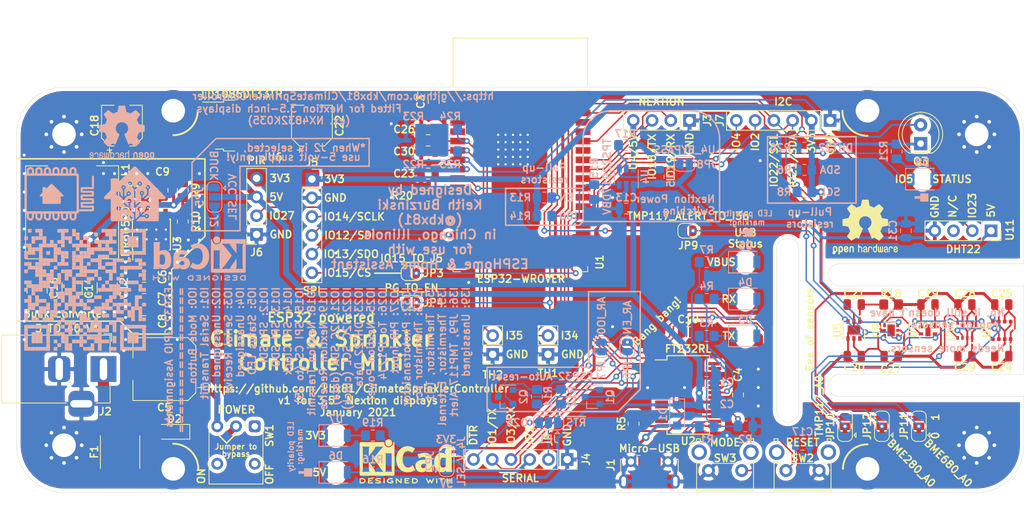
<source format=kicad_pcb>
(kicad_pcb (version 20171130) (host pcbnew "(5.1.8-0-10_14)")
  (layers (0 F.Cu signal) (31 B.Cu signal) (34 B.Paste user) (35 F.Paste user) (36 B.SilkS user) (37 F.SilkS user) (38 B.Mask user) (39 F.Mask user) (44 Edge.Cuts user))
  (net 0 "")
  (net 1 GND)
  (net 2 +VDC)
  (net 3 +5V)
  (net 4 +3V3)
  (net 5 /STATUS)
  (net 6 "Net-(D5-Pad2)")
  (net 7 /ESP_TXD)
  (net 8 /ESP_RXD)
  (net 9 /ESP_MISO)
  (net 10 /I2C_SCL)
  (net 11 /I2C_SDA)
  (net 12 /PIR)
  (net 13 /THERMISTOR_EXT)
  (net 14 /THERMISTOR_VCC)
  (net 15 /PHOTO)
  (net 16 /MODE)
  (net 17 /THERMISTOR_INT)
  (net 18 /DHT_DATA)
  (net 19 /TMP117_ALERT)
  (net 20 "Net-(D7-Pad2)")
  (net 21 /THERMISTOR_1V1)
  (net 22 /ESP_MOSI)
  (net 23 /ESP_SCLK)
  (net 24 /NEXTION_TXD)
  (net 25 /NEXTION_RXD)
  (net 26 /ESP_GPIO26)
  (net 27 /ESP_GPIO25)
  (net 28 /ESP_EN)
  (net 29 "Net-(Q1-Pad1)")
  (net 30 "Net-(Q2-Pad1)")
  (net 31 "Net-(C11-Pad1)")
  (net 32 "Net-(D6-Pad2)")
  (net 33 /USB_D+)
  (net 34 /USB_D-)
  (net 35 /~DTR)
  (net 36 /~RTS)
  (net 37 "Net-(F1-Pad2)")
  (net 38 "Net-(C10-Pad1)")
  (net 39 "Net-(C15-Pad1)")
  (net 40 /NEXTION_PWR)
  (net 41 /ESP_GPIO2)
  (net 42 /ESP_GPIO15)
  (net 43 /USB_~RESET)
  (net 44 "Net-(D8-Pad2)")
  (net 45 /USB_VBUS)
  (net 46 "Net-(JP10-Pad2)")
  (net 47 "Net-(C9-Pad1)")
  (net 48 "Net-(C11-Pad2)")
  (net 49 "Net-(C21-Pad2)")
  (net 50 "Net-(D2-Pad2)")
  (net 51 "Net-(D2-Pad1)")
  (net 52 "Net-(J4-Pad3)")
  (net 53 "Net-(J4-Pad2)")
  (net 54 "Net-(J5-Pad6)")
  (net 55 "Net-(JP4-Pad2)")
  (net 56 "Net-(JP6-Pad1)")
  (net 57 "Net-(JP7-Pad1)")
  (net 58 "Net-(JP11-Pad2)")
  (net 59 "Net-(JP12-Pad2)")
  (net 60 "Net-(R3-Pad2)")
  (net 61 "Net-(R4-Pad2)")
  (net 62 "Net-(R5-Pad2)")
  (net 63 "Net-(R10-Pad1)")
  (net 64 "Net-(R17-Pad1)")
  (net 65 /ESP_GPIO36)
  (net 66 /BUCK_OUT)
  (net 67 /ESP_GPIO4)
  (net 68 "Net-(D3-Pad1)")
  (net 69 "Net-(D4-Pad1)")
  (module Connector_PinSocket_2.54mm:PinSocket_1x06_P2.54mm_Vertical (layer F.Cu) (at 191.98 67.05 270)
    (fp_text reference J7 (at 0 14.929 90) (layer F.SilkS) (effects (font (thickness 0.2))))
    (fp_text value I2C (at -2.54 6.35 180) (layer F.SilkS) (effects (font (thickness 0.2))))
    (fp_text user IO4 (at 2.921 12.7 270) (layer F.SilkS) (effects (font (thickness 0.2))))
    (fp_text user IO2 (at 2.921 10.16 270) (layer F.SilkS) (effects (font (thickness 0.2))))
    (fp_text user IO22/SCL (at 5.424 7.62 270) (layer F.SilkS) (effects (font (thickness 0.2))))
    (fp_text user IO21/SDA (at 5.461 5.08 270) (layer F.SilkS) (effects (font (thickness 0.2))))
    (fp_text user 3V3 (at 3.048 2.54 270) (layer F.SilkS) (effects (font (thickness 0.2))))
    (fp_text user GND (at 3.175 0 270) (layer F.SilkS) (effects (font (thickness 0.2))))
    (pad 6 thru_hole oval (at 0 12.7 270) (size 1.7 1.7) (drill 1) (layers *.Cu *.Mask) (net 67 /ESP_GPIO4))
    (pad 5 thru_hole oval (at 0 10.16 270) (size 1.7 1.7) (drill 1) (layers *.Cu *.Mask) (net 41 /ESP_GPIO2))
    (pad 4 thru_hole oval (at 0 7.62 270) (size 1.7 1.7) (drill 1) (layers *.Cu *.Mask) (net 10 /I2C_SCL))
    (pad 3 thru_hole oval (at 0 5.08 270) (size 1.7 1.7) (drill 1) (layers *.Cu *.Mask) (net 11 /I2C_SDA))
    (pad 2 thru_hole oval (at 0 2.54 270) (size 1.7 1.7) (drill 1) (layers *.Cu *.Mask) (net 4 +3V3))
    (pad 1 thru_hole rect (at 0 0 270) (size 1.7 1.7) (drill 1) (layers *.Cu *.Mask) (net 1 GND))
  )
  (module MountingHole:MountingHole_3.2mm_M3_DIN965_Pad (layer F.Cu) (at 197.05 114.27)
    (fp_text reference H8)
    (fp_text value MountingHole_Pad)
    (pad 1 thru_hole circle (at 0 0) (size 5.6 5.6) (drill 3.2) (layers *.Cu *.Mask) (net 1 GND))
  )
  (module MountingHole:MountingHole_3.2mm_M3_DIN965_Pad (layer F.Cu) (at 102.95 114.27)
    (fp_text reference H7)
    (fp_text value MountingHole_Pad)
    (pad 1 thru_hole circle (at 0 0) (size 5.6 5.6) (drill 3.2) (layers *.Cu *.Mask) (net 1 GND))
  )
  (module MountingHole:MountingHole_3.2mm_M3_DIN965_Pad (layer F.Cu) (at 197.05 65.73)
    (fp_text reference H6)
    (fp_text value MountingHole_Pad)
    (pad 1 thru_hole circle (at 0 0) (size 5.6 5.6) (drill 3.2) (layers *.Cu *.Mask) (net 1 GND))
  )
  (module MountingHole:MountingHole_3.2mm_M3_DIN965_Pad (layer F.Cu) (at 102.95 65.73)
    (fp_text reference H5)
    (fp_text value MountingHole_Pad)
    (pad 1 thru_hole circle (at 0 0) (size 5.6 5.6) (drill 3.2) (layers *.Cu *.Mask) (net 1 GND))
  )
  (module Connector_PinSocket_2.54mm:PinSocket_1x02_P2.54mm_Vertical (layer F.Cu) (at 146.25 98.75 180)
    (fp_text reference TH2 (at 0 -2.77) (layer F.SilkS) (effects (font (thickness 0.2))))
    (fp_text value NXFT15XH103FA2B100)
    (fp_text user I35 (at -2.921 2.54 180) (layer F.SilkS) (effects (font (thickness 0.2))))
    (fp_text user GND (at -3.302 0 180) (layer F.SilkS) (effects (font (thickness 0.2))))
    (pad 1 thru_hole rect (at 0 0 180) (size 1.7 1.7) (drill 1) (layers *.Cu *.Mask) (net 1 GND))
    (pad 2 thru_hole oval (at 0 2.54 180) (size 1.7 1.7) (drill 1) (layers *.Cu *.Mask) (net 13 /THERMISTOR_EXT))
  )
  (module Resistor_SMD:R_0805_2012Metric_Pad1.20x1.40mm_HandSolder (layer B.Cu) (at 140.5 71.25 180)
    (fp_text reference R25 (at 0 -1.75) (layer B.SilkS) (effects (font (thickness 0.2)) (justify mirror)))
    (fp_text value 10K)
    (pad 2 smd roundrect (at 1 0 180) (size 1.2 1.4) (layers B.Cu B.Paste B.Mask) (roundrect_rratio 0.2083325) (net 21 /THERMISTOR_1V1))
    (pad 1 smd roundrect (at -1 0 180) (size 1.2 1.4) (layers B.Cu B.Paste B.Mask) (roundrect_rratio 0.2083325) (net 13 /THERMISTOR_EXT))
  )
  (module Jumper:SolderJumper-3_P1.3mm_Open_RoundedPad1.0x1.5mm (layer B.Cu) (at 108.535 77.42 270)
    (fp_text reference JP5 (at 0 2 90) (layer B.SilkS) (effects (font (thickness 0.2)) (justify mirror)))
    (fp_text value VCC_SEL (at 0 -2.465 90) (layer B.SilkS) (effects (font (thickness 0.2)) (justify mirror)))
    (fp_text user J2 (at 3.25 0 90) (layer B.SilkS) (effects (font (thickness 0.2)) (justify mirror)))
    (fp_text user BUCK (at -4.25 0 90) (layer B.SilkS) (effects (font (thickness 0.2)) (justify mirror)))
    (fp_text user "*When J2 is selected," (at -6.67 -12.215) (layer B.SilkS) (effects (font (thickness 0.2)) (justify mirror)))
    (fp_text user "use 5-volt supply only!" (at -5.42 -10.715) (layer B.SilkS) (effects (font (thickness 0.2)) (justify mirror)))
    (pad 1 smd custom (at -1.3 0 270) (size 1 0.5) (layers B.Cu B.Mask) (net 66 /BUCK_OUT) (options (clearance outline) (anchor rect)) (primitives (gr_circle (center 0 -0.25) (end 0.5 -0.25) (width 0)) (gr_circle (center 0 0.25) (end 0.5 0.25) (width 0)) (gr_poly (pts (xy 0.55 0.75) (xy 0 0.75) (xy 0 -0.75) (xy 0.55 -0.75)) (width 0))))
    (pad 3 smd custom (at 1.3 0 270) (size 1 0.5) (layers B.Cu B.Mask) (net 2 +VDC) (options (clearance outline) (anchor rect)) (primitives (gr_circle (center 0 -0.25) (end 0.5 -0.25) (width 0)) (gr_circle (center 0 0.25) (end 0.5 0.25) (width 0)) (gr_poly (pts (xy -0.55 0.75) (xy 0 0.75) (xy 0 -0.75) (xy -0.55 -0.75)) (width 0))))
    (pad 2 smd rect (at 0 0 270) (size 1 1.5) (layers B.Cu B.Mask) (net 3 +5V))
  )
  (module Diode_SMD:D_SOD-123F (layer F.Cu) (at 103 109.25 180)
    (fp_text reference D2 (at -0.127 1.75) (layer F.SilkS) (effects (font (thickness 0.2))))
    (fp_text value MBR230S1F-7)
    (pad 2 smd rect (at 1.4 0 180) (size 1.1 1.1) (layers F.Cu F.Paste F.Mask) (net 50 "Net-(D2-Pad2)"))
    (pad 1 smd rect (at -1.4 0 180) (size 1.1 1.1) (layers F.Cu F.Paste F.Mask) (net 51 "Net-(D2-Pad1)"))
  )
  (module Capacitor_SMD:C_0805_2012Metric (layer F.Cu) (at 137.5 71.25 180)
    (fp_text reference C30 (at 3.25 0) (layer F.SilkS) (effects (font (thickness 0.2))))
    (fp_text value "100 nF")
    (pad 2 smd roundrect (at 0.95 0 180) (size 1 1.45) (layers F.Cu F.Paste F.Mask) (net 1 GND))
    (pad 1 smd roundrect (at -0.95 0 180) (size 1 1.45) (layers F.Cu F.Paste F.Mask) (net 13 /THERMISTOR_EXT))
  )
  (module Capacitor_SMD:CP_Elec_8x10 (layer F.Cu) (at 101.75 100.75 180)
    (fp_text reference C5 (at 0 -5.2) (layer F.SilkS) (effects (font (thickness 0.2))))
    (fp_text value "100 µF")
    (pad 2 smd roundrect (at 3.25 0 180) (size 3.5 2.5) (layers F.Cu F.Paste F.Mask) (roundrect_rratio 0.1) (net 1 GND))
    (pad 1 smd roundrect (at -3.25 0 180) (size 3.5 2.5) (layers F.Cu F.Paste F.Mask) (roundrect_rratio 0.1) (net 2 +VDC))
  )
  (module Resistor_SMD:R_0805_2012Metric_Pad1.20x1.40mm_HandSolder (layer B.Cu) (at 160 76.75 270)
    (fp_text reference R15 (at -3.25 0 90) (layer B.SilkS) (effects (font (thickness 0.2)) (justify mirror)))
    (fp_text value 10K)
    (pad 2 smd roundrect (at 1 0 270) (size 1.2 1.4) (layers B.Cu B.Paste B.Mask) (roundrect_rratio 0.2083325) (net 1 GND))
    (pad 1 smd roundrect (at -1 0 270) (size 1.2 1.4) (layers B.Cu B.Paste B.Mask) (roundrect_rratio 0.2083325) (net 27 /ESP_GPIO25))
  )
  (module Diode_SMD:D_SOD-123F (layer B.Cu) (at 171.25 107 270)
    (fp_text reference D1 (at -0.127 1.905 90) (layer B.SilkS) (effects (font (thickness 0.2)) (justify mirror)))
    (fp_text value MBR230S1F-7)
    (pad 2 smd rect (at 1.4 0 270) (size 1.1 1.1) (layers B.Cu B.Paste B.Mask) (net 45 /USB_VBUS))
    (pad 1 smd rect (at -1.4 0 270) (size 1.1 1.1) (layers B.Cu B.Paste B.Mask) (net 3 +5V))
  )
  (module Capacitor_SMD:C_0805_2012Metric (layer F.Cu) (at 137.5 74.25 180)
    (fp_text reference C23 (at 3.25 0) (layer F.SilkS) (effects (font (thickness 0.2))))
    (fp_text value "100 nF")
    (pad 2 smd roundrect (at 0.95 0 180) (size 1 1.45) (layers F.Cu F.Paste F.Mask) (net 1 GND))
    (pad 1 smd roundrect (at -0.95 0 180) (size 1 1.45) (layers F.Cu F.Paste F.Mask) (net 15 /PHOTO))
  )
  (module Resistor_SMD:R_0805_2012Metric_Pad1.20x1.40mm_HandSolder (layer B.Cu) (at 175.25 86.25 180)
    (fp_text reference R7 (at 0 1.65) (layer B.SilkS) (effects (font (thickness 0.2)) (justify mirror)))
    (fp_text value 10K)
    (pad 2 smd roundrect (at 1 0 180) (size 1.2 1.4) (layers B.Cu B.Paste B.Mask) (roundrect_rratio 0.2083325) (net 43 /USB_~RESET))
    (pad 1 smd roundrect (at -1 0 180) (size 1.2 1.4) (layers B.Cu B.Paste B.Mask) (roundrect_rratio 0.2083325) (net 6 "Net-(D5-Pad2)"))
  )
  (module LED_SMD:LED_1206_3216Metric_ReverseMount_Hole1.8x2.4mm (layer B.Cu) (at 180.5 86.25)
    (fp_text reference D5 (at 0 -2.25) (layer B.SilkS) (effects (font (thickness 0.2)) (justify mirror)))
    (fp_text value VBUS (at -3.25 0) (layer F.SilkS) (effects (font (thickness 0.2))))
    (fp_text user USB (at 0 -4) (layer F.SilkS) (effects (font (thickness 0.2))))
    (fp_text user Status (at 0 -2.5) (layer F.SilkS) (effects (font (thickness 0.2))))
    (pad "" np_thru_hole oval (at 0 0) (size 1.8 2.4) (drill oval 1.8 2.4) (layers *.Cu *.Mask))
    (pad 2 smd roundrect (at 1.55 0) (size 0.95 1.75) (layers B.Cu B.Paste B.Mask) (roundrect_rratio 0.2) (net 6 "Net-(D5-Pad2)"))
    (pad 1 smd roundrect (at -1.55 0) (size 0.95 1.75) (layers B.Cu B.Paste B.Mask) (roundrect_rratio 0.2) (net 1 GND))
  )
  (module ClimateSprinklerController:HomeAssistant_slik_logo (layer B.Cu) (at 97.75 77 180)
    (fp_text reference G*** hide)
    (fp_text value LOGO hide)
  )
  (module ClimateSprinklerController:ESPHome_slik_logo (layer B.Cu) (at 87.5 77 180)
    (fp_text reference G*** hide)
    (fp_text value LOGO hide)
  )
  (module Jumper:SolderJumper-2_P1.3mm_Open_RoundedPad1.0x1.5mm (layer B.Cu) (at 172.25 72.935)
    (fp_text reference JP8 (at 3 0.065) (layer B.SilkS) (effects (font (thickness 0.2)) (justify mirror)))
    (fp_text value U4_BYPASS (at 0 -1.9) (layer B.SilkS) (effects (font (thickness 0.2)) (justify mirror)))
    (pad 1 smd custom (at -0.65 0) (size 1 0.5) (layers B.Cu B.Mask) (net 40 /NEXTION_PWR) (options (clearance outline) (anchor rect)) (primitives (gr_circle (center 0 -0.25) (end 0.5 -0.25) (width 0)) (gr_circle (center 0 0.25) (end 0.5 0.25) (width 0)) (gr_poly (pts (xy 0 0.75) (xy 0.5 0.75) (xy 0.5 -0.75) (xy 0 -0.75)) (width 0))))
    (pad 2 smd custom (at 0.65 0) (size 1 0.5) (layers B.Cu B.Mask) (net 3 +5V) (options (clearance outline) (anchor rect)) (primitives (gr_circle (center 0 -0.25) (end 0.5 -0.25) (width 0)) (gr_circle (center 0 0.25) (end 0.5 0.25) (width 0)) (gr_poly (pts (xy 0 0.75) (xy -0.5 0.75) (xy -0.5 -0.75) (xy 0 -0.75)) (width 0))))
  )
  (module Package_TO_SOT_SMD:SOT-23-6 (layer B.Cu) (at 164.36 74.67 90)
    (fp_text reference U4 (at 0 2.54 90) (layer B.SilkS) (effects (font (thickness 0.2)) (justify mirror)))
    (fp_text value TPS22917DBV (at 0 -2.61 90) (layer B.SilkS) (effects (font (thickness 0.2)) (justify mirror)))
    (pad 5 smd rect (at 1.1 0 90) (size 1.06 0.65) (layers B.Cu B.Paste B.Mask) (net 64 "Net-(R17-Pad1)"))
    (pad 6 smd rect (at 1.1 0.95 90) (size 1.06 0.65) (layers B.Cu B.Paste B.Mask) (net 40 /NEXTION_PWR))
    (pad 4 smd rect (at 1.1 -0.95 90) (size 1.06 0.65) (layers B.Cu B.Paste B.Mask) (net 39 "Net-(C15-Pad1)"))
    (pad 3 smd rect (at -1.1 -0.95 90) (size 1.06 0.65) (layers B.Cu B.Paste B.Mask) (net 27 /ESP_GPIO25))
    (pad 2 smd rect (at -1.1 0 90) (size 1.06 0.65) (layers B.Cu B.Paste B.Mask) (net 1 GND))
    (pad 1 smd rect (at -1.1 0.95 90) (size 1.06 0.65) (layers B.Cu B.Paste B.Mask) (net 3 +5V))
  )
  (module Resistor_SMD:R_0805_2012Metric_Pad1.20x1.40mm_HandSolder (layer B.Cu) (at 164.31 70.395)
    (fp_text reference R17 (at -0.06 -1.545) (layer B.SilkS) (effects (font (thickness 0.2)) (justify mirror)))
    (fp_text value 4.7)
    (pad 2 smd roundrect (at 1 0) (size 1.2 1.4) (layers B.Cu B.Paste B.Mask) (roundrect_rratio 0.2083325) (net 40 /NEXTION_PWR))
    (pad 1 smd roundrect (at -1 0) (size 1.2 1.4) (layers B.Cu B.Paste B.Mask) (roundrect_rratio 0.2083325) (net 64 "Net-(R17-Pad1)"))
  )
  (module Capacitor_SMD:C_0805_2012Metric (layer B.Cu) (at 168.75 74.67 270)
    (fp_text reference C15 (at 0 -1.65 90) (layer B.SilkS) (effects (font (thickness 0.2)) (justify mirror)))
    (fp_text value "100 nF")
    (pad 2 smd roundrect (at 0.95 0 270) (size 1 1.45) (layers B.Cu B.Paste B.Mask) (net 3 +5V))
    (pad 1 smd roundrect (at -0.95 0 270) (size 1 1.45) (layers B.Cu B.Paste B.Mask) (net 39 "Net-(C15-Pad1)"))
  )
  (module Capacitor_SMD:C_0805_2012Metric (layer B.Cu) (at 164.36 79 180)
    (fp_text reference C13 (at 0 1.5) (layer B.SilkS) (effects (font (thickness 0.2)) (justify mirror)))
    (fp_text value "4.7 uF")
    (pad 2 smd roundrect (at 0.95 0 180) (size 1 1.45) (layers B.Cu B.Paste B.Mask) (net 1 GND))
    (pad 1 smd roundrect (at -0.95 0 180) (size 1 1.45) (layers B.Cu B.Paste B.Mask) (net 3 +5V))
  )
  (module Button_Switch_THT:SW_Push_1P2T_Vertical_E-Switch_800UDP8P1A1M6 (layer F.Cu) (at 114 108.5 270)
    (fp_text reference SW1 (at 1.25 -2 270) (layer F.SilkS) (effects (font (thickness 0.2))))
    (fp_text value POWER (at -2.25 2.5 180) (layer F.SilkS) (effects (font (thickness 0.2))))
    (fp_text user OFF (at 6.5 -2 270) (layer F.SilkS) (effects (font (thickness 0.2))))
    (fp_text user ON (at 6.75 7.25 270) (layer F.SilkS) (effects (font (thickness 0.2))))
    (fp_text user "Jumper to" (at 2.75 2.54 180) (layer F.SilkS) (effects (font (size 0.75 0.75) (thickness 0.16))))
    (fp_text user bypass (at 3.75 2.54 180) (layer F.SilkS) (effects (font (size 0.75 0.75) (thickness 0.16))))
    (pad "" thru_hole circle (at 5.08 5.08 90) (size 1.6 1.6) (drill 0.89) (layers *.Cu *.Mask))
    (pad "" thru_hole circle (at 5.08 0 90) (size 1.6 1.6) (drill 0.89) (layers *.Cu *.Mask))
    (pad 1 thru_hole roundrect (at 0 0 90) (size 1.6 1.6) (drill 0.89) (layers *.Cu *.Mask))
    (pad 2 thru_hole circle (at 0 2.54 90) (size 1.6 1.6) (drill 0.89) (layers *.Cu *.Mask) (net 51 "Net-(D2-Pad1)"))
    (pad 3 thru_hole circle (at 0 5.08 90) (size 1.6 1.6) (drill 0.89) (layers *.Cu *.Mask) (net 2 +VDC))
  )
  (module Capacitor_SMD:C_0805_2012Metric (layer B.Cu) (at 175.25 105.5)
    (fp_text reference C2 (at 2.75 0 180) (layer B.SilkS) (effects (font (thickness 0.2)) (justify mirror)))
    (fp_text value "100 nF")
    (pad 2 smd roundrect (at 0.95 0) (size 1 1.45) (layers B.Cu B.Paste B.Mask) (net 1 GND))
    (pad 1 smd roundrect (at -0.95 0) (size 1 1.45) (layers B.Cu B.Paste B.Mask) (net 3 +5V))
  )
  (module Package_SO:SSOP-28_5.3x10.2mm_P0.65mm (layer F.Cu) (at 172.75 104.25)
    (fp_text reference U2 (at 0 6.25) (layer F.SilkS) (effects (font (thickness 0.2))))
    (fp_text value FT232RL (at 0 -6.25) (layer F.SilkS) (effects (font (thickness 0.2))))
    (pad 28 smd rect (at 3.6 -4.225) (size 1.75 0.45) (layers F.Cu F.Paste F.Mask))
    (pad 27 smd rect (at 3.6 -3.575) (size 1.75 0.45) (layers F.Cu F.Paste F.Mask))
    (pad 26 smd rect (at 3.6 -2.925) (size 1.75 0.45) (layers F.Cu F.Paste F.Mask) (net 1 GND))
    (pad 25 smd rect (at 3.6 -2.275) (size 1.75 0.45) (layers F.Cu F.Paste F.Mask) (net 1 GND))
    (pad 24 smd rect (at 3.6 -1.625) (size 1.75 0.45) (layers F.Cu F.Paste F.Mask))
    (pad 23 smd rect (at 3.6 -0.975) (size 1.75 0.45) (layers F.Cu F.Paste F.Mask) (net 60 "Net-(R3-Pad2)"))
    (pad 22 smd rect (at 3.6 -0.325) (size 1.75 0.45) (layers F.Cu F.Paste F.Mask) (net 61 "Net-(R4-Pad2)"))
    (pad 21 smd rect (at 3.6 0.325) (size 1.75 0.45) (layers F.Cu F.Paste F.Mask) (net 1 GND))
    (pad 20 smd rect (at 3.6 0.975) (size 1.75 0.45) (layers F.Cu F.Paste F.Mask) (net 3 +5V))
    (pad 19 smd rect (at 3.6 1.625) (size 1.75 0.45) (layers F.Cu F.Paste F.Mask) (net 43 /USB_~RESET))
    (pad 18 smd rect (at 3.6 2.275) (size 1.75 0.45) (layers F.Cu F.Paste F.Mask) (net 1 GND))
    (pad 17 smd rect (at 3.6 2.925) (size 1.75 0.45) (layers F.Cu F.Paste F.Mask) (net 38 "Net-(C10-Pad1)"))
    (pad 16 smd rect (at 3.6 3.575) (size 1.75 0.45) (layers F.Cu F.Paste F.Mask) (net 34 /USB_D-))
    (pad 15 smd rect (at 3.6 4.225) (size 1.75 0.45) (layers F.Cu F.Paste F.Mask) (net 33 /USB_D+))
    (pad 14 smd rect (at -3.6 4.225) (size 1.75 0.45) (layers F.Cu F.Paste F.Mask) (net 62 "Net-(R5-Pad2)"))
    (pad 13 smd rect (at -3.6 3.575) (size 1.75 0.45) (layers F.Cu F.Paste F.Mask))
    (pad 12 smd rect (at -3.6 2.925) (size 1.75 0.45) (layers F.Cu F.Paste F.Mask))
    (pad 11 smd rect (at -3.6 2.275) (size 1.75 0.45) (layers F.Cu F.Paste F.Mask))
    (pad 10 smd rect (at -3.6 1.625) (size 1.75 0.45) (layers F.Cu F.Paste F.Mask))
    (pad 9 smd rect (at -3.6 0.975) (size 1.75 0.45) (layers F.Cu F.Paste F.Mask))
    (pad 8 smd rect (at -3.6 0.325) (size 1.75 0.45) (layers F.Cu F.Paste F.Mask))
    (pad 7 smd rect (at -3.6 -0.325) (size 1.75 0.45) (layers F.Cu F.Paste F.Mask) (net 1 GND))
    (pad 6 smd rect (at -3.6 -0.975) (size 1.75 0.45) (layers F.Cu F.Paste F.Mask))
    (pad 5 smd rect (at -3.6 -1.625) (size 1.75 0.45) (layers F.Cu F.Paste F.Mask) (net 7 /ESP_TXD))
    (pad 4 smd rect (at -3.6 -2.275) (size 1.75 0.45) (layers F.Cu F.Paste F.Mask) (net 38 "Net-(C10-Pad1)"))
    (pad 3 smd rect (at -3.6 -2.925) (size 1.75 0.45) (layers F.Cu F.Paste F.Mask) (net 36 /~RTS))
    (pad 2 smd rect (at -3.6 -3.575) (size 1.75 0.45) (layers F.Cu F.Paste F.Mask) (net 35 /~DTR))
    (pad 1 smd rect (at -3.6 -4.225) (size 1.75 0.45) (layers F.Cu F.Paste F.Mask) (net 8 /ESP_RXD))
  )
  (module Resistor_SMD:R_0805_2012Metric_Pad1.20x1.40mm_HandSolder (layer B.Cu) (at 180.5 108.5 180)
    (fp_text reference R2 (at 0 -1.75 180) (layer B.SilkS) (effects (font (thickness 0.2)) (justify mirror)))
    (fp_text value 10K)
    (pad 1 smd roundrect (at -1 0 180) (size 1.2 1.4) (layers B.Cu B.Paste B.Mask) (roundrect_rratio 0.208) (net 1 GND))
    (pad 2 smd roundrect (at 1 0 180) (size 1.2 1.4) (layers B.Cu B.Paste B.Mask) (roundrect_rratio 0.208) (net 43 /USB_~RESET))
  )
  (module Resistor_SMD:R_0805_2012Metric_Pad1.20x1.40mm_HandSolder (layer B.Cu) (at 175.25 108.5 180)
    (fp_text reference R1 (at 0 -1.75 180) (layer B.SilkS) (effects (font (thickness 0.2)) (justify mirror)))
    (fp_text value 4K7)
    (pad 1 smd roundrect (at -1 0 180) (size 1.2 1.4) (layers B.Cu B.Paste B.Mask) (roundrect_rratio 0.2083325) (net 43 /USB_~RESET))
    (pad 2 smd roundrect (at 1 0 180) (size 1.2 1.4) (layers B.Cu B.Paste B.Mask) (roundrect_rratio 0.2083325) (net 45 /USB_VBUS))
  )
  (module Resistor_SMD:R_0805_2012Metric_Pad1.20x1.40mm_HandSolder (layer F.Cu) (at 165.35 108.15 90)
    (fp_text reference R5 (at 0 -1.65 270) (layer F.SilkS) (effects (font (thickness 0.2))))
    (fp_text value 10K)
    (pad 1 smd roundrect (at -1 0 90) (size 1.2 1.4) (layers F.Cu F.Paste F.Mask) (roundrect_rratio 0.2083325) (net 38 "Net-(C10-Pad1)"))
    (pad 2 smd roundrect (at 1 0 90) (size 1.2 1.4) (layers F.Cu F.Paste F.Mask) (roundrect_rratio 0.2083325) (net 62 "Net-(R5-Pad2)"))
  )
  (module Resistor_SMD:R_0805_2012Metric_Pad1.20x1.40mm_HandSolder (layer B.Cu) (at 175.25 91.25 180)
    (fp_text reference R4 (at 0 1.75) (layer B.SilkS) (effects (font (thickness 0.2)) (justify mirror)))
    (fp_text value 2K7)
    (pad 2 smd roundrect (at 1 0 180) (size 1.2 1.4) (layers B.Cu B.Paste B.Mask) (roundrect_rratio 0.2083325) (net 61 "Net-(R4-Pad2)"))
    (pad 1 smd roundrect (at -1 0 180) (size 1.2 1.4) (layers B.Cu B.Paste B.Mask) (roundrect_rratio 0.2083325) (net 69 "Net-(D4-Pad1)"))
  )
  (module Resistor_SMD:R_0805_2012Metric_Pad1.20x1.40mm_HandSolder (layer B.Cu) (at 175.25 96.25 180)
    (fp_text reference R3 (at 0 1.75) (layer B.SilkS) (effects (font (thickness 0.2)) (justify mirror)))
    (fp_text value 1K2)
    (pad 2 smd roundrect (at 1 0 180) (size 1.2 1.4) (layers B.Cu B.Paste B.Mask) (roundrect_rratio 0.2083325) (net 60 "Net-(R3-Pad2)"))
    (pad 1 smd roundrect (at -1 0 180) (size 1.2 1.4) (layers B.Cu B.Paste B.Mask) (roundrect_rratio 0.2083325) (net 68 "Net-(D3-Pad1)"))
  )
  (module Connector_USB:USB_Micro-B_Molex-105017-0001 (layer F.Cu) (at 167.5 114.75)
    (fp_text reference J1 (at -5.25 -1 90) (layer F.SilkS) (effects (font (thickness 0.2))))
    (fp_text value USB_B_Micro)
    (fp_text user Micro-USB (at 0 -3.25) (layer F.SilkS) (effects (font (thickness 0.2))))
    (pad 6 smd rect (at 1 1.2375) (size 1.5 1.9) (layers F.Cu F.Paste F.Mask) (net 1 GND))
    (pad 6 thru_hole circle (at -2.5 -1.4625) (size 1.45 1.45) (drill 0.85) (layers *.Cu *.Mask) (net 1 GND))
    (pad 2 smd rect (at -0.65 -1.4625) (size 0.4 1.35) (layers F.Cu F.Paste F.Mask) (net 34 /USB_D-))
    (pad 1 smd rect (at -1.3 -1.4625) (size 0.4 1.35) (layers F.Cu F.Paste F.Mask) (net 45 /USB_VBUS))
    (pad 5 smd rect (at 1.3 -1.4625) (size 0.4 1.35) (layers F.Cu F.Paste F.Mask) (net 1 GND))
    (pad 4 smd rect (at 0.65 -1.4625) (size 0.4 1.35) (layers F.Cu F.Paste F.Mask))
    (pad 3 smd rect (at 0 -1.4625) (size 0.4 1.35) (layers F.Cu F.Paste F.Mask) (net 33 /USB_D+))
    (pad 6 thru_hole circle (at 2.5 -1.4625) (size 1.45 1.45) (drill 0.85) (layers *.Cu *.Mask) (net 1 GND))
    (pad 6 smd rect (at -1 1.2375) (size 1.5 1.9) (layers F.Cu F.Paste F.Mask) (net 1 GND))
    (pad 6 thru_hole oval (at -3.5 1.2375 180) (size 1.2 1.9) (drill oval 0.6 1.3) (layers *.Cu *.Mask) (net 1 GND))
    (pad 6 thru_hole oval (at 3.5 1.2375) (size 1.2 1.9) (drill oval 0.6 1.3) (layers *.Cu *.Mask) (net 1 GND))
    (pad 6 smd rect (at 2.9 1.2375) (size 1.2 1.9) (layers F.Cu F.Mask) (net 1 GND))
    (pad 6 smd rect (at -2.9 1.2375) (size 1.2 1.9) (layers F.Cu F.Mask) (net 1 GND))
  )
  (module LED_SMD:LED_1206_3216Metric_ReverseMount_Hole1.8x2.4mm (layer B.Cu) (at 180.5 91.25)
    (fp_text reference D4 (at 0 -2.25) (layer B.SilkS) (effects (font (thickness 0.2)) (justify mirror)))
    (fp_text value RX (at -2.25 0) (layer F.SilkS) (effects (font (thickness 0.2))))
    (pad "" np_thru_hole oval (at 0 0) (size 1.8 2.4) (drill oval 1.8 2.4) (layers *.Cu *.Mask))
    (pad 2 smd roundrect (at 1.55 0) (size 0.95 1.75) (layers B.Cu B.Paste B.Mask) (roundrect_rratio 0.2) (net 38 "Net-(C10-Pad1)"))
    (pad 1 smd roundrect (at -1.55 0) (size 0.95 1.75) (layers B.Cu B.Paste B.Mask) (roundrect_rratio 0.2) (net 69 "Net-(D4-Pad1)"))
  )
  (module LED_SMD:LED_1206_3216Metric_ReverseMount_Hole1.8x2.4mm (layer B.Cu) (at 180.5 96.25)
    (fp_text reference D3 (at 0 -2.25) (layer B.SilkS) (effects (font (thickness 0.2)) (justify mirror)))
    (fp_text value TX (at -2.25 0) (layer F.SilkS) (effects (font (thickness 0.2))))
    (pad "" np_thru_hole oval (at 0 0) (size 1.8 2.4) (drill oval 1.8 2.4) (layers *.Cu *.Mask))
    (pad 2 smd roundrect (at 1.55 0) (size 0.95 1.75) (layers B.Cu B.Paste B.Mask) (roundrect_rratio 0.2) (net 38 "Net-(C10-Pad1)"))
    (pad 1 smd roundrect (at -1.55 0) (size 0.95 1.75) (layers B.Cu B.Paste B.Mask) (roundrect_rratio 0.2) (net 68 "Net-(D3-Pad1)"))
  )
  (module Capacitor_SMD:C_0805_2012Metric (layer F.Cu) (at 172.8 95.75)
    (fp_text reference C10 (at -0.05 -1.75) (layer F.SilkS) (effects (font (thickness 0.2))))
    (fp_text value "100 nF")
    (pad 1 smd roundrect (at -0.95 0) (size 1 1.45) (layers F.Cu F.Paste F.Mask) (net 38 "Net-(C10-Pad1)"))
    (pad 2 smd roundrect (at 0.95 0) (size 1 1.45) (layers F.Cu F.Paste F.Mask) (net 1 GND))
  )
  (module Capacitor_SMD:C_0805_2012Metric (layer F.Cu) (at 179.5 104.25 90)
    (fp_text reference C4 (at 2.75 0 270) (layer F.SilkS) (effects (font (thickness 0.2))))
    (fp_text value "100 nF")
    (pad 2 smd roundrect (at 0.95 0 90) (size 1 1.45) (layers F.Cu F.Paste F.Mask) (net 1 GND))
    (pad 1 smd roundrect (at -0.95 0 90) (size 1 1.45) (layers F.Cu F.Paste F.Mask) (net 3 +5V))
  )
  (module Capacitor_SMD:C_0805_2012Metric (layer B.Cu) (at 175.25 102.5)
    (fp_text reference C1 (at 2.75 0) (layer B.SilkS) (effects (font (thickness 0.2)) (justify mirror)))
    (fp_text value "4.7 uF")
    (pad 2 smd roundrect (at 0.95 0) (size 1 1.45) (layers B.Cu B.Paste B.Mask) (net 1 GND))
    (pad 1 smd roundrect (at -0.95 0) (size 1 1.45) (layers B.Cu B.Paste B.Mask) (net 3 +5V))
  )
  (module Resistor_SMD:R_0805_2012Metric_Pad1.20x1.40mm_HandSolder (layer B.Cu) (at 155.5 104.5 270)
    (fp_text reference R12 (at 0 -1.5 90) (layer B.SilkS) (effects (font (thickness 0.2)) (justify mirror)))
    (fp_text value 10K)
    (pad 2 smd roundrect (at 1 0 270) (size 1.2 1.4) (layers B.Cu B.Paste B.Mask) (roundrect_rratio 0.2083325) (net 36 /~RTS))
    (pad 1 smd roundrect (at -1 0 270) (size 1.2 1.4) (layers B.Cu B.Paste B.Mask) (roundrect_rratio 0.2083325) (net 30 "Net-(Q2-Pad1)"))
  )
  (module Resistor_SMD:R_0805_2012Metric_Pad1.20x1.40mm_HandSolder (layer B.Cu) (at 152.25 104.5 90)
    (fp_text reference R11 (at 0 1.5 90) (layer B.SilkS) (effects (font (thickness 0.2)) (justify mirror)))
    (fp_text value 10K)
    (pad 1 smd roundrect (at -1 0 90) (size 1.2 1.4) (layers B.Cu B.Paste B.Mask) (roundrect_rratio 0.2083325) (net 29 "Net-(Q1-Pad1)"))
    (pad 2 smd roundrect (at 1 0 90) (size 1.2 1.4) (layers B.Cu B.Paste B.Mask) (roundrect_rratio 0.2083325) (net 35 /~DTR))
  )
  (module Package_TO_SOT_SMD:SOT-23 (layer B.Cu) (at 148 104.5 180)
    (fp_text reference Q2 (at -2.43 0 90) (layer B.SilkS) (effects (font (thickness 0.2)) (justify mirror)))
    (fp_text value MMSS8050)
    (pad 1 smd rect (at -1 0.95 180) (size 0.9 0.8) (layers B.Cu B.Paste B.Mask) (net 30 "Net-(Q2-Pad1)"))
    (pad 2 smd rect (at -1 -0.95 180) (size 0.9 0.8) (layers B.Cu B.Paste B.Mask) (net 35 /~DTR))
    (pad 3 smd rect (at 1 0 180) (size 0.9 0.8) (layers B.Cu B.Paste B.Mask) (net 57 "Net-(JP7-Pad1)"))
  )
  (module Package_TO_SOT_SMD:SOT-23 (layer B.Cu) (at 159.75 104.5 180)
    (fp_text reference Q1 (at -2.43 0 90) (layer B.SilkS) (effects (font (thickness 0.2)) (justify mirror)))
    (fp_text value MMSS8050)
    (pad 1 smd rect (at -1 0.95 180) (size 0.9 0.8) (layers B.Cu B.Paste B.Mask) (net 29 "Net-(Q1-Pad1)"))
    (pad 2 smd rect (at -1 -0.95 180) (size 0.9 0.8) (layers B.Cu B.Paste B.Mask) (net 36 /~RTS))
    (pad 3 smd rect (at 1 0 180) (size 0.9 0.8) (layers B.Cu B.Paste B.Mask) (net 56 "Net-(JP6-Pad1)"))
  )
  (module Jumper:SolderJumper-2_P1.3mm_Open_RoundedPad1.0x1.5mm (layer B.Cu) (at 161 97.75 90)
    (fp_text reference JP7 (at -3 0 90) (layer B.SilkS) (effects (font (thickness 0.2)) (justify mirror)))
    (fp_text value AR_IO0 (at 4.25 0 90) (layer B.SilkS) (effects (font (thickness 0.2)) (justify mirror)))
    (pad 1 smd custom (at -0.65 0 90) (size 1 0.5) (layers B.Cu B.Mask) (net 57 "Net-(JP7-Pad1)") (options (clearance outline) (anchor rect)) (primitives (gr_circle (center 0 -0.25) (end 0.5 -0.25) (width 0)) (gr_circle (center 0 0.25) (end 0.5 0.25) (width 0)) (gr_poly (pts (xy 0 0.75) (xy 0.5 0.75) (xy 0.5 -0.75) (xy 0 -0.75)) (width 0))))
    (pad 2 smd custom (at 0.65 0 90) (size 1 0.5) (layers B.Cu B.Mask) (net 16 /MODE) (options (clearance outline) (anchor rect)) (primitives (gr_circle (center 0 -0.25) (end 0.5 -0.25) (width 0)) (gr_circle (center 0 0.25) (end 0.5 0.25) (width 0)) (gr_poly (pts (xy 0 0.75) (xy -0.5 0.75) (xy -0.5 -0.75) (xy 0 -0.75)) (width 0))))
  )
  (module Jumper:SolderJumper-3_P1.3mm_Open_RoundedPad1.0x1.5mm (layer B.Cu) (at 153.81 108 180)
    (fp_text reference JP1 (at 0 -2.25) (layer B.SilkS) (effects (font (thickness 0.2)) (justify mirror)))
    (fp_text value IO26/RTS)
    (fp_text user IO26 (at 4 0 180) (layer B.SilkS) (effects (font (thickness 0.2)) (justify mirror)))
    (fp_text user ~RTS (at -3.75 0 180) (layer B.SilkS) (effects (font (thickness 0.2)) (justify mirror)))
    (pad 1 smd custom (at -1.3 0 180) (size 1 0.5) (layers B.Cu B.Mask) (net 36 /~RTS) (options (clearance outline) (anchor rect)) (primitives (gr_circle (center 0 -0.25) (end 0.5 -0.25) (width 0)) (gr_circle (center 0 0.25) (end 0.5 0.25) (width 0)) (gr_poly (pts (xy 0.55 0.75) (xy 0 0.75) (xy 0 -0.75) (xy 0.55 -0.75)) (width 0))))
    (pad 3 smd custom (at 1.3 0 180) (size 1 0.5) (layers B.Cu B.Mask) (net 26 /ESP_GPIO26) (options (clearance outline) (anchor rect)) (primitives (gr_circle (center 0 -0.25) (end 0.5 -0.25) (width 0)) (gr_circle (center 0 0.25) (end 0.5 0.25) (width 0)) (gr_poly (pts (xy -0.55 0.75) (xy 0 0.75) (xy 0 -0.75) (xy -0.55 -0.75)) (width 0))))
    (pad 2 smd rect (at 0 0 180) (size 1 1.5) (layers B.Cu B.Mask) (net 53 "Net-(J4-Pad2)"))
  )
  (module Symbol:KiCad-Logo2_5mm_SilkScreen (layer F.Cu) (at 134.5 113.25)
    (fp_text reference REF** hide)
    (fp_text value KiCad-Logo2_5mm_SilkScreen hide)
  )
  (module Package_LGA:Bosch_LGA-8_3x3mm_P0.8mm_ClockwisePinNumbering (layer F.Cu) (at 215.25 95.5 180)
    (fp_text reference U8 (at 2.25 0 270) (layer F.SilkS) (effects (font (thickness 0.2))))
    (fp_text value BME680)
    (fp_text user . (at -1.25 -1.5 180) (layer F.SilkS) (effects (font (thickness 0.2))))
    (pad 1 smd roundrect (at -1.2 -1.1875 180) (size 0.5 0.525) (layers F.Cu F.Paste F.Mask) (net 1 GND))
    (pad 2 smd roundrect (at -0.4 -1.1875 180) (size 0.5 0.525) (layers F.Cu F.Paste F.Mask) (net 4 +3V3))
    (pad 3 smd roundrect (at 0.4 -1.1875 180) (size 0.5 0.525) (layers F.Cu F.Paste F.Mask) (net 11 /I2C_SDA))
    (pad 4 smd roundrect (at 1.2 -1.1875 180) (size 0.5 0.525) (layers F.Cu F.Paste F.Mask) (net 10 /I2C_SCL))
    (pad 5 smd roundrect (at 1.2 1.1875 180) (size 0.5 0.525) (layers F.Cu F.Paste F.Mask) (net 58 "Net-(JP11-Pad2)"))
    (pad 6 smd roundrect (at 0.4 1.1875 180) (size 0.5 0.525) (layers F.Cu F.Paste F.Mask) (net 4 +3V3))
    (pad 7 smd roundrect (at -0.4 1.1875 180) (size 0.5 0.525) (layers F.Cu F.Paste F.Mask) (net 1 GND))
    (pad 8 smd roundrect (at -1.2 1.1875 180) (size 0.5 0.525) (layers F.Cu F.Paste F.Mask) (net 4 +3V3))
  )
  (module Jumper:SolderJumper-3_P1.3mm_Bridged12_RoundedPad1.0x1.5mm (layer F.Cu) (at 204 108.5 90)
    (fp_text reference JP11 (at 0 -2 90) (layer F.SilkS) (effects (font (thickness 0.2))))
    (fp_text value BME680_A0 (at -5 4 135) (layer F.SilkS) (effects (font (thickness 0.2))))
    (fp_poly (pts (xy -0.9 -0.3) (xy -0.4 -0.3) (xy -0.4 0.3) (xy -0.9 0.3)) (layer F.Cu) (width 0))
    (fp_text user 1 (at 1.25 2.25 90) (layer F.SilkS) (effects (font (thickness 0.2))))
    (fp_text user 0 (at -1.25 2.25 90) (layer F.SilkS) (effects (font (thickness 0.2))))
    (pad 3 smd custom (at 1.3 0 90) (size 1 0.5) (layers F.Cu F.Mask) (net 4 +3V3) (options (clearance outline) (anchor rect)) (primitives (gr_circle (center 0 0.25) (end 0.5 0.25) (width 0)) (gr_circle (center 0 -0.25) (end 0.5 -0.25) (width 0)) (gr_poly (pts (xy -0.55 -0.75) (xy 0 -0.75) (xy 0 0.75) (xy -0.55 0.75)) (width 0))))
    (pad 2 smd rect (at 0 0 90) (size 1 1.5) (layers F.Cu F.Mask) (net 58 "Net-(JP11-Pad2)"))
    (pad 1 smd custom (at -1.3 0 90) (size 1 0.5) (layers F.Cu F.Mask) (net 1 GND) (options (clearance outline) (anchor rect)) (primitives (gr_circle (center 0 0.25) (end 0.5 0.25) (width 0)) (gr_circle (center 0 -0.25) (end 0.5 -0.25) (width 0)) (gr_poly (pts (xy 0.55 -0.75) (xy 0 -0.75) (xy 0 0.75) (xy 0.55 0.75)) (width 0))))
  )
  (module Connector_PinSocket_2.54mm:PinSocket_1x04_P2.54mm_Vertical (layer F.Cu) (at 172.93 67.05 270)
    (fp_text reference J3 (at 0 -2.413 90) (layer F.SilkS) (effects (font (thickness 0.2))))
    (fp_text value NEXTION (at -2.54 3.81 180) (layer F.SilkS) (effects (font (thickness 0.2))))
    (fp_text user IO19/RX (at 5.03 2.54 270) (layer F.SilkS) (effects (font (thickness 0.2))))
    (fp_text user IO18/TX (at 4.93 5.08 270) (layer F.SilkS) (effects (font (thickness 0.2))))
    (fp_text user GND (at 3.175 0 270) (layer F.SilkS) (effects (font (thickness 0.2))))
    (fp_text user U4/5V (at 4.28 7.62 270) (layer F.SilkS) (effects (font (thickness 0.2))))
    (pad 1 thru_hole rect (at 0 0 270) (size 1.7 1.7) (drill 1) (layers *.Cu *.Mask) (net 1 GND))
    (pad 2 thru_hole oval (at 0 2.54 270) (size 1.7 1.7) (drill 1) (layers *.Cu *.Mask) (net 25 /NEXTION_RXD))
    (pad 3 thru_hole oval (at 0 5.08 270) (size 1.7 1.7) (drill 1) (layers *.Cu *.Mask) (net 24 /NEXTION_TXD))
    (pad 4 thru_hole oval (at 0 7.62 270) (size 1.7 1.7) (drill 1) (layers *.Cu *.Mask) (net 40 /NEXTION_PWR))
  )
  (module Capacitor_SMD:C_0805_2012Metric (layer F.Cu) (at 215.25 92)
    (fp_text reference C25 (at 0 -1.5 180) (layer F.SilkS) (effects (font (thickness 0.2))))
    (fp_text value "100 nF")
    (pad 1 smd roundrect (at -0.95 0) (size 1 1.45) (layers F.Cu F.Paste F.Mask) (net 4 +3V3))
    (pad 2 smd roundrect (at 0.95 0) (size 1 1.45) (layers F.Cu F.Paste F.Mask) (net 1 GND))
  )
  (module Capacitor_SMD:C_0805_2012Metric (layer F.Cu) (at 215.25 99)
    (fp_text reference C24 (at 0 1.5 180) (layer F.SilkS) (effects (font (thickness 0.2))))
    (fp_text value "100 nF")
    (pad 1 smd roundrect (at -0.95 0) (size 1 1.45) (layers F.Cu F.Paste F.Mask) (net 4 +3V3))
    (pad 2 smd roundrect (at 0.95 0) (size 1 1.45) (layers F.Cu F.Paste F.Mask) (net 1 GND))
  )
  (module ClimateSprinklerController:ESP32-WROVER (layer F.Cu) (at 150 71.75)
    (fp_text reference U1 (at 10.75 14.5 270) (layer F.SilkS) (effects (font (thickness 0.2))))
    (fp_text value ESP32-WROVER (at 0.1 16.764) (layer F.SilkS) (effects (font (thickness 0.2))))
    (pad 1 smd rect (at -8.5 -8.255) (size 2 0.9) (layers F.Cu F.Paste F.Mask) (net 1 GND))
    (pad 2 smd rect (at -8.5 -6.985) (size 2 0.9) (layers F.Cu F.Paste F.Mask) (net 4 +3V3))
    (pad 3 smd rect (at -8.5 -5.715) (size 2 0.9) (layers F.Cu F.Paste F.Mask) (net 28 /ESP_EN))
    (pad 4 smd rect (at -8.5 -4.445) (size 2 0.9) (layers F.Cu F.Paste F.Mask) (net 65 /ESP_GPIO36))
    (pad 5 smd rect (at -8.5 -3.175) (size 2 0.9) (layers F.Cu F.Paste F.Mask))
    (pad 6 smd rect (at -8.5 -1.905) (size 2 0.9) (layers F.Cu F.Paste F.Mask) (net 17 /THERMISTOR_INT))
    (pad 7 smd rect (at -8.5 -0.635) (size 2 0.9) (layers F.Cu F.Paste F.Mask) (net 13 /THERMISTOR_EXT))
    (pad 8 smd rect (at -8.5 0.635) (size 2 0.9) (layers F.Cu F.Paste F.Mask) (net 15 /PHOTO))
    (pad 9 smd rect (at -8.5 1.905) (size 2 0.9) (layers F.Cu F.Paste F.Mask) (net 14 /THERMISTOR_VCC))
    (pad 10 smd rect (at -8.5 3.175) (size 2 0.9) (layers F.Cu F.Paste F.Mask) (net 27 /ESP_GPIO25))
    (pad 11 smd rect (at -8.5 4.445) (size 2 0.9) (layers F.Cu F.Paste F.Mask) (net 26 /ESP_GPIO26))
    (pad 12 smd rect (at -8.5 5.715) (size 2 0.9) (layers F.Cu F.Paste F.Mask) (net 12 /PIR))
    (pad 13 smd rect (at -8.5 6.985) (size 2 0.9) (layers F.Cu F.Paste F.Mask) (net 23 /ESP_SCLK))
    (pad 14 smd rect (at -8.5 8.255) (size 2 0.9) (layers F.Cu F.Paste F.Mask) (net 9 /ESP_MISO))
    (pad 15 smd rect (at -8.5 9.525) (size 2 0.9) (layers F.Cu F.Paste F.Mask) (net 1 GND))
    (pad 16 smd rect (at -8.5 10.795) (size 2 0.9) (layers F.Cu F.Paste F.Mask) (net 22 /ESP_MOSI))
    (pad 17 smd rect (at -8.5 12.065) (size 2 0.9) (layers F.Cu F.Paste F.Mask))
    (pad 18 smd rect (at -8.5 13.335) (size 2 0.9) (layers F.Cu F.Paste F.Mask))
    (pad 19 smd rect (at -8.5 14.605) (size 2 0.9) (layers F.Cu F.Paste F.Mask))
    (pad 20 smd rect (at 8.5 14.605) (size 2 0.9) (layers F.Cu F.Paste F.Mask))
    (pad 21 smd rect (at 8.5 13.335) (size 2 0.9) (layers F.Cu F.Paste F.Mask))
    (pad 22 smd rect (at 8.5 12.065) (size 2 0.9) (layers F.Cu F.Paste F.Mask))
    (pad 23 smd rect (at 8.5 10.795) (size 2 0.9) (layers F.Cu F.Paste F.Mask) (net 42 /ESP_GPIO15))
    (pad 24 smd rect (at 8.5 9.525) (size 2 0.9) (layers F.Cu F.Paste F.Mask) (net 41 /ESP_GPIO2))
    (pad 25 smd rect (at 8.5 8.255) (size 2 0.9) (layers F.Cu F.Paste F.Mask) (net 16 /MODE))
    (pad 26 smd rect (at 8.5 6.985) (size 2 0.9) (layers F.Cu F.Paste F.Mask) (net 67 /ESP_GPIO4))
    (pad 27 smd rect (at 8.5 5.715) (size 2 0.9) (layers F.Cu F.Paste F.Mask))
    (pad 28 smd rect (at 8.5 4.445) (size 2 0.9) (layers F.Cu F.Paste F.Mask))
    (pad 29 smd rect (at 8.5 3.175) (size 2 0.9) (layers F.Cu F.Paste F.Mask) (net 5 /STATUS))
    (pad 30 smd rect (at 8.5 1.905) (size 2 0.9) (layers F.Cu F.Paste F.Mask) (net 24 /NEXTION_TXD))
    (pad 31 smd rect (at 8.5 0.635) (size 2 0.9) (layers F.Cu F.Paste F.Mask) (net 25 /NEXTION_RXD))
    (pad 32 smd rect (at 8.5 -0.635) (size 2 0.9) (layers F.Cu F.Paste F.Mask))
    (pad 33 smd rect (at 8.5 -1.905) (size 2 0.9) (layers F.Cu F.Paste F.Mask) (net 11 /I2C_SDA))
    (pad 34 smd rect (at 8.5 -3.175) (size 2 0.9) (layers F.Cu F.Paste F.Mask) (net 8 /ESP_RXD))
    (pad 35 smd rect (at 8.5 -4.445) (size 2 0.9) (layers F.Cu F.Paste F.Mask) (net 7 /ESP_TXD))
    (pad 36 smd rect (at 8.5 -5.715) (size 2 0.9) (layers F.Cu F.Paste F.Mask) (net 10 /I2C_SCL))
    (pad 37 smd rect (at 8.5 -6.985) (size 2 0.9) (layers F.Cu F.Paste F.Mask) (net 18 /DHT_DATA))
    (pad 38 smd rect (at 8.5 -8.255) (size 2 0.9) (layers F.Cu F.Paste F.Mask) (net 1 GND))
    (pad 39 smd rect (at -1 -0.755) (size 5 5) (layers F.Cu F.Paste F.Mask) (net 1 GND))
    (pad 39 thru_hole circle (at 1 -2.755) (size 0.8 0.8) (drill 0.3) (layers *.Cu F.Mask) (net 1 GND))
    (pad 39 thru_hole circle (at 1 -1.755) (size 0.8 0.8) (drill 0.3) (layers *.Cu F.Mask) (net 1 GND))
    (pad 39 thru_hole circle (at 1 -0.755) (size 0.8 0.8) (drill 0.3) (layers *.Cu F.Mask) (net 1 GND))
    (pad 39 thru_hole circle (at 1 0.245) (size 0.8 0.8) (drill 0.3) (layers *.Cu F.Mask) (net 1 GND))
    (pad 39 thru_hole circle (at 1 1.245) (size 0.8 0.8) (drill 0.3) (layers *.Cu F.Mask) (net 1 GND))
    (pad 39 thru_hole circle (at 0 -2.755) (size 0.8 0.8) (drill 0.3) (layers *.Cu F.Mask) (net 1 GND))
    (pad 39 thru_hole circle (at 0 -1.755) (size 0.8 0.8) (drill 0.3) (layers *.Cu F.Mask) (net 1 GND))
    (pad 39 thru_hole circle (at 0 -0.755) (size 0.8 0.8) (drill 0.3) (layers *.Cu F.Mask) (net 1 GND))
    (pad 39 thru_hole circle (at 0 0.245) (size 0.8 0.8) (drill 0.3) (layers *.Cu F.Mask) (net 1 GND))
    (pad 39 thru_hole circle (at 0 1.245) (size 0.8 0.8) (drill 0.3) (layers *.Cu F.Mask) (net 1 GND))
    (pad 39 thru_hole circle (at -1 -2.755) (size 0.8 0.8) (drill 0.3) (layers *.Cu F.Mask) (net 1 GND))
    (pad 39 thru_hole circle (at -1 -1.755) (size 0.8 0.8) (drill 0.3) (layers *.Cu F.Mask) (net 1 GND))
    (pad 39 thru_hole circle (at -1 -0.755) (size 0.8 0.8) (drill 0.3) (layers *.Cu F.Mask) (net 1 GND))
    (pad 39 thru_hole circle (at -1 0.245) (size 0.8 0.8) (drill 0.3) (layers *.Cu F.Mask) (net 1 GND))
    (pad 39 thru_hole circle (at -1 1.245) (size 0.8 0.8) (drill 0.3) (layers *.Cu F.Mask) (net 1 GND))
    (pad 39 thru_hole circle (at -2 -2.755) (size 0.8 0.8) (drill 0.3) (layers *.Cu F.Mask) (net 1 GND))
    (pad 39 thru_hole circle (at -2 -1.755) (size 0.8 0.8) (drill 0.3) (layers *.Cu F.Mask) (net 1 GND))
    (pad 39 thru_hole circle (at -2 -0.755) (size 0.8 0.8) (drill 0.3) (layers *.Cu F.Mask) (net 1 GND))
    (pad 39 thru_hole circle (at -2 0.245) (size 0.8 0.8) (drill 0.3) (layers *.Cu F.Mask) (net 1 GND))
    (pad 39 thru_hole circle (at -2 1.245) (size 0.8 0.8) (drill 0.3) (layers *.Cu F.Mask) (net 1 GND))
    (pad 39 thru_hole circle (at -3 -2.755) (size 0.8 0.8) (drill 0.3) (layers *.Cu F.Mask) (net 1 GND))
    (pad 39 thru_hole circle (at -3 -1.755) (size 0.8 0.8) (drill 0.3) (layers *.Cu F.Mask) (net 1 GND))
    (pad 39 thru_hole circle (at -3 -0.755) (size 0.8 0.8) (drill 0.3) (layers *.Cu F.Mask) (net 1 GND))
    (pad 39 thru_hole circle (at -3 0.245) (size 0.8 0.8) (drill 0.3) (layers *.Cu F.Mask) (net 1 GND))
    (pad 39 thru_hole circle (at -3 1.245) (size 0.8 0.8) (drill 0.3) (layers *.Cu F.Mask) (net 1 GND))
  )
  (module ClimateSprinklerController:DFN-6-1EP_2.44x2.44mm_P0.8mm_EP1.25x1.7mm (layer F.Cu) (at 195.209 95.453 270)
    (fp_text reference U5 (at 0.047 2.209 90) (layer F.SilkS) (effects (font (thickness 0.2))))
    (fp_text value SGP40-Sensor_Air_Quality)
    (fp_text user . (at -1.853 -0.441 270) (layer F.SilkS) (effects (font (thickness 0.2))))
    (pad 7 smd rect (at 0 0 270) (size 1.25 1.7) (layers F.Cu F.Mask) (net 1 GND))
    (pad 6 smd rect (at 1.15 -0.8 270) (size 0.63 0.45) (layers F.Cu F.Paste F.Mask) (net 10 /I2C_SCL))
    (pad 5 smd rect (at 1.15 0 270) (size 0.63 0.45) (layers F.Cu F.Paste F.Mask) (net 4 +3V3))
    (pad 4 smd rect (at 1.15 0.8 270) (size 0.63 0.45) (layers F.Cu F.Paste F.Mask) (net 1 GND))
    (pad 3 smd rect (at -1.15 0.8 270) (size 0.63 0.45) (layers F.Cu F.Paste F.Mask) (net 11 /I2C_SDA))
    (pad 2 smd rect (at -1.15 0 270) (size 0.63 0.45) (layers F.Cu F.Paste F.Mask) (net 1 GND))
    (pad 1 smd rect (at -1.15 -0.8 270) (size 0.63 0.45) (layers F.Cu F.Paste F.Mask) (net 49 "Net-(C21-Pad2)"))
  )
  (module Resistor_SMD:R_0805_2012Metric_Pad1.20x1.40mm_HandSolder (layer F.Cu) (at 200.25 92 180)
    (fp_text reference R18 (at 0 1.5 180) (layer F.SilkS) (effects (font (thickness 0.2))))
    (fp_text value 4.7)
    (pad 1 smd roundrect (at -1 0 180) (size 1.2 1.4) (layers F.Cu F.Paste F.Mask) (roundrect_rratio 0.2083325) (net 4 +3V3))
    (pad 2 smd roundrect (at 1 0 180) (size 1.2 1.4) (layers F.Cu F.Paste F.Mask) (roundrect_rratio 0.2083325) (net 49 "Net-(C21-Pad2)"))
  )
  (module Capacitor_SMD:C_0805_2012Metric (layer F.Cu) (at 195.25 92)
    (fp_text reference C21 (at 0 -1.5) (layer F.SilkS) (effects (font (thickness 0.2))))
    (fp_text value "1 uF")
    (pad 2 smd roundrect (at 0.95 0) (size 1 1.45) (layers F.Cu F.Paste F.Mask) (net 49 "Net-(C21-Pad2)"))
    (pad 1 smd roundrect (at -0.95 0) (size 1 1.45) (layers F.Cu F.Paste F.Mask) (net 1 GND))
  )
  (module Capacitor_SMD:C_0805_2012Metric (layer F.Cu) (at 195.25 99)
    (fp_text reference C20 (at 0 1.5 -180) (layer F.SilkS) (effects (font (thickness 0.2))))
    (fp_text value "1 uF")
    (pad 1 smd roundrect (at -0.95 0) (size 1 1.45) (layers F.Cu F.Paste F.Mask) (net 1 GND))
    (pad 2 smd roundrect (at 0.95 0) (size 1 1.45) (layers F.Cu F.Paste F.Mask) (net 4 +3V3))
  )
  (module Resistor_SMD:R_0805_2012Metric_Pad1.20x1.40mm_HandSolder (layer B.Cu) (at 188.5 70.75)
    (fp_text reference R26 (at -3.25 0) (layer B.SilkS) (effects (font (thickness 0.2)) (justify mirror)))
    (fp_text value 10K)
    (fp_text user DHT22 (at 4.25 0 180) (layer B.SilkS) (effects (font (thickness 0.2)) (justify mirror)))
    (pad 1 smd roundrect (at -1 0) (size 1.2 1.4) (layers B.Cu B.Paste B.Mask) (roundrect_rratio 0.2083325) (net 18 /DHT_DATA))
    (pad 2 smd roundrect (at 1 0) (size 1.2 1.4) (layers B.Cu B.Paste B.Mask) (roundrect_rratio 0.2083325) (net 4 +3V3))
  )
  (module Resistor_SMD:R_0805_2012Metric_Pad1.20x1.40mm_HandSolder (layer B.Cu) (at 140.5 68.25 180)
    (fp_text reference R24 (at 0 1.75) (layer B.SilkS) (effects (font (thickness 0.2)) (justify mirror)))
    (fp_text value 10K)
    (pad 1 smd roundrect (at -1 0 180) (size 1.2 1.4) (layers B.Cu B.Paste B.Mask) (roundrect_rratio 0.2083325) (net 17 /THERMISTOR_INT))
    (pad 2 smd roundrect (at 1 0 180) (size 1.2 1.4) (layers B.Cu B.Paste B.Mask) (roundrect_rratio 0.2083325) (net 21 /THERMISTOR_1V1))
  )
  (module Resistor_SMD:R_0805_2012Metric_Pad1.20x1.40mm_HandSolder (layer B.Cu) (at 130 114.75)
    (fp_text reference R16 (at 0 -1.75) (layer B.SilkS) (effects (font (thickness 0.2)) (justify mirror)))
    (fp_text value 8K2)
    (pad 1 smd roundrect (at -1 0) (size 1.2 1.4) (layers B.Cu B.Paste B.Mask) (roundrect_rratio 0.2083325) (net 32 "Net-(D6-Pad2)"))
    (pad 2 smd roundrect (at 1 0) (size 1.2 1.4) (layers B.Cu B.Paste B.Mask) (roundrect_rratio 0.2083325) (net 3 +5V))
  )
  (module Resistor_SMD:R_0805_2012Metric_Pad1.20x1.40mm_HandSolder (layer B.Cu) (at 201 71.25 270)
    (fp_text reference R21 (at 0 1.75 90) (layer B.SilkS) (effects (font (thickness 0.2)) (justify mirror)))
    (fp_text value 120)
    (pad 1 smd roundrect (at -1 0 270) (size 1.2 1.4) (layers B.Cu B.Paste B.Mask) (roundrect_rratio 0.2083325) (net 4 +3V3))
    (pad 2 smd roundrect (at 1 0 270) (size 1.2 1.4) (layers B.Cu B.Paste B.Mask) (roundrect_rratio 0.2083325) (net 44 "Net-(D8-Pad2)"))
  )
  (module Resistor_SMD:R_0805_2012Metric_Pad1.20x1.40mm_HandSolder (layer B.Cu) (at 135.5 68.25)
    (fp_text reference R23 (at 0 -1.75) (layer B.SilkS) (effects (font (thickness 0.2)) (justify mirror)))
    (fp_text value 5K)
    (pad 1 smd roundrect (at -1 0) (size 1.2 1.4) (layers B.Cu B.Paste B.Mask) (roundrect_rratio 0.2083325) (net 1 GND))
    (pad 2 smd roundrect (at 1 0) (size 1.2 1.4) (layers B.Cu B.Paste B.Mask) (roundrect_rratio 0.2083325) (net 21 /THERMISTOR_1V1))
  )
  (module Resistor_SMD:R_0805_2012Metric_Pad1.20x1.40mm_HandSolder (layer B.Cu) (at 135.5 71.25 180)
    (fp_text reference R22 (at 0 -1.75) (layer B.SilkS) (effects (font (thickness 0.2)) (justify mirror)))
    (fp_text value 10K)
    (pad 1 smd roundrect (at -1 0 180) (size 1.2 1.4) (layers B.Cu B.Paste B.Mask) (roundrect_rratio 0.2083325) (net 21 /THERMISTOR_1V1))
    (pad 2 smd roundrect (at 1 0 180) (size 1.2 1.4) (layers B.Cu B.Paste B.Mask) (roundrect_rratio 0.2083325) (net 14 /THERMISTOR_VCC))
  )
  (module Resistor_SMD:R_0805_2012Metric_Pad1.20x1.40mm_HandSolder (layer B.Cu) (at 130 109.75 180)
    (fp_text reference R19 (at 0 1.75) (layer B.SilkS) (effects (font (thickness 0.2)) (justify mirror)))
    (fp_text value 1K6)
    (pad 1 smd roundrect (at -1 0 180) (size 1.2 1.4) (layers B.Cu B.Paste B.Mask) (roundrect_rratio 0.2083325) (net 4 +3V3))
    (pad 2 smd roundrect (at 1 0 180) (size 1.2 1.4) (layers B.Cu B.Paste B.Mask) (roundrect_rratio 0.2083325) (net 20 "Net-(D7-Pad2)"))
  )
  (module Resistor_SMD:R_0805_2012Metric_Pad1.20x1.40mm_HandSolder (layer F.Cu) (at 104.25 80.75 270)
    (fp_text reference R10 (at 0 -1.75 270) (layer F.SilkS) (effects (font (thickness 0.2))))
    (fp_text value 24.9K)
    (pad 2 smd roundrect (at 1 0 270) (size 1.2 1.4) (layers F.Cu F.Paste F.Mask) (roundrect_rratio 0.2083325) (net 1 GND))
    (pad 1 smd roundrect (at -1 0 270) (size 1.2 1.4) (layers F.Cu F.Paste F.Mask) (roundrect_rratio 0.2083325) (net 63 "Net-(R10-Pad1)"))
  )
  (module Resistor_SMD:R_0805_2012Metric_Pad1.20x1.40mm_HandSolder (layer F.Cu) (at 104.25 76.5 270)
    (fp_text reference R9 (at 0 -1.75 90) (layer F.SilkS) (effects (font (thickness 0.2))))
    (fp_text value 100K)
    (pad 2 smd roundrect (at 1 0 270) (size 1.2 1.4) (layers F.Cu F.Paste F.Mask) (roundrect_rratio 0.2083325) (net 63 "Net-(R10-Pad1)"))
    (pad 1 smd roundrect (at -1 0 270) (size 1.2 1.4) (layers F.Cu F.Paste F.Mask) (roundrect_rratio 0.2083325) (net 66 /BUCK_OUT))
  )
  (module Resistor_SMD:R_0805_2012Metric_Pad1.20x1.40mm_HandSolder (layer F.Cu) (at 137.5 77.25)
    (fp_text reference R20 (at -3.5 0 180) (layer F.SilkS) (effects (font (thickness 0.2))))
    (fp_text value 100K)
    (pad 1 smd roundrect (at -1 0) (size 1.2 1.4) (layers F.Cu F.Paste F.Mask) (roundrect_rratio 0.208) (net 1 GND))
    (pad 2 smd roundrect (at 1 0) (size 1.2 1.4) (layers F.Cu F.Paste F.Mask) (roundrect_rratio 0.208) (net 15 /PHOTO))
  )
  (module Resistor_SMD:R_0805_2012Metric_Pad1.20x1.40mm_HandSolder (layer B.Cu) (at 188.5 76.75 180)
    (fp_text reference R8 (at 2.75 0) (layer B.SilkS) (effects (font (thickness 0.2)) (justify mirror)))
    (fp_text value 3K3)
    (fp_text user SCL (at -3.5 0) (layer B.SilkS) (effects (font (thickness 0.2)) (justify mirror)))
    (pad 1 smd roundrect (at -1 0 180) (size 1.2 1.4) (layers B.Cu B.Paste B.Mask) (roundrect_rratio 0.2083325) (net 4 +3V3))
    (pad 2 smd roundrect (at 1 0 180) (size 1.2 1.4) (layers B.Cu B.Paste B.Mask) (roundrect_rratio 0.2083325) (net 10 /I2C_SCL))
  )
  (module Resistor_SMD:R_0805_2012Metric_Pad1.20x1.40mm_HandSolder (layer B.Cu) (at 188.5 73.75 180)
    (fp_text reference R6 (at 2.75 0) (layer B.SilkS) (effects (font (thickness 0.2)) (justify mirror)))
    (fp_text value 3K3)
    (fp_text user SDA (at -3.5 0) (layer B.SilkS) (effects (font (thickness 0.2)) (justify mirror)))
    (pad 1 smd roundrect (at -1 0 180) (size 1.2 1.4) (layers B.Cu B.Paste B.Mask) (roundrect_rratio 0.2083325) (net 4 +3V3))
    (pad 2 smd roundrect (at 1 0 180) (size 1.2 1.4) (layers B.Cu B.Paste B.Mask) (roundrect_rratio 0.2083325) (net 11 /I2C_SDA))
  )
  (module Resistor_SMD:R_0805_2012Metric_Pad1.20x1.40mm_HandSolder (layer B.Cu) (at 153.25 80 180)
    (fp_text reference R14 (at 3.25 0) (layer B.SilkS) (effects (font (thickness 0.2)) (justify mirror)))
    (fp_text value 10K)
    (fp_text user IO0 (at -3.25 0 180) (layer B.SilkS) (effects (font (thickness 0.2)) (justify mirror)))
    (pad 1 smd roundrect (at -1 0 180) (size 1.2 1.4) (layers B.Cu B.Paste B.Mask) (roundrect_rratio 0.2083325) (net 16 /MODE))
    (pad 2 smd roundrect (at 1 0 180) (size 1.2 1.4) (layers B.Cu B.Paste B.Mask) (roundrect_rratio 0.2083325) (net 4 +3V3))
  )
  (module Resistor_SMD:R_0805_2012Metric_Pad1.20x1.40mm_HandSolder (layer B.Cu) (at 153.25 77.5 180)
    (fp_text reference R13 (at 3.25 0 180) (layer B.SilkS) (effects (font (thickness 0.2)) (justify mirror)))
    (fp_text value 10K)
    (fp_text user EN (at -3 0) (layer B.SilkS) (effects (font (thickness 0.2)) (justify mirror)))
    (pad 2 smd roundrect (at 1 0 180) (size 1.2 1.4) (layers B.Cu B.Paste B.Mask) (roundrect_rratio 0.2083325) (net 4 +3V3))
    (pad 1 smd roundrect (at -1 0 180) (size 1.2 1.4) (layers B.Cu B.Paste B.Mask) (roundrect_rratio 0.2083325) (net 28 /ESP_EN))
  )
  (module Symbol:KiCad-Logo2_5mm_SilkScreen (layer B.Cu) (at 106.5 85.75 180)
    (fp_text reference REF** hide)
    (fp_text value KiCad-Logo2_5mm_SilkScreen hide)
  )
  (module Inductor_SMD:L_Wuerth_WE-PD-Typ-LS (layer F.Cu) (at 89.25 79.5 270)
    (fp_text reference L1 (at -5.75 -7.25 270) (layer F.SilkS) (effects (font (thickness 0.2))))
    (fp_text value "15 uH")
    (pad 2 smd rect (at 4.95 0 270) (size 2.9 5.4) (layers F.Cu F.Paste F.Mask) (net 66 /BUCK_OUT))
    (pad 1 smd rect (at -4.95 0 270) (size 2.9 5.4) (layers F.Cu F.Paste F.Mask) (net 48 "Net-(C11-Pad2)"))
  )
  (module Capacitor_SMD:C_1210_3225Metric (layer F.Cu) (at 84.5 89.75 270)
    (fp_text reference C16 (at 0 -2.28 90) (layer F.SilkS) (effects (font (thickness 0.2))))
    (fp_text value "47 uF")
    (pad 2 smd roundrect (at 1.475 0 270) (size 1.15 2.7) (layers F.Cu F.Paste F.Mask) (roundrect_rratio 0.2173904347826087) (net 1 GND))
    (pad 1 smd roundrect (at -1.475 0 270) (size 1.15 2.7) (layers F.Cu F.Paste F.Mask) (roundrect_rratio 0.2173904347826087) (net 66 /BUCK_OUT))
  )
  (module Capacitor_SMD:C_1210_3225Metric (layer F.Cu) (at 89.25 89.75 270)
    (fp_text reference C14 (at 0 -2.28 90) (layer F.SilkS) (effects (font (thickness 0.2))))
    (fp_text value "47 uF")
    (pad 2 smd roundrect (at 1.475 0 270) (size 1.15 2.7) (layers F.Cu F.Paste F.Mask) (roundrect_rratio 0.2173904347826087) (net 1 GND))
    (pad 1 smd roundrect (at -1.475 0 270) (size 1.15 2.7) (layers F.Cu F.Paste F.Mask) (roundrect_rratio 0.2173904347826087) (net 66 /BUCK_OUT))
  )
  (module Capacitor_SMD:C_1210_3225Metric (layer F.Cu) (at 94 89.75 270)
    (fp_text reference C12 (at 0 -2.28 90) (layer F.SilkS) (effects (font (thickness 0.2))))
    (fp_text value "47 uF")
    (pad 2 smd roundrect (at 1.475 0 270) (size 1.15 2.7) (layers F.Cu F.Paste F.Mask) (roundrect_rratio 0.2173904347826087) (net 1 GND))
    (pad 1 smd roundrect (at -1.475 0 270) (size 1.15 2.7) (layers F.Cu F.Paste F.Mask) (roundrect_rratio 0.2173904347826087) (net 66 /BUCK_OUT))
  )
  (module Capacitor_SMD:C_0805_2012Metric (layer F.Cu) (at 137.5 68.25 180)
    (fp_text reference C26 (at 3.25 0) (layer F.SilkS) (effects (font (thickness 0.2))))
    (fp_text value "100 nF")
    (pad 1 smd roundrect (at -0.95 0 180) (size 1 1.45) (layers F.Cu F.Paste F.Mask) (net 17 /THERMISTOR_INT))
    (pad 2 smd roundrect (at 0.95 0 180) (size 1 1.45) (layers F.Cu F.Paste F.Mask) (net 1 GND))
  )
  (module ClimateSprinklerController:ClimateSprinklerControllerQR (layer B.Cu) (at 91 90 90)
    (fp_text reference QR*****)
    (fp_text value ClimateSprinklerControllerQR)
  )
  (module Symbol:OSHW-Logo2_9.8x8mm_SilkScreen (layer B.Cu) (at 96 68.75 180)
    (fp_text reference REF** hide)
    (fp_text value OSHW-Logo2_9.8x8mm_SilkScreen hide)
  )
  (module Symbol:OSHW-Logo2_9.8x8mm_SilkScreen (layer F.Cu) (at 196.75 81.5)
    (fp_text reference REF** hide)
    (fp_text value OSHW-Logo2_9.8x8mm_SilkScreen hide)
  )
  (module Jumper:SolderJumper-2_P1.3mm_Open_RoundedPad1.0x1.5mm (layer B.Cu) (at 164.5 97.75 90)
    (fp_text reference JP6 (at -3 0.005 270) (layer B.SilkS) (effects (font (thickness 0.2)) (justify mirror)))
    (fp_text value AR_EN (at 4 0.005 270) (layer B.SilkS) (effects (font (thickness 0.2)) (justify mirror)))
    (pad 2 smd custom (at 0.65 0 90) (size 1 0.5) (layers B.Cu B.Mask) (net 28 /ESP_EN) (options (clearance outline) (anchor rect)) (primitives (gr_circle (center 0 -0.25) (end 0.5 -0.25) (width 0)) (gr_circle (center 0 0.25) (end 0.5 0.25) (width 0)) (gr_poly (pts (xy 0 0.75) (xy -0.5 0.75) (xy -0.5 -0.75) (xy 0 -0.75)) (width 0))))
    (pad 1 smd custom (at -0.65 0 90) (size 1 0.5) (layers B.Cu B.Mask) (net 56 "Net-(JP6-Pad1)") (options (clearance outline) (anchor rect)) (primitives (gr_circle (center 0 -0.25) (end 0.5 -0.25) (width 0)) (gr_circle (center 0 0.25) (end 0.5 0.25) (width 0)) (gr_poly (pts (xy 0 0.75) (xy 0.5 0.75) (xy 0.5 -0.75) (xy 0 -0.75)) (width 0))))
  )
  (module Capacitor_SMD:C_0805_2012Metric (layer B.Cu) (at 202.25 82 90)
    (fp_text reference C31 (at 0 -1.75 270) (layer B.SilkS) (effects (font (thickness 0.2)) (justify mirror)))
    (fp_text value "100 nF")
    (pad 1 smd roundrect (at -0.95 0 90) (size 1 1.45) (layers B.Cu B.Paste B.Mask) (net 3 +5V))
    (pad 2 smd roundrect (at 0.95 0 90) (size 1 1.45) (layers B.Cu B.Paste B.Mask) (net 1 GND))
  )
  (module Capacitor_SMD:C_0805_2012Metric (layer B.Cu) (at 188.25 111)
    (fp_text reference C17 (at 0 -1.75 180) (layer B.SilkS) (effects (font (thickness 0.2)) (justify mirror)))
    (fp_text value "100 nF")
    (pad 2 smd roundrect (at 0.95 0) (size 1 1.45) (layers B.Cu B.Paste B.Mask) (net 1 GND))
    (pad 1 smd roundrect (at -0.95 0) (size 1 1.45) (layers B.Cu B.Paste B.Mask) (net 28 /ESP_EN))
  )
  (module Jumper:SolderJumper-2_P1.3mm_Open_RoundedPad1.0x1.5mm (layer F.Cu) (at 172.75 82 180)
    (fp_text reference JP9 (at 0 -2 180) (layer F.SilkS) (effects (font (thickness 0.2))))
    (fp_text value TMP117_ALERT_TO_I36 (at 0 2) (layer F.SilkS) (effects (font (thickness 0.2))))
    (pad 2 smd custom (at 0.65 0 180) (size 1 0.5) (layers F.Cu F.Mask) (net 65 /ESP_GPIO36) (options (clearance outline) (anchor rect)) (primitives (gr_circle (center 0 0.25) (end 0.5 0.25) (width 0)) (gr_circle (center 0 -0.25) (end 0.5 -0.25) (width 0)) (gr_poly (pts (xy 0 -0.75) (xy -0.5 -0.75) (xy -0.5 0.75) (xy 0 0.75)) (width 0))))
    (pad 1 smd custom (at -0.65 0 180) (size 1 0.5) (layers F.Cu F.Mask) (net 19 /TMP117_ALERT) (options (clearance outline) (anchor rect)) (primitives (gr_circle (center 0 0.25) (end 0.5 0.25) (width 0)) (gr_circle (center 0 -0.25) (end 0.5 -0.25) (width 0)) (gr_poly (pts (xy 0 -0.75) (xy 0.5 -0.75) (xy 0.5 0.75) (xy 0 0.75)) (width 0))))
  )
  (module Capacitor_SMD:C_0805_2012Metric (layer F.Cu) (at 138.25 64.5 270)
    (fp_text reference C3 (at 0 1.75 270) (layer F.SilkS) (effects (font (thickness 0.2))))
    (fp_text value "10 uF")
    (pad 2 smd roundrect (at 0.95 0 270) (size 1 1.45) (layers F.Cu F.Paste F.Mask) (net 4 +3V3))
    (pad 1 smd roundrect (at -0.95 0 270) (size 1 1.45) (layers F.Cu F.Paste F.Mask) (net 1 GND))
  )
  (module Package_LGA:Bosch_LGA-8_2.5x2.5mm_P0.65mm_ClockwisePinNumbering (layer F.Cu) (at 210.25 95.5 180)
    (fp_text reference U10 (at 2 0 90) (layer F.SilkS) (effects (font (thickness 0.2))))
    (fp_text value BME280)
    (fp_text user . (at -1 -1.3 180) (layer F.SilkS) (effects (font (thickness 0.2))))
    (pad 4 smd rect (at 0.975 -1.025 270) (size 0.5 0.35) (layers F.Cu F.Paste F.Mask) (net 10 /I2C_SCL))
    (pad 3 smd rect (at 0.325 -1.025 270) (size 0.5 0.35) (layers F.Cu F.Paste F.Mask) (net 11 /I2C_SDA))
    (pad 2 smd rect (at -0.325 -1.025 270) (size 0.5 0.35) (layers F.Cu F.Paste F.Mask) (net 4 +3V3))
    (pad 1 smd rect (at -0.975 -1.025 270) (size 0.5 0.35) (layers F.Cu F.Paste F.Mask) (net 1 GND))
    (pad 8 smd rect (at -0.975 1.025 270) (size 0.5 0.35) (layers F.Cu F.Paste F.Mask) (net 4 +3V3))
    (pad 7 smd rect (at -0.325 1.025 270) (size 0.5 0.35) (layers F.Cu F.Paste F.Mask) (net 1 GND))
    (pad 6 smd rect (at 0.325 1.025 270) (size 0.5 0.35) (layers F.Cu F.Paste F.Mask) (net 4 +3V3))
    (pad 5 smd rect (at 0.975 1.025 270) (size 0.5 0.35) (layers F.Cu F.Paste F.Mask) (net 59 "Net-(JP12-Pad2)"))
  )
  (module Package_DFN_QFN:AMS_QFN-4-1EP_2x2mm_P0.95mm_EP0.7x1.6mm (layer F.Cu) (at 205.25 95.5)
    (fp_text reference U7 (at -2 0 270) (layer F.SilkS) (effects (font (thickness 0.2))))
    (fp_text value SHTC3)
    (fp_text user . (at -1.4 -1.9) (layer F.SilkS) (effects (font (thickness 0.2))))
    (pad 5 smd rect (at 0 0) (size 0.7 1.6) (layers F.Cu F.Mask))
    (pad 4 smd rect (at 0.95 -0.475) (size 0.6 0.4) (layers F.Cu F.Paste F.Mask) (net 1 GND))
    (pad 2 smd rect (at -0.95 0.475) (size 0.6 0.4) (layers F.Cu F.Paste F.Mask) (net 10 /I2C_SCL))
    (pad 1 smd rect (at -0.95 -0.475) (size 0.6 0.4) (layers F.Cu F.Paste F.Mask) (net 4 +3V3))
    (pad 3 smd rect (at 0.95 0.475) (size 0.6 0.4) (layers F.Cu F.Paste F.Mask) (net 11 /I2C_SDA))
  )
  (module Package_SON:WSON-6-1EP_2x2mm_P0.65mm_EP1x1.6mm (layer F.Cu) (at 200.25 95.5 180)
    (fp_text reference U9 (at 2 0 90) (layer F.SilkS) (effects (font (thickness 0.2))))
    (fp_text value TMP117)
    (fp_text user . (at -1.6 -0.2 180) (layer F.SilkS) (effects (font (thickness 0.2))))
    (pad 1 smd roundrect (at -0.8875 -0.65 180) (size 0.375 0.4) (layers F.Cu F.Paste F.Mask) (net 10 /I2C_SCL))
    (pad 2 smd roundrect (at -0.8875 0 180) (size 0.375 0.4) (layers F.Cu F.Paste F.Mask) (net 1 GND))
    (pad 3 smd roundrect (at -0.8875 0.65 180) (size 0.375 0.4) (layers F.Cu F.Paste F.Mask) (net 19 /TMP117_ALERT))
    (pad 4 smd roundrect (at 0.8875 0.65 180) (size 0.375 0.4) (layers F.Cu F.Paste F.Mask) (net 46 "Net-(JP10-Pad2)"))
    (pad 5 smd roundrect (at 0.8875 0 180) (size 0.375 0.4) (layers F.Cu F.Paste F.Mask) (net 4 +3V3))
    (pad 6 smd roundrect (at 0.8875 -0.65 180) (size 0.375 0.4) (layers F.Cu F.Paste F.Mask) (net 11 /I2C_SDA))
    (pad 7 smd rect (at 0 0 180) (size 1 1.6) (layers F.Cu F.Mask))
  )
  (module Capacitor_SMD:C_0805_2012Metric (layer F.Cu) (at 99 88.25 180)
    (fp_text reference C6 (at -2.5 0 270) (layer F.SilkS) (effects (font (thickness 0.2))))
    (fp_text value "4.7 uF")
    (pad 2 smd roundrect (at 0.95 0 180) (size 1 1.45) (layers F.Cu F.Paste F.Mask) (net 1 GND))
    (pad 1 smd roundrect (at -0.95 0 180) (size 1 1.45) (layers F.Cu F.Paste F.Mask) (net 2 +VDC))
  )
  (module Jumper:SolderJumper-2_P1.3mm_Open_RoundedPad1.0x1.5mm (layer F.Cu) (at 135.25 87.75)
    (fp_text reference JP3 (at 3 0) (layer F.SilkS) (effects (font (thickness 0.2))))
    (fp_text value IO15_TO_J5 (at 0 -2) (layer F.SilkS) (effects (font (thickness 0.2))))
    (pad 2 smd custom (at 0.65 0) (size 1 0.5) (layers F.Cu F.Mask) (net 42 /ESP_GPIO15) (options (clearance outline) (anchor rect)) (primitives (gr_circle (center 0 0.25) (end 0.5 0.25) (width 0)) (gr_circle (center 0 -0.25) (end 0.5 -0.25) (width 0)) (gr_poly (pts (xy 0 -0.75) (xy -0.5 -0.75) (xy -0.5 0.75) (xy 0 0.75)) (width 0))))
    (pad 1 smd custom (at -0.65 0) (size 1 0.5) (layers F.Cu F.Mask) (net 54 "Net-(J5-Pad6)") (options (clearance outline) (anchor rect)) (primitives (gr_circle (center 0 0.25) (end 0.5 0.25) (width 0)) (gr_circle (center 0 -0.25) (end 0.5 -0.25) (width 0)) (gr_poly (pts (xy 0 -0.75) (xy 0.5 -0.75) (xy 0.5 0.75) (xy 0 0.75)) (width 0))))
  )
  (module Button_Switch_THT:SW_Tactile_SPST_Angled_PTS645Vx58-2LFS (layer F.Cu) (at 180 114.5 180)
    (fp_text reference SW3 (at 2.25 1.68 180) (layer F.SilkS) (effects (font (thickness 0.2))))
    (fp_text value MODE (at 2.25 3.81 180) (layer F.SilkS) (effects (font (thickness 0.2))))
    (pad "" thru_hole circle (at 5.76 2.49 180) (size 2.1 2.1) (drill 1.3) (layers *.Cu *.Mask))
    (pad 2 thru_hole circle (at 4.5 0 180) (size 1.75 1.75) (drill 0.99) (layers *.Cu *.Mask) (net 1 GND))
    (pad 1 thru_hole circle (at 0 0 180) (size 1.75 1.75) (drill 0.99) (layers *.Cu *.Mask) (net 16 /MODE))
    (pad "" thru_hole circle (at -1.25 2.49 180) (size 2.1 2.1) (drill 1.3) (layers *.Cu *.Mask))
  )
  (module Button_Switch_THT:SW_Tactile_SPST_Angled_PTS645Vx58-2LFS (layer F.Cu) (at 190.5 114.5 180)
    (fp_text reference SW2 (at 2.25 1.68) (layer F.SilkS) (effects (font (thickness 0.2))))
    (fp_text value RESET (at 2.25 3.81 180) (layer F.SilkS) (effects (font (thickness 0.2))))
    (pad "" thru_hole circle (at 5.76 2.49 180) (size 2.1 2.1) (drill 1.3) (layers *.Cu *.Mask))
    (pad 2 thru_hole circle (at 4.5 0 180) (size 1.75 1.75) (drill 0.99) (layers *.Cu *.Mask) (net 28 /ESP_EN))
    (pad 1 thru_hole circle (at 0 0 180) (size 1.75 1.75) (drill 0.99) (layers *.Cu *.Mask) (net 1 GND))
    (pad "" thru_hole circle (at -1.25 2.49 180) (size 2.1 2.1) (drill 1.3) (layers *.Cu *.Mask))
  )
  (module MountingHole:MountingHole_3.2mm_M3_Pad_Via (layer F.Cu) (at 211.85 111.07)
    (fp_text reference H4)
    (fp_text value MountingHole_Pad)
    (pad 1 thru_hole circle (at 1.697056 -1.697056) (size 0.8 0.8) (drill 0.5) (layers *.Cu *.Mask) (net 1 GND))
    (pad 1 thru_hole circle (at 0 -2.4) (size 0.8 0.8) (drill 0.5) (layers *.Cu *.Mask) (net 1 GND))
    (pad 1 thru_hole circle (at -1.697056 -1.697056) (size 0.8 0.8) (drill 0.5) (layers *.Cu *.Mask) (net 1 GND))
    (pad 1 thru_hole circle (at -2.4 0) (size 0.8 0.8) (drill 0.5) (layers *.Cu *.Mask) (net 1 GND))
    (pad 1 thru_hole circle (at -1.697056 1.697056) (size 0.8 0.8) (drill 0.5) (layers *.Cu *.Mask) (net 1 GND))
    (pad 1 thru_hole circle (at 0 2.4) (size 0.8 0.8) (drill 0.5) (layers *.Cu *.Mask) (net 1 GND))
    (pad 1 thru_hole circle (at 1.697056 1.697056) (size 0.8 0.8) (drill 0.5) (layers *.Cu *.Mask) (net 1 GND))
    (pad 1 thru_hole circle (at 2.4 0) (size 0.8 0.8) (drill 0.5) (layers *.Cu *.Mask) (net 1 GND))
    (pad 1 thru_hole circle (at 0 0) (size 6.4 6.4) (drill 3.2) (layers *.Cu *.Mask) (net 1 GND))
  )
  (module MountingHole:MountingHole_3.2mm_M3_Pad_Via (layer F.Cu) (at 88.15 111.069999)
    (fp_text reference H3)
    (fp_text value MountingHole_Pad)
    (pad 1 thru_hole circle (at 1.697056 -1.697056) (size 0.8 0.8) (drill 0.5) (layers *.Cu *.Mask) (net 1 GND))
    (pad 1 thru_hole circle (at 0 -2.4) (size 0.8 0.8) (drill 0.5) (layers *.Cu *.Mask) (net 1 GND))
    (pad 1 thru_hole circle (at -1.697056 -1.697056) (size 0.8 0.8) (drill 0.5) (layers *.Cu *.Mask) (net 1 GND))
    (pad 1 thru_hole circle (at -2.4 0) (size 0.8 0.8) (drill 0.5) (layers *.Cu *.Mask) (net 1 GND))
    (pad 1 thru_hole circle (at -1.697056 1.697056) (size 0.8 0.8) (drill 0.5) (layers *.Cu *.Mask) (net 1 GND))
    (pad 1 thru_hole circle (at 0 2.4) (size 0.8 0.8) (drill 0.5) (layers *.Cu *.Mask) (net 1 GND))
    (pad 1 thru_hole circle (at 1.697056 1.697056) (size 0.8 0.8) (drill 0.5) (layers *.Cu *.Mask) (net 1 GND))
    (pad 1 thru_hole circle (at 2.4 0) (size 0.8 0.8) (drill 0.5) (layers *.Cu *.Mask) (net 1 GND))
    (pad 1 thru_hole circle (at 0 0) (size 6.4 6.4) (drill 3.2) (layers *.Cu *.Mask) (net 1 GND))
  )
  (module MountingHole:MountingHole_3.2mm_M3_Pad_Via (layer F.Cu) (at 211.85 68.93)
    (fp_text reference H2)
    (fp_text value MountingHole_Pad)
    (pad 1 thru_hole circle (at 1.697056 -1.697056) (size 0.8 0.8) (drill 0.5) (layers *.Cu *.Mask) (net 1 GND))
    (pad 1 thru_hole circle (at 0 -2.4) (size 0.8 0.8) (drill 0.5) (layers *.Cu *.Mask) (net 1 GND))
    (pad 1 thru_hole circle (at -1.697056 -1.697056) (size 0.8 0.8) (drill 0.5) (layers *.Cu *.Mask) (net 1 GND))
    (pad 1 thru_hole circle (at -2.4 0) (size 0.8 0.8) (drill 0.5) (layers *.Cu *.Mask) (net 1 GND))
    (pad 1 thru_hole circle (at -1.697056 1.697056) (size 0.8 0.8) (drill 0.5) (layers *.Cu *.Mask) (net 1 GND))
    (pad 1 thru_hole circle (at 0 2.4) (size 0.8 0.8) (drill 0.5) (layers *.Cu *.Mask) (net 1 GND))
    (pad 1 thru_hole circle (at 1.697056 1.697056) (size 0.8 0.8) (drill 0.5) (layers *.Cu *.Mask) (net 1 GND))
    (pad 1 thru_hole circle (at 2.4 0) (size 0.8 0.8) (drill 0.5) (layers *.Cu *.Mask) (net 1 GND))
    (pad 1 thru_hole circle (at 0 0) (size 6.4 6.4) (drill 3.2) (layers *.Cu *.Mask) (net 1 GND))
  )
  (module MountingHole:MountingHole_3.2mm_M3_Pad_Via (layer F.Cu) (at 88.15 68.93)
    (fp_text reference H1)
    (fp_text value MountingHole_Pad)
    (pad 1 thru_hole circle (at 1.697056 -1.697056) (size 0.8 0.8) (drill 0.5) (layers *.Cu *.Mask) (net 1 GND))
    (pad 1 thru_hole circle (at 0 -2.4) (size 0.8 0.8) (drill 0.5) (layers *.Cu *.Mask) (net 1 GND))
    (pad 1 thru_hole circle (at -1.697056 -1.697056) (size 0.8 0.8) (drill 0.5) (layers *.Cu *.Mask) (net 1 GND))
    (pad 1 thru_hole circle (at -2.4 0) (size 0.8 0.8) (drill 0.5) (layers *.Cu *.Mask) (net 1 GND))
    (pad 1 thru_hole circle (at -1.697056 1.697056) (size 0.8 0.8) (drill 0.5) (layers *.Cu *.Mask) (net 1 GND))
    (pad 1 thru_hole circle (at 0 2.4) (size 0.8 0.8) (drill 0.5) (layers *.Cu *.Mask) (net 1 GND))
    (pad 1 thru_hole circle (at 1.697056 1.697056) (size 0.8 0.8) (drill 0.5) (layers *.Cu *.Mask) (net 1 GND))
    (pad 1 thru_hole circle (at 2.4 0) (size 0.8 0.8) (drill 0.5) (layers *.Cu *.Mask) (net 1 GND))
    (pad 1 thru_hole circle (at 0 0) (size 6.4 6.4) (drill 3.2) (layers *.Cu *.Mask) (net 1 GND))
  )
  (module Connector_PinSocket_2.54mm:PinSocket_1x04_P2.54mm_Vertical (layer F.Cu) (at 213.79 82 270)
    (fp_text reference U11 (at -0.127 -2.547 90) (layer F.SilkS) (effects (font (thickness 0.2))))
    (fp_text value DHT22 (at 2.5 3.75 180) (layer F.SilkS) (effects (font (thickness 0.2))))
    (fp_text user IO23 (at -5.25 2.54 90) (layer F.SilkS) (effects (font (thickness 0.2)) (justify right)))
    (fp_text user GND (at -3.25 7.62 270) (layer F.SilkS) (effects (font (thickness 0.2))))
    (fp_text user 5V (at -3.75 0 90) (layer F.SilkS) (effects (font (thickness 0.2)) (justify right)))
    (fp_text user N/C (at -5 5.207 90) (layer F.SilkS) (effects (font (thickness 0.2)) (justify right)))
    (pad 1 thru_hole rect (at 0 0 270) (size 1.7 1.7) (drill 1) (layers *.Cu *.Mask) (net 3 +5V))
    (pad 2 thru_hole oval (at 0 2.54 270) (size 1.7 1.7) (drill 1) (layers *.Cu *.Mask) (net 18 /DHT_DATA))
    (pad 3 thru_hole oval (at 0 5.08 270) (size 1.7 1.7) (drill 1) (layers *.Cu *.Mask))
    (pad 4 thru_hole oval (at 0 7.62 270) (size 1.7 1.7) (drill 1) (layers *.Cu *.Mask) (net 1 GND))
  )
  (module Package_TO_SOT_SMD:TO-252-2 (layer F.Cu) (at 112.25 67.75)
    (fp_text reference U6 (at 4.5 4.25) (layer F.SilkS) (effects (font (thickness 0.2))))
    (fp_text value LD1086DT33TR (at 0 -4.25) (layer F.SilkS) (effects (font (thickness 0.2))))
    (pad 1 smd rect (at -4.2 -2.28) (size 2.2 1.2) (layers F.Cu F.Paste F.Mask) (net 1 GND))
    (pad 3 smd rect (at -4.2 2.28) (size 2.2 1.2) (layers F.Cu F.Paste F.Mask) (net 3 +5V))
    (pad 2 smd rect (at 2.1 0) (size 6.4 5.8) (layers F.Cu F.Mask) (net 4 +3V3))
  )
  (module Package_SO:Texas_HSOP-8-1EP_3.9x4.9mm_P1.27mm_ThermalVias (layer F.Cu) (at 100 82.5 90)
    (fp_text reference U3 (at -1.25 3.5 270) (layer F.SilkS) (effects (font (thickness 0.2))))
    (fp_text value LMR36520 (at 0 -3.5 270) (layer F.SilkS) (effects (font (thickness 0.2))))
    (pad 9 thru_hole circle (at 0.65 1.95 90) (size 0.6 0.6) (drill 0.3) (layers *.Cu) (net 1 GND))
    (pad 9 thru_hole circle (at 0.65 0.65 90) (size 0.6 0.6) (drill 0.3) (layers *.Cu) (net 1 GND))
    (pad 9 thru_hole circle (at -0.65 0.65 90) (size 0.6 0.6) (drill 0.3) (layers *.Cu) (net 1 GND))
    (pad 9 thru_hole circle (at -0.65 1.95 90) (size 0.6 0.6) (drill 0.3) (layers *.Cu) (net 1 GND))
    (pad 9 thru_hole circle (at 0.65 -1.95 90) (size 0.6 0.6) (drill 0.3) (layers *.Cu) (net 1 GND))
    (pad 9 thru_hole circle (at 0.65 -0.65 90) (size 0.6 0.6) (drill 0.3) (layers *.Cu) (net 1 GND))
    (pad 9 thru_hole circle (at -0.65 -0.65 90) (size 0.6 0.6) (drill 0.3) (layers *.Cu) (net 1 GND))
    (pad 9 thru_hole circle (at -0.65 -1.95 90) (size 0.6 0.6) (drill 0.3) (layers *.Cu) (net 1 GND))
    (pad 8 smd rect (at 2.7 -1.905 90) (size 1.55 0.6) (layers F.Cu F.Paste F.Mask) (net 48 "Net-(C11-Pad2)"))
    (pad 7 smd rect (at 2.7 -0.635 90) (size 1.55 0.6) (layers F.Cu F.Paste F.Mask) (net 31 "Net-(C11-Pad1)"))
    (pad 6 smd rect (at 2.7 0.635 90) (size 1.55 0.6) (layers F.Cu F.Paste F.Mask) (net 47 "Net-(C9-Pad1)"))
    (pad 5 smd rect (at 2.7 1.905 90) (size 1.55 0.6) (layers F.Cu F.Paste F.Mask) (net 63 "Net-(R10-Pad1)"))
    (pad 4 smd rect (at -2.7 1.905 90) (size 1.55 0.6) (layers F.Cu F.Paste F.Mask) (net 55 "Net-(JP4-Pad2)"))
    (pad 3 smd rect (at -2.7 0.635 90) (size 1.55 0.6) (layers F.Cu F.Paste F.Mask) (net 2 +VDC))
    (pad 2 smd rect (at -2.7 -0.635 90) (size 1.55 0.6) (layers F.Cu F.Paste F.Mask) (net 2 +VDC))
    (pad 1 smd rect (at -2.7 -1.905 90) (size 1.55 0.6) (layers F.Cu F.Paste F.Mask) (net 1 GND))
    (pad 9 smd rect (at 0 0 90) (size 2.95 4.9) (layers B.Cu) (net 1 GND))
    (pad 9 smd rect (at 0 0 90) (size 2.95 4.9) (layers F.Cu) (net 1 GND))
  )
  (module Connector_PinSocket_2.54mm:PinSocket_1x02_P2.54mm_Vertical (layer F.Cu) (at 153.75 98.75 180)
    (fp_text reference TH1 (at 0 -2.54) (layer F.SilkS) (effects (font (thickness 0.2))))
    (fp_text value NXFT15XH103FA2B100)
    (fp_text user I34 (at -2.921 2.54) (layer F.SilkS) (effects (font (thickness 0.2))))
    (fp_text user GND (at -3.302 0 180) (layer F.SilkS) (effects (font (thickness 0.2))))
    (pad 2 thru_hole oval (at 0 2.54 180) (size 1.7 1.7) (drill 1) (layers *.Cu *.Mask) (net 17 /THERMISTOR_INT))
    (pad 1 thru_hole rect (at 0 0 180) (size 1.7 1.7) (drill 1) (layers *.Cu *.Mask) (net 1 GND))
  )
  (module LED_THT:LED_D5.0mm_Clear (layer F.Cu) (at 204.25 70.188 90)
    (fp_text reference Q3 (at -2.413 0 180) (layer F.SilkS) (effects (font (thickness 0.2))))
    (fp_text value TEPT5700)
    (pad 2 thru_hole circle (at 2.54 0 90) (size 1.8 1.8) (drill 0.9) (layers *.Cu *.Mask) (net 15 /PHOTO))
    (pad 1 thru_hole rect (at 0 0 90) (size 1.8 1.8) (drill 0.9) (layers *.Cu *.Mask) (net 4 +3V3))
  )
  (module Jumper:SolderJumper-3_P1.3mm_Bridged12_RoundedPad1.0x1.5mm (layer F.Cu) (at 199 108.5 90)
    (fp_text reference JP12 (at 0 -2 270) (layer F.SilkS) (effects (font (thickness 0.2))))
    (fp_text value BME280_A0 (at -5 4 135) (layer F.SilkS) (effects (font (thickness 0.2))))
    (fp_poly (pts (xy -0.9 -0.3) (xy -0.4 -0.3) (xy -0.4 0.3) (xy -0.9 0.3)) (layer F.Cu) (width 0))
    (pad 3 smd custom (at 1.3 0 90) (size 1 0.5) (layers F.Cu F.Mask) (net 4 +3V3) (options (clearance outline) (anchor rect)) (primitives (gr_circle (center 0 0.25) (end 0.5 0.25) (width 0)) (gr_circle (center 0 -0.25) (end 0.5 -0.25) (width 0)) (gr_poly (pts (xy -0.55 -0.75) (xy 0 -0.75) (xy 0 0.75) (xy -0.55 0.75)) (width 0))))
    (pad 2 smd rect (at 0 0 90) (size 1 1.5) (layers F.Cu F.Mask) (net 59 "Net-(JP12-Pad2)"))
    (pad 1 smd custom (at -1.3 0 90) (size 1 0.5) (layers F.Cu F.Mask) (net 1 GND) (options (clearance outline) (anchor rect)) (primitives (gr_circle (center 0 0.25) (end 0.5 0.25) (width 0)) (gr_circle (center 0 -0.25) (end 0.5 -0.25) (width 0)) (gr_poly (pts (xy 0.55 -0.75) (xy 0 -0.75) (xy 0 0.75) (xy 0.55 0.75)) (width 0))))
  )
  (module Jumper:SolderJumper-3_P1.3mm_Bridged12_RoundedPad1.0x1.5mm (layer F.Cu) (at 194 108.5 90)
    (fp_text reference JP10 (at 0 -2 270) (layer F.SilkS) (effects (font (thickness 0.2))))
    (fp_text value TMP117_A0 (at 2.75 -3.5 270) (layer F.SilkS) (effects (font (thickness 0.2))))
    (fp_poly (pts (xy -0.9 -0.3) (xy -0.4 -0.3) (xy -0.4 0.3) (xy -0.9 0.3)) (layer F.Cu) (width 0))
    (pad 1 smd custom (at -1.3 0 90) (size 1 0.5) (layers F.Cu F.Mask) (net 1 GND) (options (clearance outline) (anchor rect)) (primitives (gr_circle (center 0 0.25) (end 0.5 0.25) (width 0)) (gr_circle (center 0 -0.25) (end 0.5 -0.25) (width 0)) (gr_poly (pts (xy 0.55 -0.75) (xy 0 -0.75) (xy 0 0.75) (xy 0.55 0.75)) (width 0))))
    (pad 2 smd rect (at 0 0 90) (size 1 1.5) (layers F.Cu F.Mask) (net 46 "Net-(JP10-Pad2)"))
    (pad 3 smd custom (at 1.3 0 90) (size 1 0.5) (layers F.Cu F.Mask) (net 4 +3V3) (options (clearance outline) (anchor rect)) (primitives (gr_circle (center 0 0.25) (end 0.5 0.25) (width 0)) (gr_circle (center 0 -0.25) (end 0.5 -0.25) (width 0)) (gr_poly (pts (xy -0.55 -0.75) (xy 0 -0.75) (xy 0 0.75) (xy -0.55 0.75)) (width 0))))
  )
  (module Jumper:SolderJumper-2_P1.3mm_Open_RoundedPad1.0x1.5mm (layer F.Cu) (at 135.25 91.75 180)
    (fp_text reference JP4 (at -3 0) (layer F.SilkS) (effects (font (thickness 0.2))))
    (fp_text value PG_TO_EN (at 0 2) (layer F.SilkS) (effects (font (thickness 0.2))))
    (pad 2 smd custom (at 0.65 0 180) (size 1 0.5) (layers F.Cu F.Mask) (net 55 "Net-(JP4-Pad2)") (options (clearance outline) (anchor rect)) (primitives (gr_circle (center 0 0.25) (end 0.5 0.25) (width 0)) (gr_circle (center 0 -0.25) (end 0.5 -0.25) (width 0)) (gr_poly (pts (xy 0 -0.75) (xy -0.5 -0.75) (xy -0.5 0.75) (xy 0 0.75)) (width 0))))
    (pad 1 smd custom (at -0.65 0 180) (size 1 0.5) (layers F.Cu F.Mask) (net 28 /ESP_EN) (options (clearance outline) (anchor rect)) (primitives (gr_circle (center 0 0.25) (end 0.5 0.25) (width 0)) (gr_circle (center 0 -0.25) (end 0.5 -0.25) (width 0)) (gr_poly (pts (xy 0 -0.75) (xy 0.5 -0.75) (xy 0.5 0.75) (xy 0 0.75)) (width 0))))
  )
  (module Jumper:SolderJumper-3_P1.3mm_Open_RoundedPad1.0x1.5mm (layer B.Cu) (at 140 113.25 90)
    (fp_text reference JP2 (at 0 -2.25 90) (layer B.SilkS) (effects (font (thickness 0.2)) (justify mirror)))
    (fp_text value J4_V_SEL (at -3.5 2 90) (layer B.SilkS) (effects (font (thickness 0.2)) (justify right mirror)))
    (fp_text user 3V3 (at 2.97 1.45) (layer B.SilkS) (effects (font (thickness 0.2)) (justify left mirror)))
    (fp_text user 5V (at -3.03 1.05 -180) (layer B.SilkS) (effects (font (thickness 0.2)) (justify left mirror)))
    (pad 1 smd custom (at -1.3 0 90) (size 1 0.5) (layers B.Cu B.Mask) (net 3 +5V) (options (clearance outline) (anchor rect)) (primitives (gr_circle (center 0 -0.25) (end 0.5 -0.25) (width 0)) (gr_circle (center 0 0.25) (end 0.5 0.25) (width 0)) (gr_poly (pts (xy 0.55 0.75) (xy 0 0.75) (xy 0 -0.75) (xy 0.55 -0.75)) (width 0))))
    (pad 3 smd custom (at 1.3 0 90) (size 1 0.5) (layers B.Cu B.Mask) (net 4 +3V3) (options (clearance outline) (anchor rect)) (primitives (gr_circle (center 0 -0.25) (end 0.5 -0.25) (width 0)) (gr_circle (center 0 0.25) (end 0.5 0.25) (width 0)) (gr_poly (pts (xy -0.55 0.75) (xy 0 0.75) (xy 0 -0.75) (xy -0.55 -0.75)) (width 0))))
    (pad 2 smd rect (at 0 0 90) (size 1 1.5) (layers B.Cu B.Mask) (net 52 "Net-(J4-Pad3)"))
  )
  (module Connector_PinSocket_2.54mm:PinSocket_1x04_P2.54mm_Vertical (layer F.Cu) (at 114.25 82.5 180)
    (fp_text reference J6 (at 0 -2.413) (layer F.SilkS) (effects (font (thickness 0.2))))
    (fp_text value PIR (at 0 10.033) (layer F.SilkS) (effects (font (thickness 0.2))))
    (fp_text user 3V3 (at -3.175 7.62) (layer F.SilkS) (effects (font (thickness 0.2))))
    (fp_text user 5V (at -2.667 5.08) (layer F.SilkS) (effects (font (thickness 0.2))))
    (fp_text user IO27 (at -3.429 2.54) (layer F.SilkS) (effects (font (thickness 0.2))))
    (fp_text user GND (at -3.302 0) (layer F.SilkS) (effects (font (thickness 0.2))))
    (pad 4 thru_hole oval (at 0 7.62 180) (size 1.7 1.7) (drill 1) (layers *.Cu *.Mask) (net 4 +3V3))
    (pad 3 thru_hole oval (at 0 5.08 180) (size 1.7 1.7) (drill 1) (layers *.Cu *.Mask) (net 3 +5V))
    (pad 2 thru_hole oval (at 0 2.54 180) (size 1.7 1.7) (drill 1) (layers *.Cu *.Mask) (net 12 /PIR))
    (pad 1 thru_hole rect (at 0 0 180) (size 1.7 1.7) (drill 1) (layers *.Cu *.Mask) (net 1 GND))
  )
  (module Connector_PinSocket_2.54mm:PinSocket_1x06_P2.54mm_Vertical (layer F.Cu) (at 121.75 75)
    (fp_text reference J5 (at 0 -2.25) (layer F.SilkS) (effects (font (thickness 0.2))))
    (fp_text value SPI (at -0.007 15.12) (layer F.SilkS) (effects (font (thickness 0.2))))
    (fp_text user IO15/CS (at 4.826 12.7) (layer F.SilkS) (effects (font (thickness 0.2))))
    (fp_text user IO14/SCLK (at 5.73 5.08) (layer F.SilkS) (effects (font (thickness 0.2))))
    (fp_text user IO13/SDO (at 5.33 10.16) (layer F.SilkS) (effects (font (thickness 0.2))))
    (fp_text user IO12/SDI (at 5.13 7.62) (layer F.SilkS) (effects (font (thickness 0.2))))
    (fp_text user GND (at 3.175 2.54) (layer F.SilkS) (effects (font (thickness 0.2))))
    (fp_text user 3V3 (at 3.048 0) (layer F.SilkS) (effects (font (thickness 0.2))))
    (pad 6 thru_hole oval (at 0 12.7) (size 1.7 1.7) (drill 1) (layers *.Cu *.Mask) (net 54 "Net-(J5-Pad6)"))
    (pad 5 thru_hole oval (at 0 10.16) (size 1.7 1.7) (drill 1) (layers *.Cu *.Mask) (net 22 /ESP_MOSI))
    (pad 4 thru_hole oval (at 0 7.62) (size 1.7 1.7) (drill 1) (layers *.Cu *.Mask) (net 9 /ESP_MISO))
    (pad 3 thru_hole oval (at 0 5.08) (size 1.7 1.7) (drill 1) (layers *.Cu *.Mask) (net 23 /ESP_SCLK))
    (pad 2 thru_hole oval (at 0 2.54) (size 1.7 1.7) (drill 1) (layers *.Cu *.Mask) (net 1 GND))
    (pad 1 thru_hole rect (at 0 0) (size 1.7 1.7) (drill 1) (layers *.Cu *.Mask) (net 4 +3V3))
  )
  (module Connector_PinSocket_2.54mm:PinSocket_1x06_P2.54mm_Vertical (layer F.Cu) (at 156.35 113 270)
    (fp_text reference J4 (at -0.021 -2.553 90) (layer F.SilkS) (effects (font (thickness 0.2))))
    (fp_text value SERIAL (at 2.54 6.35 180) (layer F.SilkS) (effects (font (thickness 0.2))))
    (fp_text user GND (at -3.302 0 270) (layer F.SilkS) (effects (font (thickness 0.2))))
    (fp_text user JP2 (at -3.175 5.08 270) (layer F.SilkS) (effects (font (thickness 0.2))))
    (fp_text user IO1/TX (at -4.318 10.16 270) (layer F.SilkS) (effects (font (thickness 0.2))))
    (fp_text user IO3/RX (at -4.445 7.62 270) (layer F.SilkS) (effects (font (thickness 0.2))))
    (fp_text user JP1 (at -3.175 2.527 270) (layer F.SilkS) (effects (font (thickness 0.2))))
    (fp_text user ~DTR (at -3.302 12.7 270) (layer F.SilkS) (effects (font (thickness 0.2))))
    (pad 1 thru_hole rect (at 0 0 270) (size 1.7 1.7) (drill 1) (layers *.Cu *.Mask) (net 1 GND))
    (pad 2 thru_hole oval (at 0 2.54 270) (size 1.7 1.7) (drill 1) (layers *.Cu *.Mask) (net 53 "Net-(J4-Pad2)"))
    (pad 3 thru_hole oval (at 0 5.08 270) (size 1.7 1.7) (drill 1) (layers *.Cu *.Mask) (net 52 "Net-(J4-Pad3)"))
    (pad 4 thru_hole oval (at 0 7.62 270) (size 1.7 1.7) (drill 1) (layers *.Cu *.Mask) (net 8 /ESP_RXD))
    (pad 5 thru_hole oval (at 0 10.16 270) (size 1.7 1.7) (drill 1) (layers *.Cu *.Mask) (net 7 /ESP_TXD))
    (pad 6 thru_hole oval (at 0 12.7 270) (size 1.7 1.7) (drill 1) (layers *.Cu *.Mask) (net 35 /~DTR))
  )
  (module Connector_BarrelJack:BarrelJack_Horizontal (layer F.Cu) (at 93.5 100.75)
    (fp_text reference J2 (at 0.25 5.75) (layer F.SilkS) (effects (font (thickness 0.2))))
    (fp_text value "5 TO 40 V*" (at -5 -5.5) (layer F.SilkS) (effects (font (thickness 0.2))))
    (pad 3 thru_hole roundrect (at -3 4.7) (size 3.5 3.5) (drill oval 3 1) (layers *.Cu *.Mask) (net 1 GND))
    (pad 2 thru_hole roundrect (at -6 0) (size 3 3.5) (drill oval 1 3) (layers *.Cu *.Mask) (net 1 GND))
    (pad 1 thru_hole rect (at 0 0) (size 3.5 3.5) (drill oval 1 3) (layers *.Cu *.Mask) (net 37 "Net-(F1-Pad2)"))
  )
  (module Fuse:Fuse_2920_7451Metric (layer F.Cu) (at 95.75 112 90)
    (fp_text reference F1 (at 0.025 -3.5 90) (layer F.SilkS) (effects (font (thickness 0.2))))
    (fp_text value "750 mA")
    (pad 1 smd roundrect (at -3.3875 0 90) (size 1.925 5.45) (layers F.Cu F.Paste F.Mask) (roundrect_rratio 0.1298696103896104) (net 50 "Net-(D2-Pad2)"))
    (pad 2 smd roundrect (at 3.3875 0 90) (size 1.925 5.45) (layers F.Cu F.Paste F.Mask) (roundrect_rratio 0.1298696103896104) (net 37 "Net-(F1-Pad2)"))
  )
  (module LED_SMD:LED_1206_3216Metric_ReverseMount_Hole1.8x2.4mm (layer B.Cu) (at 125 114.75)
    (fp_text reference D6 (at 0 -2.25) (layer B.SilkS) (effects (font (thickness 0.2)) (justify mirror)))
    (fp_text value 5V (at -2.25 0) (layer F.SilkS) (effects (font (thickness 0.2))))
    (pad 1 smd roundrect (at -1.55 0) (size 0.95 1.75) (layers B.Cu B.Paste B.Mask) (roundrect_rratio 0.2) (net 1 GND))
    (pad 2 smd roundrect (at 1.55 0) (size 0.95 1.75) (layers B.Cu B.Paste B.Mask) (roundrect_rratio 0.2) (net 32 "Net-(D6-Pad2)"))
    (pad "" np_thru_hole oval (at 0 0) (size 1.8 2.4) (drill oval 1.8 2.4) (layers *.Cu *.Mask))
  )
  (module LED_SMD:LED_1206_3216Metric_ReverseMount_Hole1.8x2.4mm (layer B.Cu) (at 204.5 75)
    (fp_text reference D8 (at 0 -2.25) (layer B.SilkS) (effects (font (thickness 0.2)) (justify mirror)))
    (fp_text value STATUS (at 4 0) (layer F.SilkS) (effects (font (thickness 0.2))))
    (fp_text user IO5 (at -2.5 0) (layer F.SilkS) (effects (font (thickness 0.2))))
    (pad "" np_thru_hole oval (at 0 0) (size 1.8 2.4) (drill oval 1.8 2.4) (layers *.Cu *.Mask))
    (pad 2 smd roundrect (at 1.55 0) (size 0.95 1.75) (layers B.Cu B.Paste B.Mask) (roundrect_rratio 0.2) (net 44 "Net-(D8-Pad2)"))
    (pad 1 smd roundrect (at -1.55 0) (size 0.95 1.75) (layers B.Cu B.Paste B.Mask) (roundrect_rratio 0.2) (net 5 /STATUS))
  )
  (module LED_SMD:LED_1206_3216Metric_ReverseMount_Hole1.8x2.4mm (layer B.Cu) (at 125 109.75)
    (fp_text reference D7 (at 0 -2.25) (layer B.SilkS) (effects (font (thickness 0.2)) (justify mirror)))
    (fp_text value 3V3 (at -2.75 0) (layer F.SilkS) (effects (font (thickness 0.2))))
    (pad "" np_thru_hole oval (at 0 0) (size 1.8 2.4) (drill oval 1.8 2.4) (layers *.Cu *.Mask))
    (pad 2 smd roundrect (at 1.55 0) (size 0.95 1.75) (layers B.Cu B.Paste B.Mask) (roundrect_rratio 0.2) (net 20 "Net-(D7-Pad2)"))
    (pad 1 smd roundrect (at -1.55 0) (size 0.95 1.75) (layers B.Cu B.Paste B.Mask) (roundrect_rratio 0.2) (net 1 GND))
  )
  (module Capacitor_SMD:C_0805_2012Metric (layer F.Cu) (at 205.25 92)
    (fp_text reference C19 (at 0 -1.5) (layer F.SilkS) (effects (font (thickness 0.2))))
    (fp_text value "100 nF")
    (pad 2 smd roundrect (at 0.95 0) (size 1 1.45) (layers F.Cu F.Paste F.Mask) (net 1 GND))
    (pad 1 smd roundrect (at -0.95 0) (size 1 1.45) (layers F.Cu F.Paste F.Mask) (net 4 +3V3))
  )
  (module Capacitor_SMD:C_0805_2012Metric (layer F.Cu) (at 210.25 99)
    (fp_text reference C29 (at 0 1.533) (layer F.SilkS) (effects (font (thickness 0.2))))
    (fp_text value "100 nF")
    (pad 1 smd roundrect (at -0.95 0) (size 1 1.45) (layers F.Cu F.Paste F.Mask) (net 4 +3V3))
    (pad 2 smd roundrect (at 0.95 0) (size 1 1.45) (layers F.Cu F.Paste F.Mask) (net 1 GND))
  )
  (module Capacitor_SMD:C_0805_2012Metric (layer F.Cu) (at 210.25 92)
    (fp_text reference C28 (at 0 -1.5) (layer F.SilkS) (effects (font (thickness 0.2))))
    (fp_text value "100 nF")
    (pad 1 smd roundrect (at -0.95 0) (size 1 1.45) (layers F.Cu F.Paste F.Mask) (net 4 +3V3))
    (pad 2 smd roundrect (at 0.95 0) (size 1 1.45) (layers F.Cu F.Paste F.Mask) (net 1 GND))
  )
  (module Capacitor_SMD:C_0805_2012Metric (layer F.Cu) (at 200.25 99)
    (fp_text reference C27 (at 0 1.75) (layer F.SilkS) (effects (font (thickness 0.2))))
    (fp_text value "100 nF")
    (pad 1 smd roundrect (at -0.95 0) (size 1 1.45) (layers F.Cu F.Paste F.Mask) (net 4 +3V3))
    (pad 2 smd roundrect (at 0.95 0) (size 1 1.45) (layers F.Cu F.Paste F.Mask) (net 1 GND))
  )
  (module Capacitor_SMD:CP_Elec_5x5.8 (layer F.Cu) (at 121.75 67.75 90)
    (fp_text reference C22 (at 0 3.75 90) (layer F.SilkS) (effects (font (thickness 0.2))))
    (fp_text value "10 uF")
    (pad 2 smd roundrect (at 2.2 0 90) (size 3 1.6) (layers F.Cu F.Paste F.Mask) (roundrect_rratio 0.15625) (net 1 GND))
    (pad 1 smd roundrect (at -2.2 0 90) (size 3 1.6) (layers F.Cu F.Paste F.Mask) (roundrect_rratio 0.15625) (net 4 +3V3))
  )
  (module Capacitor_SMD:C_0805_2012Metric (layer F.Cu) (at 99 91.25 180)
    (fp_text reference C7 (at -2.5 0 90) (layer F.SilkS) (effects (font (thickness 0.2))))
    (fp_text value "4.7 uF")
    (pad 2 smd roundrect (at 0.95 0 180) (size 1 1.45) (layers F.Cu F.Paste F.Mask) (net 1 GND))
    (pad 1 smd roundrect (at -0.95 0 180) (size 1 1.45) (layers F.Cu F.Paste F.Mask) (net 2 +VDC))
  )
  (module Capacitor_SMD:CP_Elec_5x5.8 (layer F.Cu) (at 96 67.75 90)
    (fp_text reference C18 (at 0 -3.7 90) (layer F.SilkS) (effects (font (thickness 0.2))))
    (fp_text value "10 uF")
    (pad 2 smd roundrect (at 2.2 0 90) (size 3 1.6) (layers F.Cu F.Paste F.Mask) (roundrect_rratio 0.15625) (net 1 GND))
    (pad 1 smd roundrect (at -2.2 0 90) (size 3 1.6) (layers F.Cu F.Paste F.Mask) (roundrect_rratio 0.15625) (net 3 +5V))
  )
  (module Capacitor_SMD:C_0805_2012Metric (layer F.Cu) (at 98 77.25 180)
    (fp_text reference C11 (at 0 1.75) (layer F.SilkS) (effects (font (thickness 0.2))))
    (fp_text value "100 nF")
    (pad 2 smd roundrect (at 0.95 0 180) (size 1 1.45) (layers F.Cu F.Paste F.Mask) (net 48 "Net-(C11-Pad2)"))
    (pad 1 smd roundrect (at -0.95 0 180) (size 1 1.45) (layers F.Cu F.Paste F.Mask) (net 31 "Net-(C11-Pad1)"))
  )
  (module Capacitor_SMD:C_0805_2012Metric (layer F.Cu) (at 101.5 76.5 90)
    (fp_text reference C9 (at 2.5 0 180) (layer F.SilkS) (effects (font (thickness 0.2))))
    (fp_text value "1 uF")
    (pad 2 smd roundrect (at 0.95 0 90) (size 1 1.45) (layers F.Cu F.Paste F.Mask) (net 1 GND))
    (pad 1 smd roundrect (at -0.95 0 90) (size 1 1.45) (layers F.Cu F.Paste F.Mask) (net 47 "Net-(C9-Pad1)"))
  )
  (module Capacitor_SMD:C_0805_2012Metric (layer F.Cu) (at 99 94.25 180)
    (fp_text reference C8 (at -2.5 0 270) (layer F.SilkS) (effects (font (thickness 0.2))))
    (fp_text value "220 nF")
    (pad 2 smd roundrect (at 0.95 0 180) (size 1 1.45) (layers F.Cu F.Paste F.Mask) (net 1 GND))
    (pad 1 smd roundrect (at -0.95 0 180) (size 1 1.45) (layers F.Cu F.Paste F.Mask) (net 2 +VDC))
  )
  (gr_line (start 108.75 69.5) (end 129.5 69.5) (layer B.SilkS) (width 0.2))
  (gr_line (start 105.5 72.75) (end 108.75 69.5) (layer B.SilkS) (width 0.2))
  (gr_line (start 105.5 82) (end 105.5 72.75) (layer B.SilkS) (width 0.2))
  (gr_line (start 112 82) (end 105.5 82) (layer B.SilkS) (width 0.2))
  (gr_line (start 112 73.25) (end 112 82) (layer B.SilkS) (width 0.2))
  (gr_line (start 129.5 73.25) (end 112 73.25) (layer B.SilkS) (width 0.2))
  (gr_line (start 129.5 69.5) (end 129.5 73.25) (layer B.SilkS) (width 0.2))
  (gr_line (start 133.75 87.75) (end 130.25 87.75) (layer F.SilkS) (width 0.2))
  (gr_line (start 158.5 76.25) (end 148 76.25) (layer B.SilkS) (width 0.2))
  (gr_line (start 148 76.25) (end 148 81.25) (layer B.SilkS) (width 0.2))
  (gr_line (start 158.5 80.75) (end 158 81.25) (layer B.SilkS) (width 0.2))
  (gr_line (start 158 81.25) (end 148 81.25) (layer B.SilkS) (width 0.2))
  (gr_text "Pull-up\nresistors" (at 153.25 74.25) (layer B.SilkS) (effects (font (size 1 1) (thickness 0.2)) (justify mirror)))
  (gr_line (start 195.5 78.25) (end 183.5 78.25) (layer B.SilkS) (width 0.2))
  (gr_line (start 183.5 78.25) (end 183.5 69.25) (layer B.SilkS) (width 0.2))
  (gr_line (start 159.25 90.25) (end 159.25 100.5) (layer B.SilkS) (width 0.2))
  (gr_line (start 166.25 90.25) (end 159.25 90.25) (layer B.SilkS) (width 0.2))
  (gr_line (start 166.25 103.5) (end 166.25 90.25) (layer B.SilkS) (width 0.2))
  (gr_poly (pts (xy 204.234 77.365) (xy 203.472 77.365) (xy 203.472 77.619) (xy 204.234 77.619) (xy 204.234 78) (xy 205.25 78) (xy 205.25 76.984) (xy 204.234 76.984)) (layer B.SilkS) (width 0.1))
  (gr_line (start 88.15 62.53) (end 211.849999 62.529999) (layer Edge.Cuts) (width 0.05))
  (gr_line (start 218.249999 111.070001) (end 218.25 104.47) (layer Edge.Cuts) (width 0.05))
  (gr_line (start 193.25 101.469999) (end 218.25 101.47) (layer Edge.Cuts) (width 0.05))
  (gr_line (start 218.25 89.469999) (end 193.25 89.469999) (layer Edge.Cuts) (width 0.05))
  (gr_line (start 218.25 101.47) (end 218.25 89.469999) (layer Edge.Cuts) (width 0.05))
  (gr_line (start 218.25 104.47) (end 193.25 104.469999) (layer Edge.Cuts) (width 0.05))
  (gr_line (start 193.25 86.469999) (end 218.25 86.469999) (layer Edge.Cuts) (width 0.05))
  (gr_arc (start 88.15 68.93) (end 88.15 62.53) (angle -90) (layer Edge.Cuts) (width 0.05))
  (gr_line (start 81.75 111.069999) (end 81.75 68.93) (layer Edge.Cuts) (width 0.05))
  (gr_arc (start 88.15 111.069999) (end 81.75 111.069999) (angle -90) (layer Edge.Cuts) (width 0.05))
  (gr_line (start 211.849999 117.469999) (end 88.15 117.469999) (layer Edge.Cuts) (width 0.05))
  (gr_arc (start 211.85 111.07) (end 211.849999 117.469999) (angle -90) (layer Edge.Cuts) (width 0.05))
  (gr_line (start 218.25 68.93) (end 218.25 86.469999) (layer Edge.Cuts) (width 0.05))
  (gr_arc (start 211.849999 68.93) (end 218.25 68.93) (angle -90) (layer Edge.Cuts) (width 0.05))
  (gr_line (start 107.25 82.75) (end 107.25 72.25) (layer F.SilkS) (width 0.2))
  (gr_line (start 102.75 87.25) (end 107.25 82.75) (layer F.SilkS) (width 0.2))
  (gr_line (start 102.75 96) (end 102.75 87.25) (layer F.SilkS) (width 0.2))
  (gr_line (start 97.5 96) (end 95.75 94.25) (layer F.SilkS) (width 0.2))
  (gr_arc (start 173.25 69.5) (end 177 69.5) (angle -90) (layer B.SilkS) (width 0.2))
  (gr_arc (start 162.25 69.5) (end 162.25 65.75) (angle -90) (layer B.SilkS) (width 0.2))
  (gr_arc (start 197.05 65.73) (end 193.65 65.73) (angle -90) (layer F.SilkS) (width 0.25))
  (gr_arc (start 197.05 114.27) (end 197.05 110.95) (angle -90) (layer F.SilkS) (width 0.25))
  (gr_arc (start 102.95 114.27) (end 106.35 114.27) (angle -90) (layer F.SilkS) (width 0.25))
  (gr_arc (start 102.95 65.73) (end 102.95 69.05) (angle -90) (layer F.SilkS) (width 0.25))
  (gr_line (start 110.19 110.786) (end 111.46 109.516) (layer F.SilkS) (width 0.2))
  (gr_line (start 108.92 109.516) (end 110.19 110.786) (layer F.SilkS) (width 0.2))
  (gr_text "No, it still doesn’t have\n enough sensors.\n\nNeeds more sensors." (at 215.75 95.5) (layer B.SilkS) (effects (font (size 1 1) (thickness 0.2)) (justify left mirror)))
  (gr_text "Sea of sensors" (at 189.25 101.25 90) (layer F.SilkS) (effects (font (size 1 1) (thickness 0.2)) (justify left)))
  (gr_text "Nextion Power\nSwitching" (at 176.5 78.5) (layer B.SilkS) (effects (font (size 1 1) (thickness 0.2)) (justify left mirror)))
  (gr_line (start 158.5 69.5) (end 158.5 80.75) (layer B.SilkS) (width 0.2))
  (gr_line (start 173.25 65.75) (end 162.25 65.75) (layer B.SilkS) (width 0.2))
  (gr_line (start 177 80.75) (end 177 69.5) (layer B.SilkS) (width 0.2))
  (gr_line (start 158.5 80.75) (end 177 80.75) (layer B.SilkS) (width 0.2))
  (gr_text "Buck converter" (at 82.5 93.25) (layer F.SilkS) (effects (font (size 1 1) (thickness 0.2)) (justify left)))
  (gr_line (start 95.75 94.25) (end 81.75 94.25) (layer F.SilkS) (width 0.2))
  (gr_line (start 102.75 96) (end 97.5 96) (layer F.SilkS) (width 0.2))
  (gr_line (start 81.75 72.25) (end 107.25 72.25) (layer F.SilkS) (width 0.2))
  (gr_text "ESP32 Auto-reset" (at 160 101.75) (layer B.SilkS) (effects (font (size 1 1) (thickness 0.2)) (justify left mirror)))
  (gr_line (start 145.5 106.5) (end 145.5 100.5) (layer B.SilkS) (width 0.2))
  (gr_line (start 159.25 100.5) (end 145.5 100.5) (layer B.SilkS) (width 0.2))
  (gr_line (start 163.25 106.5) (end 166.25 103.5) (layer B.SilkS) (width 0.2))
  (gr_line (start 145.5 106.5) (end 163.25 106.5) (layer B.SilkS) (width 0.2))
  (gr_poly (pts (xy 180.484 82.131) (xy 179.722 82.131) (xy 179.722 82.385) (xy 180.484 82.385) (xy 180.484 82.766) (xy 181.5 82.766) (xy 181.5 81.75) (xy 180.484 81.75)) (layer B.SilkS) (width 0.1))
  (gr_text "LED polarity\nmarking:" (at 180.75 80.25) (layer B.SilkS) (effects (font (size 0.75 0.75) (thickness 0.16)) (justify mirror)))
  (gr_line (start 195.5 69.25) (end 183.5 69.25) (layer B.SilkS) (width 0.2))
  (gr_line (start 195.5 78.25) (end 195.5 69.25) (layer B.SilkS) (width 0.2))
  (gr_arc (start 193.25 87.969999) (end 193.25 86.469999) (angle -180) (layer Edge.Cuts) (width 0.05))
  (gr_arc (start 193.25 102.969999) (end 193.25 101.469999) (angle -180) (layer Edge.Cuts) (width 0.05))
  (gr_arc (start 186.25 106.469999) (end 184.75 106.469999) (angle -180) (layer Edge.Cuts) (width 0.05))
  (gr_arc (start 186.25 84.469999) (end 187.75 84.469999) (angle -180) (layer Edge.Cuts) (width 0.05))
  (gr_line (start 184.75 106.469999) (end 184.75 84.469999) (layer Edge.Cuts) (width 0.05))
  (gr_line (start 187.75 84.469999) (end 187.75 106.469999) (layer Edge.Cuts) (width 0.05))
  (gr_text "Pull-up\nresistors" (at 189.25 80.25) (layer B.SilkS) (effects (font (size 1 1) (thickness 0.2)) (justify mirror)))
  (gr_text "LED polarity\nmarking:" (at 119.5 111.25 90) (layer B.SilkS) (effects (font (size 0.75 0.75) (thickness 0.16)) (justify mirror)))
  (gr_poly (pts (xy 120.734 114.631) (xy 119.972 114.631) (xy 119.972 114.885) (xy 120.734 114.885) (xy 120.734 115.266) (xy 121.75 115.266) (xy 121.75 114.25) (xy 120.734 114.25)) (layer B.SilkS) (width 0.1))
  (gr_text "ESP32 powered" (at 123 93.75) (layer F.SilkS) (effects (font (size 1.25 1.25) (thickness 0.25))))
  (gr_text https://github.com/kbx81/ClimateSprinklerController (at 126 63.75) (layer B.SilkS) (effects (font (size 1 1) (thickness 0.2)) (justify mirror)))
  (gr_text "Bang bang!" (at 168.5 94.25 45) (layer F.SilkS) (effects (font (size 1 1) (thickness 0.2))))
  (gr_text "Designed by\nKeith Burzinski\n(@kbx81)\nin Chicago, Illinois\nfor use with\nESPHome & Home Assistant" (at 137.75 81.5) (layer B.SilkS) (effects (font (size 1.25 1.25) (thickness 0.25)) (justify mirror)))
  (gr_text "Fitted for Nextion 3.5-inch displays\n(ex. NX4832K035)" (at 120 66.25) (layer B.SilkS) (effects (font (size 1 1) (thickness 0.2)) (justify mirror)))
  (gr_text "https://github.com/kbx81/ClimateSprinklerController\nv1 for 3.5” Nextion displays\nJanuary 2021" (at 128 105) (layer F.SilkS) (effects (font (size 1 1) (thickness 0.2))))
  (gr_text "Climate & Sprinkler\nController Mini" (at 123 98.25) (layer F.SilkS) (effects (font (size 2 2) (thickness 0.4))))
  (gr_text "ESP32 GPIO Assignments\n================\nIO0: Mode Button\nIO1: Serial Transmit\nIO2: Unassigned\nIO3: Serial Receive\nIO4: Unassigned\nIO5: Status LED\nIO12: SPI SDI\nIO13: SPI SDO\nIO14: SPI Clock\nIO15: SPI CS (to J5)\nIO18: Nextion Transmit\nIO19: Nextion Receive\nIO21: I2C SDA (data)\nIO22: I2C SCL (clock)\nIO23: DHT22 Data\nIO25: Nextion Power\nIO26: To JP1/J4\nIO27: PIR input\nIO32: Phototransistor\nIO33: Thermistor Vcc\nI34: Thermistor, TH1\nI35: Thermistor, External\nI36: JP9, TMP117 Alert\nI39: Unassigned" (at 122.5 89.5 90) (layer B.SilkS) (effects (font (size 1 1) (thickness 0.2)) (justify left mirror)))
  (segment (start 211.225 98.975) (end 211.2 99) (width 0.25) (layer F.Cu) (net 1))
  (segment (start 211.225 96.525) (end 211.225 98.975) (width 0.25) (layer F.Cu) (net 1))
  (segment (start 216.45 98.75) (end 216.2 99) (width 0.25) (layer F.Cu) (net 1))
  (segment (start 216.45 96.6875) (end 216.45 98.75) (width 0.25) (layer F.Cu) (net 1))
  (segment (start 206.2 95.025) (end 206.2 92) (width 0.25) (layer F.Cu) (net 1))
  (segment (start 216.2 99) (end 214.7 100.5) (width 0.4) (layer F.Cu) (net 1))
  (segment (start 212.7 100.5) (end 211.2 99) (width 0.4) (layer F.Cu) (net 1))
  (segment (start 214.7 100.5) (end 212.7 100.5) (width 0.4) (layer F.Cu) (net 1))
  (segment (start 211.2 99) (end 209.7 100.5) (width 0.4) (layer F.Cu) (net 1))
  (segment (start 216.2 92) (end 216.2 92.95) (width 0.25) (layer F.Cu) (net 1))
  (segment (start 216.2 92.95) (end 217 93.75) (width 0.25) (layer F.Cu) (net 1))
  (segment (start 217 93.75) (end 217 95.25) (width 0.25) (layer F.Cu) (net 1))
  (segment (start 216.45 95.8) (end 216.45 96.6875) (width 0.25) (layer F.Cu) (net 1))
  (segment (start 217 95.25) (end 216.45 95.8) (width 0.25) (layer F.Cu) (net 1))
  (segment (start 215.65 93.5) (end 216.2 92.95) (width 0.25) (layer F.Cu) (net 1))
  (segment (start 215.65 94.3125) (end 215.65 93.5) (width 0.25) (layer F.Cu) (net 1))
  (segment (start 211.2 92) (end 211.2 92.95) (width 0.25) (layer F.Cu) (net 1))
  (segment (start 211.2 92.95) (end 211.75 93.5) (width 0.25) (layer F.Cu) (net 1))
  (segment (start 211.75 93.5) (end 211.75 95.25) (width 0.25) (layer F.Cu) (net 1))
  (segment (start 211.225 95.775) (end 211.225 96.525) (width 0.25) (layer F.Cu) (net 1))
  (segment (start 211.75 95.25) (end 211.225 95.775) (width 0.25) (layer F.Cu) (net 1))
  (segment (start 210.575 93.575) (end 211.2 92.95) (width 0.25) (layer F.Cu) (net 1))
  (segment (start 210.575 94.475) (end 210.575 93.575) (width 0.25) (layer F.Cu) (net 1))
  (segment (start 206.2 95.025) (end 206.775 95.025) (width 0.25) (layer F.Cu) (net 1))
  (segment (start 206.775 95.025) (end 207 95.25) (width 0.25) (layer F.Cu) (net 1))
  (segment (start 207 95.25) (end 207 97.5) (width 0.25) (layer F.Cu) (net 1))
  (segment (start 209.7 100.5) (end 207 100.5) (width 0.4) (layer F.Cu) (net 1))
  (segment (start 201.2 99) (end 201.2 98.8) (width 0.25) (layer F.Cu) (net 1))
  (segment (start 201.2 98.8) (end 202 98) (width 0.25) (layer F.Cu) (net 1))
  (segment (start 202 98) (end 202 96) (width 0.25) (layer F.Cu) (net 1))
  (segment (start 201.5 95.5) (end 201.1375 95.5) (width 0.25) (layer F.Cu) (net 1))
  (segment (start 202 96) (end 201.5 95.5) (width 0.25) (layer F.Cu) (net 1))
  (segment (start 199.7 100.5) (end 201.2 99) (width 0.4) (layer F.Cu) (net 1))
  (segment (start 194.409 96.603) (end 194.409 98.891) (width 0.25) (layer F.Cu) (net 1))
  (segment (start 194.3 92) (end 194.3 92.3) (width 0.25) (layer F.Cu) (net 1))
  (segment (start 195.209 93.209) (end 195.209 94.303) (width 0.25) (layer F.Cu) (net 1))
  (segment (start 194.3 92.3) (end 195.209 93.209) (width 0.25) (layer F.Cu) (net 1))
  (segment (start 195.209 94.303) (end 195.209 95.453) (width 0.25) (layer F.Cu) (net 1))
  (segment (start 195.209 95.453) (end 194.797 95.453) (width 0.25) (layer F.Cu) (net 1))
  (segment (start 194.409 95.841) (end 194.409 96.603) (width 0.25) (layer F.Cu) (net 1))
  (segment (start 194.797 95.453) (end 194.409 95.841) (width 0.25) (layer F.Cu) (net 1))
  (segment (start 195.8 100.5) (end 194.3 99) (width 0.4) (layer F.Cu) (net 1))
  (segment (start 194.409 98.891) (end 194.3 99) (width 0.25) (layer F.Cu) (net 1))
  (segment (start 195.8 100.5) (end 199.7 100.5) (width 0.4) (layer F.Cu) (net 1))
  (segment (start 205.5 99) (end 207 100.5) (width 0.4) (layer F.Cu) (net 1))
  (segment (start 201.2 99) (end 205.5 99) (width 0.4) (layer F.Cu) (net 1))
  (segment (start 205.5 99) (end 207 97.5) (width 0.25) (layer F.Cu) (net 1))
  (segment (start 194.3 99) (end 193.5 99) (width 0.4) (layer F.Cu) (net 1))
  (segment (start 193.5 99) (end 191 101.5) (width 0.4) (layer F.Cu) (net 1))
  (segment (start 191 104.154568) (end 192.595432 105.75) (width 0.4) (layer F.Cu) (net 1))
  (segment (start 191 101.5) (end 191 104.154568) (width 0.4) (layer F.Cu) (net 1))
  (segment (start 211.85 113.601308) (end 211.85 114.1) (width 0.4) (layer F.Cu) (net 1))
  (segment (start 192.595432 105.75) (end 203.998692 105.75) (width 0.4) (layer F.Cu) (net 1))
  (segment (start 194 109.8) (end 199 109.8) (width 0.8) (layer F.Cu) (net 1))
  (segment (start 199 109.8) (end 204 109.8) (width 0.8) (layer F.Cu) (net 1))
  (segment (start 204 109.8) (end 207.55 109.8) (width 0.8) (layer F.Cu) (net 1))
  (segment (start 176.35 101.975) (end 178.175 101.975) (width 0.4) (layer F.Cu) (net 1))
  (segment (start 178.175 101.975) (end 179.5 103.3) (width 0.4) (layer F.Cu) (net 1))
  (segment (start 164.36 75.77) (end 164.36 76.64) (width 0.6) (layer B.Cu) (net 1))
  (segment (start 163.41 77.59) (end 163.41 79) (width 0.6) (layer B.Cu) (net 1))
  (segment (start 164.36 76.64) (end 163.41 77.59) (width 0.6) (layer B.Cu) (net 1))
  (via (at 172.25 103.25) (size 0.8) (drill 0.4) (layers F.Cu B.Cu) (net 1))
  (segment (start 178.801669 104.143294) (end 178.801669 103.998331) (width 0.4) (layer F.Cu) (net 1))
  (segment (start 178.801669 103.998331) (end 179.5 103.3) (width 0.4) (layer F.Cu) (net 1))
  (segment (start 178.369963 104.575) (end 178.801669 104.143294) (width 0.4) (layer F.Cu) (net 1))
  (segment (start 176.35 104.575) (end 178.369963 104.575) (width 0.4) (layer F.Cu) (net 1))
  (segment (start 173.525 101.975) (end 172.25 103.25) (width 0.4) (layer F.Cu) (net 1))
  (segment (start 176.35 101.975) (end 173.525 101.975) (width 0.4) (layer F.Cu) (net 1))
  (segment (start 174.175 101.325) (end 173.525 101.975) (width 0.4) (layer F.Cu) (net 1))
  (segment (start 176.35 101.325) (end 174.175 101.325) (width 0.4) (layer F.Cu) (net 1))
  (segment (start 177.525 101.325) (end 178.175 101.975) (width 0.4) (layer F.Cu) (net 1))
  (segment (start 176.35 101.325) (end 177.525 101.325) (width 0.4) (layer F.Cu) (net 1))
  (via (at 182.25 103.25) (size 0.8) (drill 0.4) (layers F.Cu B.Cu) (net 1))
  (via (at 182.25 105.75) (size 0.8) (drill 0.4) (layers F.Cu B.Cu) (net 1))
  (via (at 182.25 100.75) (size 0.8) (drill 0.4) (layers F.Cu B.Cu) (net 1))
  (via (at 82.75 96.75) (size 0.8) (drill 0.4) (layers F.Cu B.Cu) (net 1))
  (via (at 82.75 84.25) (size 0.8) (drill 0.4) (layers F.Cu B.Cu) (net 1))
  (via (at 82.75 71.75) (size 0.8) (drill 0.4) (layers F.Cu B.Cu) (net 1))
  (via (at 96.5 83.25) (size 0.8) (drill 0.4) (layers F.Cu B.Cu) (net 1))
  (via (at 96.5 81.75) (size 0.8) (drill 0.4) (layers F.Cu B.Cu) (net 1))
  (via (at 96.5 80.25) (size 0.8) (drill 0.4) (layers F.Cu B.Cu) (net 1))
  (via (at 96.5 84.75) (size 0.8) (drill 0.4) (layers F.Cu B.Cu) (net 1))
  (via (at 96.5 86.25) (size 0.8) (drill 0.4) (layers F.Cu B.Cu) (net 1))
  (via (at 96.5 87.75) (size 0.8) (drill 0.4) (layers F.Cu B.Cu) (net 1))
  (via (at 96.5 89.25) (size 0.8) (drill 0.4) (layers F.Cu B.Cu) (net 1))
  (via (at 96.5 90.75) (size 0.8) (drill 0.4) (layers F.Cu B.Cu) (net 1))
  (via (at 96.5 92.25) (size 0.8) (drill 0.4) (layers F.Cu B.Cu) (net 1))
  (via (at 96.5 93.75) (size 0.8) (drill 0.4) (layers F.Cu B.Cu) (net 1))
  (via (at 103.5 83.25) (size 0.8) (drill 0.4) (layers F.Cu B.Cu) (net 1))
  (via (at 105 83.25) (size 0.8) (drill 0.4) (layers F.Cu B.Cu) (net 1))
  (via (at 106.5 83.25) (size 0.8) (drill 0.4) (layers F.Cu B.Cu) (net 1))
  (via (at 106.5 81.75) (size 0.8) (drill 0.4) (layers F.Cu B.Cu) (net 1))
  (via (at 106.5 80.25) (size 0.8) (drill 0.4) (layers F.Cu B.Cu) (net 1))
  (via (at 102.5 93.75) (size 0.8) (drill 0.4) (layers F.Cu B.Cu) (net 1))
  (via (at 102.5 95.25) (size 0.8) (drill 0.4) (layers F.Cu B.Cu) (net 1))
  (via (at 103.5 96.75) (size 0.8) (drill 0.4) (layers F.Cu B.Cu) (net 1))
  (via (at 102.5 92.25) (size 0.8) (drill 0.4) (layers F.Cu B.Cu) (net 1))
  (via (at 102.5 90.75) (size 0.8) (drill 0.4) (layers F.Cu B.Cu) (net 1))
  (via (at 96.5 74.25) (size 0.8) (drill 0.4) (layers F.Cu B.Cu) (net 1))
  (via (at 95 74.25) (size 0.8) (drill 0.4) (layers F.Cu B.Cu) (net 1))
  (via (at 98 74.25) (size 0.8) (drill 0.4) (layers F.Cu B.Cu) (net 1))
  (via (at 99.5 74.25) (size 0.8) (drill 0.4) (layers F.Cu B.Cu) (net 1))
  (via (at 93.5 74.25) (size 0.8) (drill 0.4) (layers F.Cu B.Cu) (net 1))
  (via (at 82.75 81.75) (size 0.8) (drill 0.4) (layers F.Cu B.Cu) (net 1))
  (via (at 82.75 79.25) (size 0.8) (drill 0.4) (layers F.Cu B.Cu) (net 1))
  (via (at 82.75 76.75) (size 0.8) (drill 0.4) (layers F.Cu B.Cu) (net 1))
  (via (at 82.75 74.25) (size 0.8) (drill 0.4) (layers F.Cu B.Cu) (net 1))
  (via (at 106.5 78.75) (size 0.8) (drill 0.4) (layers F.Cu B.Cu) (net 1))
  (via (at 106.5 77.25) (size 0.8) (drill 0.4) (layers F.Cu B.Cu) (net 1))
  (via (at 106.5 74.25) (size 0.8) (drill 0.4) (layers F.Cu B.Cu) (net 1))
  (via (at 96.5 95.25) (size 0.8) (drill 0.4) (layers F.Cu B.Cu) (net 1))
  (via (at 93.5 72.75) (size 0.8) (drill 0.4) (layers F.Cu B.Cu) (net 1))
  (via (at 96.5 96.75) (size 0.8) (drill 0.4) (layers F.Cu B.Cu) (net 1))
  (segment (start 176.35 106.525) (end 172.664124 106.525) (width 0.4) (layer F.Cu) (net 1))
  (segment (start 172.25 106.110876) (end 172.25 103.25) (width 0.4) (layer F.Cu) (net 1))
  (segment (start 172.664124 106.525) (end 172.25 106.110876) (width 0.4) (layer F.Cu) (net 1))
  (segment (start 177.625 106.525) (end 178 106.9) (width 0.4) (layer F.Cu) (net 1))
  (segment (start 176.35 106.525) (end 177.625 106.525) (width 0.4) (layer F.Cu) (net 1))
  (via (at 178 109.75) (size 0.8) (drill 0.4) (layers F.Cu B.Cu) (net 1))
  (segment (start 178 106.9) (end 178 109.75) (width 0.4) (layer F.Cu) (net 1))
  (via (at 95 93) (size 0.8) (drill 0.4) (layers F.Cu B.Cu) (net 1))
  (via (at 93.5 93) (size 0.8) (drill 0.4) (layers F.Cu B.Cu) (net 1))
  (via (at 92 93) (size 0.8) (drill 0.4) (layers F.Cu B.Cu) (net 1))
  (via (at 90.5 93) (size 0.8) (drill 0.4) (layers F.Cu B.Cu) (net 1))
  (via (at 89 93) (size 0.8) (drill 0.4) (layers F.Cu B.Cu) (net 1))
  (via (at 87.5 93) (size 0.8) (drill 0.4) (layers F.Cu B.Cu) (net 1))
  (via (at 86 93) (size 0.8) (drill 0.4) (layers F.Cu B.Cu) (net 1))
  (via (at 84.5 93) (size 0.8) (drill 0.4) (layers F.Cu B.Cu) (net 1))
  (via (at 96.25 98.25) (size 0.8) (drill 0.4) (layers F.Cu B.Cu) (net 1))
  (via (at 83 93) (size 0.8) (drill 0.4) (layers F.Cu B.Cu) (net 1))
  (via (at 82.75 94.25) (size 0.8) (drill 0.4) (layers F.Cu B.Cu) (net 1))
  (via (at 103.5 86.25) (size 0.8) (drill 0.4) (layers F.Cu B.Cu) (net 1))
  (via (at 105 84.75) (size 0.8) (drill 0.4) (layers F.Cu B.Cu) (net 1))
  (via (at 103.5 84.75) (size 0.8) (drill 0.4) (layers F.Cu B.Cu) (net 1))
  (segment (start 167.89999 103.925) (end 167.25 103.27501) (width 0.4) (layer F.Cu) (net 1))
  (via (at 167.25 103.27501) (size 0.8) (drill 0.4) (layers F.Cu B.Cu) (net 1))
  (segment (start 169.15 103.925) (end 167.89999 103.925) (width 0.4) (layer F.Cu) (net 1))
  (segment (start 168.8 113.2875) (end 168.8 111.7) (width 0.4) (layer F.Cu) (net 1))
  (segment (start 168.8 111.7) (end 169 111.5) (width 0.4) (layer F.Cu) (net 1))
  (segment (start 169 111.5) (end 170.75 111.5) (width 0.4) (layer F.Cu) (net 1))
  (segment (start 170.75 111.5) (end 171 111.75) (width 0.4) (layer F.Cu) (net 1))
  (segment (start 171 112.2875) (end 170 113.2875) (width 0.4) (layer F.Cu) (net 1))
  (segment (start 171 111.75) (end 171 112.2875) (width 0.4) (layer F.Cu) (net 1))
  (via (at 102.5 89.25) (size 0.8) (drill 0.4) (layers F.Cu B.Cu) (net 1))
  (via (at 102.5 87.75) (size 0.8) (drill 0.4) (layers F.Cu B.Cu) (net 1))
  (via (at 192.5 85) (size 0.8) (drill 0.4) (layers F.Cu B.Cu) (net 1))
  (via (at 187.5 80) (size 0.8) (drill 0.4) (layers F.Cu B.Cu) (net 1))
  (via (at 132.5 67.5) (size 0.8) (drill 0.4) (layers F.Cu B.Cu) (net 1))
  (via (at 132.5 77.5) (size 0.8) (drill 0.4) (layers F.Cu B.Cu) (net 1))
  (via (at 125 85) (size 0.8) (drill 0.4) (layers F.Cu B.Cu) (net 1))
  (via (at 143 89) (size 0.8) (drill 0.4) (layers F.Cu B.Cu) (net 1))
  (via (at 152.5 95) (size 0.8) (drill 0.4) (layers F.Cu B.Cu) (net 1))
  (via (at 162.5 95) (size 0.8) (drill 0.4) (layers F.Cu B.Cu) (net 1))
  (via (at 162.5 77.5) (size 0.8) (drill 0.4) (layers F.Cu B.Cu) (net 1))
  (via (at 182.5 72.5) (size 0.8) (drill 0.4) (layers F.Cu B.Cu) (net 1))
  (segment (start 99.95 94.25) (end 99.95 91.25) (width 0.8) (layer F.Cu) (net 2))
  (segment (start 99.95 91.25) (end 99.95 88.25) (width 0.8) (layer F.Cu) (net 2))
  (segment (start 104.5 100.75) (end 99.95 96.2) (width 0.8) (layer F.Cu) (net 2))
  (segment (start 99.95 96.2) (end 99.95 94.25) (width 0.8) (layer F.Cu) (net 2))
  (segment (start 105 100.75) (end 104.5 100.75) (width 0.8) (layer F.Cu) (net 2))
  (segment (start 108.92 108.5) (end 108.92 79.92) (width 0.8) (layer B.Cu) (net 2))
  (segment (start 108.535 79.535) (end 108.535 78.72) (width 0.8) (layer B.Cu) (net 2))
  (segment (start 108.92 79.92) (end 108.535 79.535) (width 0.8) (layer B.Cu) (net 2))
  (segment (start 108.92 104.67) (end 105 100.75) (width 0.8) (layer F.Cu) (net 2))
  (segment (start 108.92 108.5) (end 108.92 104.67) (width 0.8) (layer F.Cu) (net 2))
  (segment (start 165.31 75.77) (end 165.31 79) (width 0.6) (layer B.Cu) (net 3))
  (segment (start 165.31 75.77) (end 166.73 75.77) (width 0.8) (layer B.Cu) (net 3))
  (segment (start 166.88 75.62) (end 168.75 75.62) (width 0.8) (layer B.Cu) (net 3))
  (segment (start 166.73 75.77) (end 166.88 75.62) (width 0.8) (layer B.Cu) (net 3))
  (segment (start 179.475 105.225) (end 179.5 105.2) (width 0.4) (layer F.Cu) (net 3))
  (segment (start 176.35 105.225) (end 179.475 105.225) (width 0.4) (layer F.Cu) (net 3))
  (segment (start 176.35 105.225) (end 174.725 105.225) (width 0.4) (layer F.Cu) (net 3))
  (via (at 174.25 104) (size 1) (drill 0.5) (layers F.Cu B.Cu) (net 3))
  (segment (start 174.25 104.75) (end 174.25 104) (width 0.4) (layer F.Cu) (net 3))
  (segment (start 174.725 105.225) (end 174.25 104.75) (width 0.4) (layer F.Cu) (net 3))
  (segment (start 174.2 105.6) (end 174.3 105.5) (width 0.8) (layer B.Cu) (net 3))
  (segment (start 171.25 105.6) (end 174.2 105.6) (width 0.8) (layer B.Cu) (net 3))
  (segment (start 174.25 105.45) (end 174.3 105.5) (width 0.8) (layer B.Cu) (net 3))
  (segment (start 174.25 104) (end 174.25 105.45) (width 0.8) (layer B.Cu) (net 3))
  (segment (start 174.25 102.55) (end 174.3 102.5) (width 0.8) (layer B.Cu) (net 3))
  (segment (start 174.25 104) (end 174.25 102.55) (width 0.8) (layer B.Cu) (net 3))
  (segment (start 172.9 72.935) (end 172.9 74.1) (width 0.8) (layer B.Cu) (net 3))
  (segment (start 172.9 74.1) (end 171.38 75.62) (width 0.8) (layer B.Cu) (net 3))
  (segment (start 171.38 75.62) (end 168.75 75.62) (width 0.8) (layer B.Cu) (net 3))
  (segment (start 96.08 70.03) (end 96 69.95) (width 0.8) (layer F.Cu) (net 3))
  (segment (start 108.05 70.03) (end 96.08 70.03) (width 0.8) (layer F.Cu) (net 3))
  (segment (start 108.05 71.22) (end 114.25 77.42) (width 0.8) (layer F.Cu) (net 3))
  (segment (start 108.05 70.03) (end 108.05 71.22) (width 0.8) (layer F.Cu) (net 3))
  (segment (start 108.535 77.42) (end 114.25 77.42) (width 0.8) (layer B.Cu) (net 3))
  (segment (start 174.3 102.5) (end 174.3 99.55) (width 0.8) (layer B.Cu) (net 3))
  (segment (start 174.3 99.55) (end 165.31 90.56) (width 0.8) (layer B.Cu) (net 3))
  (segment (start 202.25 82.95) (end 204.7 82.95) (width 0.4) (layer B.Cu) (net 3))
  (segment (start 204.7 82.95) (end 205.25 83.5) (width 0.4) (layer B.Cu) (net 3))
  (segment (start 212.29 83.5) (end 213.79 82) (width 0.4) (layer B.Cu) (net 3))
  (segment (start 205.25 83.5) (end 212.29 83.5) (width 0.4) (layer B.Cu) (net 3))
  (segment (start 202.25 82.95) (end 190.95 82.95) (width 0.4) (layer B.Cu) (net 3))
  (segment (start 190.95 82.95) (end 189.25 81.25) (width 0.4) (layer B.Cu) (net 3))
  (segment (start 131.2 114.55) (end 131 114.75) (width 0.25) (layer B.Cu) (net 3))
  (segment (start 140 114.55) (end 131.2 114.55) (width 0.25) (layer B.Cu) (net 3))
  (segment (start 140 114.55) (end 141.39 114.55) (width 0.4) (layer B.Cu) (net 3))
  (segment (start 141.39 114.55) (end 142.253 115.413) (width 0.4) (layer B.Cu) (net 3))
  (segment (start 142.253 115.413) (end 153.429 115.413) (width 0.4) (layer B.Cu) (net 3))
  (segment (start 153.429 115.413) (end 155.08 113.762) (width 0.4) (layer B.Cu) (net 3))
  (segment (start 155.08 113.762) (end 155.08 110.079) (width 0.4) (layer B.Cu) (net 3))
  (segment (start 155.08 110.079) (end 158.636 106.523) (width 0.4) (layer B.Cu) (net 3))
  (segment (start 158.636 106.523) (end 163.335 106.523) (width 0.4) (layer B.Cu) (net 3))
  (segment (start 164.258 105.6) (end 171.25 105.6) (width 0.4) (layer B.Cu) (net 3))
  (segment (start 163.335 106.523) (end 164.258 105.6) (width 0.4) (layer B.Cu) (net 3))
  (segment (start 177.01 81.25) (end 171.38 75.62) (width 0.4) (layer B.Cu) (net 3))
  (segment (start 189.25 81.25) (end 177.01 81.25) (width 0.4) (layer B.Cu) (net 3))
  (segment (start 165.31 90.56) (end 165.31 79) (width 0.8) (layer B.Cu) (net 3))
  (segment (start 165.31 90.56) (end 121.06 90.56) (width 0.8) (layer B.Cu) (net 3))
  (segment (start 121.06 90.56) (end 118.25 87.75) (width 0.8) (layer B.Cu) (net 3))
  (segment (start 118.25 81.42) (end 114.25 77.42) (width 0.8) (layer B.Cu) (net 3))
  (segment (start 118.25 87.75) (end 118.25 81.42) (width 0.8) (layer B.Cu) (net 3))
  (segment (start 216.45 94.3125) (end 216.45 94.8) (width 0.25) (layer F.Cu) (net 4))
  (segment (start 215.65 95.6) (end 215.65 96.6875) (width 0.25) (layer F.Cu) (net 4))
  (segment (start 216.45 94.8) (end 215.65 95.6) (width 0.25) (layer F.Cu) (net 4))
  (segment (start 214.85 94.8) (end 215.65 95.6) (width 0.25) (layer F.Cu) (net 4))
  (segment (start 214.85 94.3125) (end 214.85 94.8) (width 0.25) (layer F.Cu) (net 4))
  (segment (start 209.925 94.475) (end 209.925 94.925) (width 0.25) (layer F.Cu) (net 4))
  (segment (start 210.575 95.575) (end 210.575 96.525) (width 0.25) (layer F.Cu) (net 4))
  (segment (start 209.925 94.925) (end 210.575 95.575) (width 0.25) (layer F.Cu) (net 4))
  (segment (start 211.225 94.925) (end 210.575 95.575) (width 0.25) (layer F.Cu) (net 4))
  (segment (start 211.225 94.475) (end 211.225 94.925) (width 0.25) (layer F.Cu) (net 4))
  (segment (start 214.3 92) (end 214.3 92.3) (width 0.25) (layer F.Cu) (net 4))
  (segment (start 214.85 92.85) (end 214.85 94.3125) (width 0.25) (layer F.Cu) (net 4))
  (segment (start 214.3 92.3) (end 214.85 92.85) (width 0.25) (layer F.Cu) (net 4))
  (segment (start 214.3 99) (end 214.3 98.7) (width 0.25) (layer F.Cu) (net 4))
  (segment (start 215.65 97.35) (end 215.65 96.6875) (width 0.25) (layer F.Cu) (net 4))
  (segment (start 214.3 98.7) (end 215.65 97.35) (width 0.25) (layer F.Cu) (net 4))
  (segment (start 209.3 99) (end 209.3 98.7) (width 0.25) (layer F.Cu) (net 4))
  (segment (start 210.575 97.425) (end 210.575 96.525) (width 0.25) (layer F.Cu) (net 4))
  (segment (start 209.3 98.7) (end 210.575 97.425) (width 0.25) (layer F.Cu) (net 4))
  (segment (start 209.3 92) (end 209.3 92.3) (width 0.25) (layer F.Cu) (net 4))
  (segment (start 209.925 92.925) (end 209.925 94.475) (width 0.25) (layer F.Cu) (net 4))
  (segment (start 209.3 92.3) (end 209.925 92.925) (width 0.25) (layer F.Cu) (net 4))
  (segment (start 204.3 95.025) (end 204.3 92) (width 0.25) (layer F.Cu) (net 4))
  (segment (start 214.3 92) (end 212.8 90.5) (width 0.4) (layer F.Cu) (net 4))
  (segment (start 210.8 90.5) (end 209.3 92) (width 0.4) (layer F.Cu) (net 4))
  (segment (start 212.8 90.5) (end 210.8 90.5) (width 0.4) (layer F.Cu) (net 4))
  (segment (start 209.3 92) (end 207.8 90.5) (width 0.4) (layer F.Cu) (net 4))
  (segment (start 205.8 90.5) (end 204.3 92) (width 0.4) (layer F.Cu) (net 4))
  (segment (start 207.8 90.5) (end 205.8 90.5) (width 0.4) (layer F.Cu) (net 4))
  (segment (start 199.3 99) (end 199.3 98.8) (width 0.25) (layer F.Cu) (net 4))
  (segment (start 199.3 98.8) (end 198.5 98) (width 0.25) (layer F.Cu) (net 4))
  (segment (start 198.5 98) (end 198.5 96) (width 0.25) (layer F.Cu) (net 4))
  (segment (start 199 95.5) (end 199.3625 95.5) (width 0.25) (layer F.Cu) (net 4))
  (segment (start 198.5 96) (end 199 95.5) (width 0.25) (layer F.Cu) (net 4))
  (segment (start 196.2 99) (end 196.2 98.7) (width 0.25) (layer F.Cu) (net 4))
  (segment (start 195.209 97.709) (end 195.209 96.603) (width 0.25) (layer F.Cu) (net 4))
  (segment (start 196.2 98.7) (end 195.209 97.709) (width 0.25) (layer F.Cu) (net 4))
  (segment (start 204.3 92) (end 201.25 92) (width 0.4) (layer F.Cu) (net 4))
  (segment (start 197.2 98) (end 196.2 99) (width 0.25) (layer F.Cu) (net 4))
  (segment (start 198.5 98) (end 197.2 98) (width 0.25) (layer F.Cu) (net 4))
  (segment (start 199.75 90.5) (end 201.25 92) (width 0.4) (layer F.Cu) (net 4))
  (segment (start 192.25 90.5) (end 199.75 90.5) (width 0.4) (layer F.Cu) (net 4))
  (segment (start 204 107.2) (end 199 107.2) (width 0.25) (layer F.Cu) (net 4))
  (segment (start 199 107.2) (end 194 107.2) (width 0.25) (layer F.Cu) (net 4))
  (segment (start 194 107.2) (end 192.45 107.2) (width 0.25) (layer F.Cu) (net 4))
  (segment (start 192.45 107.2) (end 190 104.75) (width 0.25) (layer F.Cu) (net 4))
  (segment (start 190 92.75) (end 192.25 90.5) (width 0.25) (layer F.Cu) (net 4))
  (segment (start 190 104.75) (end 190 92.75) (width 0.25) (layer F.Cu) (net 4))
  (segment (start 121.75 69.95) (end 121.75 69.5) (width 0.8) (layer F.Cu) (net 4))
  (segment (start 125.8 65.45) (end 138.25 65.45) (width 0.8) (layer F.Cu) (net 4))
  (segment (start 121.75 69.5) (end 125.8 65.45) (width 0.8) (layer F.Cu) (net 4))
  (segment (start 141.5 64.765) (end 139.985 64.765) (width 0.8) (layer F.Cu) (net 4))
  (segment (start 139.3 65.45) (end 138.25 65.45) (width 0.8) (layer F.Cu) (net 4))
  (segment (start 139.985 64.765) (end 139.3 65.45) (width 0.8) (layer F.Cu) (net 4))
  (segment (start 121.75 75) (end 152.25 75) (width 0.8) (layer B.Cu) (net 4))
  (segment (start 152.25 80) (end 152.25 77.5) (width 0.8) (layer B.Cu) (net 4))
  (segment (start 152.25 75) (end 152.25 77.5) (width 0.8) (layer B.Cu) (net 4))
  (segment (start 190.75 89) (end 192.25 90.5) (width 0.4) (layer F.Cu) (net 4))
  (segment (start 189.5 70.75) (end 189.5 73.75) (width 0.8) (layer B.Cu) (net 4))
  (segment (start 189.5 73.75) (end 189.5 76.75) (width 0.8) (layer B.Cu) (net 4))
  (via (at 190.75 76.75) (size 1) (drill 0.5) (layers F.Cu B.Cu) (net 4))
  (segment (start 190.75 89) (end 190.75 76.75) (width 0.4) (layer F.Cu) (net 4))
  (segment (start 189.5 76.75) (end 190.75 76.75) (width 0.8) (layer B.Cu) (net 4))
  (segment (start 204.188 70.25) (end 204.25 70.188) (width 0.4) (layer B.Cu) (net 4))
  (segment (start 201 70.25) (end 204.188 70.25) (width 0.4) (layer B.Cu) (net 4))
  (segment (start 201 70.25) (end 191 70.25) (width 0.4) (layer B.Cu) (net 4))
  (segment (start 190.5 70.75) (end 189.5 70.75) (width 0.4) (layer B.Cu) (net 4))
  (segment (start 191 70.25) (end 190.5 70.75) (width 0.4) (layer B.Cu) (net 4))
  (segment (start 141.5 64.765) (end 152.515 64.765) (width 0.4) (layer F.Cu) (net 4))
  (segment (start 152.515 64.765) (end 155.75 68) (width 0.4) (layer F.Cu) (net 4))
  (segment (start 155.75 68) (end 155.75 78.75) (width 0.4) (layer F.Cu) (net 4))
  (segment (start 155.75 78.75) (end 154.75 79.75) (width 0.4) (layer F.Cu) (net 4))
  (segment (start 154.75 79.75) (end 154.75 92.75) (width 0.4) (layer F.Cu) (net 4))
  (segment (start 154.75 92.75) (end 160 98) (width 0.4) (layer F.Cu) (net 4))
  (segment (start 160 98) (end 160 100.75) (width 0.4) (layer F.Cu) (net 4))
  (segment (start 160 100.75) (end 149.25 111.5) (width 0.4) (layer F.Cu) (net 4))
  (segment (start 149.25 111.5) (end 142.75 111.5) (width 0.4) (layer F.Cu) (net 4))
  (via (at 140 111.95) (size 1) (drill 0.5) (layers F.Cu B.Cu) (net 4))
  (segment (start 142.3 111.95) (end 140 111.95) (width 0.4) (layer F.Cu) (net 4))
  (segment (start 142.75 111.5) (end 142.3 111.95) (width 0.4) (layer F.Cu) (net 4))
  (segment (start 133.2 111.95) (end 131 109.75) (width 0.25) (layer B.Cu) (net 4))
  (segment (start 140 111.95) (end 133.2 111.95) (width 0.25) (layer B.Cu) (net 4))
  (segment (start 199 95.5) (end 198.75 95.25) (width 0.25) (layer F.Cu) (net 4))
  (segment (start 198.75 95.25) (end 198.75 94.5) (width 0.25) (layer F.Cu) (net 4))
  (segment (start 198.75 94.5) (end 201.25 92) (width 0.25) (layer F.Cu) (net 4))
  (segment (start 152.25 75) (end 162 65.25) (width 0.8) (layer B.Cu) (net 4))
  (segment (start 189.5 67.11) (end 189.44 67.05) (width 0.8) (layer B.Cu) (net 4))
  (segment (start 189.5 70.75) (end 189.5 67.11) (width 0.8) (layer B.Cu) (net 4))
  (segment (start 162 65.25) (end 187.64 65.25) (width 0.8) (layer B.Cu) (net 4))
  (segment (start 187.64 65.25) (end 189.44 67.05) (width 0.8) (layer B.Cu) (net 4))
  (via (at 191 71.5) (size 0.8) (drill 0.4) (layers F.Cu B.Cu) (net 5))
  (segment (start 191 71.5) (end 164.25 71.5) (width 0.2) (layer F.Cu) (net 5))
  (segment (start 160.825 74.925) (end 158.5 74.925) (width 0.2) (layer F.Cu) (net 5))
  (segment (start 164.25 71.5) (end 160.825 74.925) (width 0.2) (layer F.Cu) (net 5))
  (segment (start 191 71.5) (end 198.5 71.5) (width 0.2) (layer B.Cu) (net 5))
  (segment (start 202 75) (end 202.95 75) (width 0.2) (layer B.Cu) (net 5))
  (segment (start 198.5 71.5) (end 202 75) (width 0.2) (layer B.Cu) (net 5))
  (segment (start 182.05 86.25) (end 182.05 85.05) (width 0.25) (layer B.Cu) (net 6))
  (segment (start 182.05 85.05) (end 181.5 84.5) (width 0.25) (layer B.Cu) (net 6))
  (segment (start 178 84.5) (end 176.25 86.25) (width 0.25) (layer B.Cu) (net 6))
  (segment (start 181.5 84.5) (end 178 84.5) (width 0.25) (layer B.Cu) (net 6))
  (via (at 162.5 100) (size 0.8) (drill 0.4) (layers F.Cu B.Cu) (net 7))
  (segment (start 163.725 102.625) (end 169.15 102.625) (width 0.2) (layer F.Cu) (net 7))
  (via (at 163.725 102.625) (size 0.8) (drill 0.4) (layers F.Cu B.Cu) (net 7))
  (segment (start 163.725 101.225) (end 162.5 100) (width 0.2) (layer B.Cu) (net 7))
  (segment (start 163.725 102.625) (end 163.725 101.225) (width 0.2) (layer B.Cu) (net 7))
  (segment (start 156.5 68) (end 156.5 79) (width 0.2) (layer F.Cu) (net 7))
  (segment (start 155.5 80) (end 155.5 92.5) (width 0.2) (layer F.Cu) (net 7))
  (segment (start 162.5 99.5) (end 162.5 100) (width 0.2) (layer F.Cu) (net 7))
  (segment (start 156.5 79) (end 155.5 80) (width 0.2) (layer F.Cu) (net 7))
  (segment (start 157.195 67.305) (end 156.5 68) (width 0.2) (layer F.Cu) (net 7))
  (segment (start 155.5 92.5) (end 162.5 99.5) (width 0.2) (layer F.Cu) (net 7))
  (segment (start 147.46 114.27) (end 146.19 113) (width 0.2) (layer F.Cu) (net 7))
  (segment (start 163.725 102.625) (end 159.867 102.625) (width 0.2) (layer F.Cu) (net 7))
  (segment (start 150 112.492) (end 150 113.508) (width 0.2) (layer F.Cu) (net 7))
  (segment (start 149.238 114.27) (end 147.46 114.27) (width 0.2) (layer F.Cu) (net 7))
  (segment (start 150 113.508) (end 149.238 114.27) (width 0.2) (layer F.Cu) (net 7))
  (segment (start 159.867 102.625) (end 150 112.492) (width 0.2) (layer F.Cu) (net 7))
  (segment (start 157.195 67.305) (end 158.5 67.305) (width 0.2) (layer F.Cu) (net 7))
  (segment (start 163.605 100.025) (end 169.15 100.025) (width 0.2) (layer F.Cu) (net 8))
  (segment (start 156 80.25) (end 157 79.25) (width 0.2) (layer F.Cu) (net 8))
  (segment (start 157 68.875) (end 157.3 68.575) (width 0.2) (layer F.Cu) (net 8))
  (segment (start 157 79.25) (end 157 68.875) (width 0.2) (layer F.Cu) (net 8))
  (segment (start 156 92.42) (end 156 80.25) (width 0.2) (layer F.Cu) (net 8))
  (segment (start 163.605 100.025) (end 156 92.42) (width 0.2) (layer F.Cu) (net 8))
  (segment (start 148.73 113) (end 159.73 102) (width 0.2) (layer F.Cu) (net 8))
  (segment (start 161.63 102) (end 163.605 100.025) (width 0.2) (layer F.Cu) (net 8))
  (segment (start 159.73 102) (end 161.63 102) (width 0.2) (layer F.Cu) (net 8))
  (segment (start 157.3 68.575) (end 158.5 68.575) (width 0.2) (layer F.Cu) (net 8))
  (segment (start 141.5 80.005) (end 139.245 80.005) (width 0.2) (layer F.Cu) (net 9))
  (segment (start 139.245 80.005) (end 139 80.25) (width 0.2) (layer F.Cu) (net 9))
  (segment (start 124.12 80.25) (end 121.75 82.62) (width 0.2) (layer F.Cu) (net 9))
  (segment (start 139 80.25) (end 124.12 80.25) (width 0.2) (layer F.Cu) (net 9))
  (via (at 212.5 94.25) (size 0.8) (drill 0.4) (layers F.Cu B.Cu) (net 10))
  (segment (start 212.5 95.1375) (end 214.05 96.6875) (width 0.2) (layer F.Cu) (net 10))
  (segment (start 212.5 94.25) (end 212.5 95.1375) (width 0.2) (layer F.Cu) (net 10))
  (segment (start 209.275 96.525) (end 208.25 95.5) (width 0.2) (layer F.Cu) (net 10))
  (via (at 208.25 94.25) (size 0.8) (drill 0.4) (layers F.Cu B.Cu) (net 10))
  (segment (start 208.25 95.5) (end 208.25 94.25) (width 0.2) (layer F.Cu) (net 10))
  (segment (start 208.25 94.25) (end 212.5 94.25) (width 0.2) (layer B.Cu) (net 10))
  (segment (start 204.3 95.975) (end 204.225 95.975) (width 0.2) (layer F.Cu) (net 10))
  (segment (start 204.225 95.975) (end 203.5 95.25) (width 0.2) (layer F.Cu) (net 10))
  (segment (start 203.5 94.25) (end 208.25 94.25) (width 0.2) (layer B.Cu) (net 10))
  (via (at 203.5 94.25) (size 0.8) (drill 0.4) (layers F.Cu B.Cu) (net 10))
  (segment (start 203.5 95.25) (end 203.5 94.25) (width 0.2) (layer F.Cu) (net 10))
  (via (at 201.307088 96.522835) (size 0.8) (drill 0.4) (layers F.Cu B.Cu) (net 10))
  (segment (start 201.1375 96.353247) (end 201.307088 96.522835) (width 0.2) (layer F.Cu) (net 10))
  (segment (start 201.1375 96.15) (end 201.1375 96.353247) (width 0.2) (layer F.Cu) (net 10))
  (segment (start 203.5 94.329923) (end 203.5 94.25) (width 0.2) (layer B.Cu) (net 10))
  (segment (start 201.307088 96.522835) (end 203.5 94.329923) (width 0.2) (layer B.Cu) (net 10))
  (segment (start 201.307088 96.522835) (end 200.522835 96.522835) (width 0.2) (layer B.Cu) (net 10))
  (via (at 196.75 95.75) (size 0.8) (drill 0.4) (layers F.Cu B.Cu) (net 10))
  (segment (start 199.75 95.75) (end 196.75 95.75) (width 0.2) (layer B.Cu) (net 10))
  (segment (start 200.522835 96.522835) (end 199.75 95.75) (width 0.2) (layer B.Cu) (net 10))
  (segment (start 196.75 95.862) (end 196.009 96.603) (width 0.2) (layer F.Cu) (net 10))
  (segment (start 196.75 95.75) (end 196.75 95.862) (width 0.2) (layer F.Cu) (net 10))
  (segment (start 189.75 88.75) (end 196.75 95.75) (width 0.2) (layer B.Cu) (net 10))
  (via (at 189.75 84) (size 0.8) (drill 0.4) (layers F.Cu B.Cu) (net 10))
  (segment (start 189.75 88.75) (end 189.75 84) (width 0.2) (layer B.Cu) (net 10))
  (via (at 187.5 75.75) (size 0.8) (drill 0.4) (layers F.Cu B.Cu) (net 10))
  (segment (start 189.75 78) (end 187.5 75.75) (width 0.2) (layer F.Cu) (net 10))
  (segment (start 189.75 84) (end 189.75 78) (width 0.2) (layer F.Cu) (net 10))
  (segment (start 187.5 75.75) (end 187.5 76.75) (width 0.2) (layer B.Cu) (net 10))
  (segment (start 187.5 75.75) (end 186 74.25) (width 0.2) (layer B.Cu) (net 10))
  (segment (start 164.75 64.75) (end 182.06 64.75) (width 0.2) (layer F.Cu) (net 10))
  (segment (start 163.465 66.035) (end 164.75 64.75) (width 0.2) (layer F.Cu) (net 10))
  (segment (start 158.5 66.035) (end 163.465 66.035) (width 0.2) (layer F.Cu) (net 10))
  (segment (start 186 68.69) (end 184.36 67.05) (width 0.2) (layer B.Cu) (net 10))
  (segment (start 186 74.25) (end 186 68.69) (width 0.2) (layer B.Cu) (net 10))
  (segment (start 182.06 64.75) (end 184.36 67.05) (width 0.2) (layer F.Cu) (net 10))
  (via (at 214.25 95.25) (size 0.8) (drill 0.4) (layers F.Cu B.Cu) (net 11))
  (segment (start 214.85 95.85) (end 214.25 95.25) (width 0.2) (layer F.Cu) (net 11))
  (segment (start 214.85 96.6875) (end 214.85 95.85) (width 0.2) (layer F.Cu) (net 11))
  (via (at 209.25 95.5) (size 0.8) (drill 0.4) (layers F.Cu B.Cu) (net 11))
  (segment (start 209.925 96.175) (end 209.25 95.5) (width 0.2) (layer F.Cu) (net 11))
  (segment (start 209.925 96.525) (end 209.925 96.175) (width 0.2) (layer F.Cu) (net 11))
  (segment (start 209.5 95.25) (end 209.25 95.5) (width 0.2) (layer B.Cu) (net 11))
  (segment (start 214.25 95.25) (end 209.5 95.25) (width 0.2) (layer B.Cu) (net 11))
  (via (at 206.25 96.5) (size 0.8) (drill 0.4) (layers F.Cu B.Cu) (net 11))
  (segment (start 206.2 96.45) (end 206.25 96.5) (width 0.2) (layer F.Cu) (net 11))
  (segment (start 206.2 95.975) (end 206.2 96.45) (width 0.2) (layer F.Cu) (net 11))
  (segment (start 207.25 95.5) (end 209.25 95.5) (width 0.2) (layer B.Cu) (net 11))
  (segment (start 206.25 96.5) (end 207.25 95.5) (width 0.2) (layer B.Cu) (net 11))
  (segment (start 199.3625 96.353247) (end 199.192912 96.522835) (width 0.2) (layer F.Cu) (net 11))
  (via (at 199.192912 96.522835) (size 0.8) (drill 0.4) (layers F.Cu B.Cu) (net 11))
  (segment (start 199.3625 96.15) (end 199.3625 96.353247) (width 0.2) (layer F.Cu) (net 11))
  (segment (start 199.192912 96.522835) (end 199.920077 97.25) (width 0.2) (layer B.Cu) (net 11))
  (segment (start 199.920077 97.25) (end 201.75 97.25) (width 0.2) (layer B.Cu) (net 11))
  (segment (start 202.5 96.5) (end 206.25 96.5) (width 0.2) (layer B.Cu) (net 11))
  (segment (start 201.75 97.25) (end 202.5 96.5) (width 0.2) (layer B.Cu) (net 11))
  (segment (start 199.170077 96.5) (end 199.192912 96.522835) (width 0.2) (layer B.Cu) (net 11))
  (via (at 194 94) (size 0.8) (drill 0.4) (layers F.Cu B.Cu) (net 11))
  (segment (start 196.522835 96.522835) (end 194 94) (width 0.2) (layer B.Cu) (net 11))
  (segment (start 199.192912 96.522835) (end 196.522835 96.522835) (width 0.2) (layer B.Cu) (net 11))
  (segment (start 194.106 94) (end 194.409 94.303) (width 0.2) (layer F.Cu) (net 11))
  (segment (start 194 94) (end 194.106 94) (width 0.2) (layer F.Cu) (net 11))
  (segment (start 188.75 88.75) (end 194 94) (width 0.2) (layer B.Cu) (net 11))
  (via (at 188.75 82.75) (size 0.8) (drill 0.4) (layers F.Cu B.Cu) (net 11))
  (segment (start 188.75 88.75) (end 188.75 82.75) (width 0.2) (layer B.Cu) (net 11))
  (segment (start 188.75 82.75) (end 188.75 78) (width 0.2) (layer F.Cu) (net 11))
  (segment (start 186.75 76) (end 186.75 73.75) (width 0.2) (layer F.Cu) (net 11))
  (via (at 186.75 73.75) (size 0.8) (drill 0.4) (layers F.Cu B.Cu) (net 11))
  (segment (start 188.75 78) (end 186.75 76) (width 0.2) (layer F.Cu) (net 11))
  (segment (start 186.75 73.75) (end 187.5 73.75) (width 0.2) (layer B.Cu) (net 11))
  (segment (start 187.5 73.75) (end 187.5 72.5) (width 0.2) (layer B.Cu) (net 11))
  (segment (start 187.5 72.5) (end 186.5 71.5) (width 0.2) (layer B.Cu) (net 11))
  (segment (start 165 65.25) (end 181.798 65.25) (width 0.2) (layer F.Cu) (net 11))
  (segment (start 160.405 69.845) (end 165 65.25) (width 0.2) (layer F.Cu) (net 11))
  (segment (start 158.5 69.845) (end 160.405 69.845) (width 0.2) (layer F.Cu) (net 11))
  (segment (start 186.5 71.5) (end 186.5 68.847) (width 0.2) (layer B.Cu) (net 11))
  (segment (start 186.9 68.447) (end 186.9 67.05) (width 0.2) (layer B.Cu) (net 11))
  (segment (start 186.5 68.847) (end 186.9 68.447) (width 0.2) (layer B.Cu) (net 11))
  (segment (start 183.09 67.558) (end 183.852 68.32) (width 0.2) (layer F.Cu) (net 11))
  (segment (start 183.09 66.542) (end 183.09 67.558) (width 0.2) (layer F.Cu) (net 11))
  (segment (start 183.852 68.32) (end 185.63 68.32) (width 0.2) (layer F.Cu) (net 11))
  (segment (start 181.798 65.25) (end 183.09 66.542) (width 0.2) (layer F.Cu) (net 11))
  (segment (start 185.63 68.32) (end 186.9 67.05) (width 0.2) (layer F.Cu) (net 11))
  (segment (start 114.25 79.96) (end 115.4 78.81) (width 0.2) (layer F.Cu) (net 12))
  (segment (start 115.4 78.81) (end 138.641 78.81) (width 0.2) (layer F.Cu) (net 12))
  (segment (start 139.986 77.465) (end 141.5 77.465) (width 0.2) (layer F.Cu) (net 12))
  (segment (start 138.641 78.81) (end 139.986 77.465) (width 0.2) (layer F.Cu) (net 12))
  (segment (start 141.5 71.115) (end 142.75 71.115) (width 0.2) (layer F.Cu) (net 13))
  (segment (start 142.75 71.115) (end 142.75 71.115) (width 0.2) (layer F.Cu) (net 13))
  (via (at 142.75 71.115) (size 0.8) (drill 0.4) (layers F.Cu B.Cu) (net 13))
  (segment (start 141.635 71.115) (end 141.5 71.25) (width 0.2) (layer B.Cu) (net 13))
  (segment (start 142.75 71.115) (end 141.635 71.115) (width 0.2) (layer B.Cu) (net 13))
  (segment (start 138.585 71.115) (end 138.45 71.25) (width 0.2) (layer F.Cu) (net 13))
  (segment (start 141.5 71.115) (end 138.585 71.115) (width 0.2) (layer F.Cu) (net 13))
  (segment (start 146.25 96.21) (end 145 94.96) (width 0.2) (layer F.Cu) (net 13))
  (segment (start 145 73.365) (end 142.75 71.115) (width 0.2) (layer F.Cu) (net 13))
  (segment (start 145 94.96) (end 145 73.365) (width 0.2) (layer F.Cu) (net 13))
  (segment (start 141.5 73.655) (end 142.75 73.655) (width 0.25) (layer F.Cu) (net 14))
  (segment (start 142.75 73.655) (end 142.75 73.655) (width 0.25) (layer F.Cu) (net 14))
  (via (at 142.75 73.655) (size 0.8) (drill 0.4) (layers F.Cu B.Cu) (net 14))
  (segment (start 134.5 71.25) (end 135.75 72.5) (width 0.25) (layer B.Cu) (net 14))
  (segment (start 141.595 72.5) (end 142.75 73.655) (width 0.25) (layer B.Cu) (net 14))
  (segment (start 135.75 72.5) (end 141.595 72.5) (width 0.25) (layer B.Cu) (net 14))
  (segment (start 141.5 72.385) (end 142.75 72.385) (width 0.25) (layer F.Cu) (net 15))
  (segment (start 140.315 72.385) (end 141.5 72.385) (width 0.25) (layer F.Cu) (net 15))
  (segment (start 138.45 74.25) (end 140.315 72.385) (width 0.25) (layer F.Cu) (net 15))
  (segment (start 138.5 74.3) (end 138.45 74.25) (width 0.25) (layer F.Cu) (net 15))
  (segment (start 138.5 77.25) (end 138.5 74.3) (width 0.25) (layer F.Cu) (net 15))
  (segment (start 142.75 72.385) (end 142.75 72.385) (width 0.25) (layer F.Cu) (net 15))
  (segment (start 142.75 72.385) (end 142.75 72.385) (width 0.25) (layer F.Cu) (net 15))
  (via (at 142.75 72.385) (size 0.8) (drill 0.4) (layers F.Cu B.Cu) (net 15))
  (segment (start 144.365 74) (end 142.75 72.385) (width 0.25) (layer B.Cu) (net 15))
  (segment (start 151.75 74) (end 144.365 74) (width 0.25) (layer B.Cu) (net 15))
  (segment (start 161.5 64.25) (end 151.75 74) (width 0.25) (layer B.Cu) (net 15))
  (segment (start 200.352 67.648) (end 198.75 69.25) (width 0.25) (layer B.Cu) (net 15))
  (segment (start 198.75 69.25) (end 191.767 69.25) (width 0.25) (layer B.Cu) (net 15))
  (segment (start 204.25 67.648) (end 200.352 67.648) (width 0.25) (layer B.Cu) (net 15))
  (segment (start 190.71 68.193) (end 190.71 66.415) (width 0.25) (layer B.Cu) (net 15))
  (segment (start 191.767 69.25) (end 190.71 68.193) (width 0.25) (layer B.Cu) (net 15))
  (segment (start 188.545 64.25) (end 161.5 64.25) (width 0.25) (layer B.Cu) (net 15))
  (segment (start 190.71 66.415) (end 188.545 64.25) (width 0.25) (layer B.Cu) (net 15))
  (segment (start 181.237436 114.5) (end 180 114.5) (width 0.2) (layer F.Cu) (net 16))
  (segment (start 183 112.737436) (end 181.237436 114.5) (width 0.2) (layer F.Cu) (net 16))
  (segment (start 183.5 110.75) (end 183 111.25) (width 0.2) (layer F.Cu) (net 16))
  (segment (start 183.5 96) (end 183.5 110.75) (width 0.2) (layer F.Cu) (net 16))
  (segment (start 183 111.25) (end 183 112.737436) (width 0.2) (layer F.Cu) (net 16))
  (segment (start 183.5 96) (end 182 94.5) (width 0.2) (layer F.Cu) (net 16))
  (segment (start 182 94.5) (end 177.75 94.5) (width 0.2) (layer F.Cu) (net 16))
  (segment (start 177.75 94.5) (end 176.25 93) (width 0.2) (layer F.Cu) (net 16))
  (segment (start 158.5 80.005) (end 157.245 80.005) (width 0.2) (layer F.Cu) (net 16))
  (via (at 157.245 80.005) (size 0.8) (drill 0.4) (layers F.Cu B.Cu) (net 16))
  (segment (start 157.24 80) (end 157.245 80.005) (width 0.2) (layer B.Cu) (net 16))
  (segment (start 154.25 80) (end 157.24 80) (width 0.2) (layer B.Cu) (net 16))
  (segment (start 161 97.1) (end 162.65 97.1) (width 0.2) (layer B.Cu) (net 16))
  (segment (start 162.65 97.1) (end 163.75 96) (width 0.2) (layer B.Cu) (net 16))
  (segment (start 176.25 93) (end 172.75 93) (width 0.2) (layer F.Cu) (net 16))
  (segment (start 172.75 93) (end 170.75 95) (width 0.2) (layer F.Cu) (net 16))
  (segment (start 170.75 95) (end 170.75 96.5) (width 0.2) (layer F.Cu) (net 16))
  (via (at 166 99.25) (size 0.8) (drill 0.4) (layers F.Cu B.Cu) (net 16))
  (segment (start 168 99.25) (end 166 99.25) (width 0.2) (layer F.Cu) (net 16))
  (segment (start 170.75 96.5) (end 168 99.25) (width 0.2) (layer F.Cu) (net 16))
  (segment (start 166 99.25) (end 166 96.75) (width 0.2) (layer B.Cu) (net 16))
  (segment (start 166 96.75) (end 165.25 96) (width 0.2) (layer B.Cu) (net 16))
  (segment (start 163.75 96) (end 165.25 96) (width 0.2) (layer B.Cu) (net 16))
  (segment (start 156.5 80.75) (end 157.245 80.005) (width 0.2) (layer F.Cu) (net 16))
  (segment (start 156.5 92.25) (end 156.5 80.75) (width 0.2) (layer F.Cu) (net 16))
  (segment (start 163.5 99.25) (end 156.5 92.25) (width 0.2) (layer F.Cu) (net 16))
  (segment (start 166 99.25) (end 163.5 99.25) (width 0.2) (layer F.Cu) (net 16))
  (segment (start 141.5 69.845) (end 142.75 69.845) (width 0.2) (layer F.Cu) (net 17))
  (segment (start 142.75 69.845) (end 142.75 69.845) (width 0.2) (layer F.Cu) (net 17))
  (via (at 142.75 69.845) (size 0.8) (drill 0.4) (layers F.Cu B.Cu) (net 17))
  (segment (start 142.75 69.845) (end 142.095 69.845) (width 0.2) (layer B.Cu) (net 17))
  (segment (start 141.5 69.25) (end 141.5 68.25) (width 0.2) (layer B.Cu) (net 17))
  (segment (start 142.095 69.845) (end 141.5 69.25) (width 0.2) (layer B.Cu) (net 17))
  (segment (start 138.45 68.25) (end 138.45 68.45) (width 0.2) (layer F.Cu) (net 17))
  (segment (start 139.845 69.845) (end 141.5 69.845) (width 0.2) (layer F.Cu) (net 17))
  (segment (start 138.45 68.45) (end 139.845 69.845) (width 0.2) (layer F.Cu) (net 17))
  (segment (start 153.75 96.21) (end 148.46 96.21) (width 0.2) (layer F.Cu) (net 17))
  (segment (start 148.46 96.21) (end 145.5 93.25) (width 0.2) (layer F.Cu) (net 17))
  (segment (start 145.5 72.595) (end 142.75 69.845) (width 0.2) (layer F.Cu) (net 17))
  (segment (start 145.5 93.25) (end 145.5 72.595) (width 0.2) (layer F.Cu) (net 17))
  (segment (start 163.985 64.765) (end 158.5 64.765) (width 0.2) (layer F.Cu) (net 18))
  (segment (start 164.5 64.25) (end 163.985 64.765) (width 0.2) (layer F.Cu) (net 18))
  (segment (start 182.25 64.25) (end 164.5 64.25) (width 0.2) (layer F.Cu) (net 18))
  (segment (start 187.5 65.75) (end 183.75 65.75) (width 0.2) (layer F.Cu) (net 18))
  (segment (start 183.75 65.75) (end 182.25 64.25) (width 0.2) (layer F.Cu) (net 18))
  (segment (start 188.17 66.42) (end 187.5 65.75) (width 0.2) (layer F.Cu) (net 18))
  (segment (start 188.17 66.42) (end 188.17 68.25) (width 0.2) (layer F.Cu) (net 18))
  (segment (start 188.17 68.25) (end 188.17 68.25) (width 0.2) (layer F.Cu) (net 18))
  (via (at 188.17 68.25) (size 0.8) (drill 0.4) (layers F.Cu B.Cu) (net 18))
  (segment (start 187.5 68.92) (end 188.17 68.25) (width 0.2) (layer B.Cu) (net 18))
  (segment (start 187.5 70.75) (end 187.5 68.92) (width 0.2) (layer B.Cu) (net 18))
  (segment (start 208 78.75) (end 211.25 82) (width 0.2) (layer F.Cu) (net 18))
  (segment (start 191.75 69) (end 201.5 78.75) (width 0.2) (layer F.Cu) (net 18))
  (segment (start 201.5 78.75) (end 208 78.75) (width 0.2) (layer F.Cu) (net 18))
  (segment (start 188.92 69) (end 191.75 69) (width 0.2) (layer F.Cu) (net 18))
  (segment (start 188.17 68.25) (end 188.92 69) (width 0.2) (layer F.Cu) (net 18))
  (segment (start 190.75 88.75) (end 190.75 83.75) (width 0.2) (layer B.Cu) (net 19))
  (segment (start 190.75 83.75) (end 189 82) (width 0.2) (layer B.Cu) (net 19))
  (segment (start 196.391302 94.391302) (end 190.75 88.75) (width 0.2) (layer B.Cu) (net 19))
  (segment (start 189 82) (end 173.4 82) (width 0.2) (layer B.Cu) (net 19))
  (segment (start 201.264497 94.391302) (end 196.391302 94.391302) (width 0.2) (layer B.Cu) (net 19))
  (via (at 173.4 82) (size 0.8) (drill 0.4) (layers F.Cu B.Cu) (net 19))
  (segment (start 201.264497 94.391302) (end 201.264497 94.723003) (width 0.2) (layer F.Cu) (net 19))
  (segment (start 201.264497 94.723003) (end 201.1375 94.85) (width 0.2) (layer F.Cu) (net 19))
  (via (at 201.264497 94.391302) (size 0.8) (drill 0.4) (layers F.Cu B.Cu) (net 19))
  (segment (start 126.55 109.75) (end 129 109.75) (width 0.25) (layer B.Cu) (net 20))
  (segment (start 141.5 82.545) (end 140.25 82.545) (width 0.2) (layer F.Cu) (net 22))
  (segment (start 140.25 82.545) (end 140.25 82.545) (width 0.2) (layer F.Cu) (net 22))
  (via (at 140.25 82.545) (size 0.8) (drill 0.4) (layers F.Cu B.Cu) (net 22))
  (segment (start 124.365 82.545) (end 121.75 85.16) (width 0.2) (layer B.Cu) (net 22))
  (segment (start 140.25 82.545) (end 124.365 82.545) (width 0.2) (layer B.Cu) (net 22))
  (segment (start 141.5 78.735) (end 139.515 78.735) (width 0.2) (layer F.Cu) (net 23))
  (segment (start 139.515 78.735) (end 138.75 79.5) (width 0.2) (layer F.Cu) (net 23))
  (segment (start 138.75 79.5) (end 123.5 79.5) (width 0.2) (layer F.Cu) (net 23))
  (segment (start 122.92 80.08) (end 121.75 80.08) (width 0.2) (layer F.Cu) (net 23))
  (segment (start 123.5 79.5) (end 122.92 80.08) (width 0.2) (layer F.Cu) (net 23))
  (segment (start 158.5 73.655) (end 161.345 73.655) (width 0.2) (layer F.Cu) (net 24))
  (segment (start 167.85 67.15) (end 167.85 67.05) (width 0.2) (layer F.Cu) (net 24))
  (segment (start 161.345 73.655) (end 167.85 67.15) (width 0.2) (layer F.Cu) (net 24))
  (segment (start 170.39 67.05) (end 169.12 65.78) (width 0.2) (layer F.Cu) (net 25))
  (segment (start 169.12 65.78) (end 167.342 65.78) (width 0.2) (layer F.Cu) (net 25))
  (segment (start 167.342 65.78) (end 166.58 66.542) (width 0.2) (layer F.Cu) (net 25))
  (segment (start 166.58 66.542) (end 166.58 67.67) (width 0.2) (layer F.Cu) (net 25))
  (segment (start 161.865 72.385) (end 158.5 72.385) (width 0.2) (layer F.Cu) (net 25))
  (segment (start 166.58 67.67) (end 161.865 72.385) (width 0.2) (layer F.Cu) (net 25))
  (segment (start 145.5 97.5) (end 155 97.5) (width 0.2) (layer F.Cu) (net 26))
  (segment (start 144.5 77.5) (end 144.5 96.5) (width 0.2) (layer F.Cu) (net 26))
  (segment (start 143.195 76.195) (end 144.5 77.5) (width 0.2) (layer F.Cu) (net 26))
  (segment (start 141.5 76.195) (end 143.195 76.195) (width 0.2) (layer F.Cu) (net 26))
  (segment (start 144.5 96.5) (end 145.5 97.5) (width 0.2) (layer F.Cu) (net 26))
  (segment (start 155 97.5) (end 157.5 97.5) (width 0.2) (layer F.Cu) (net 26))
  (segment (start 157.5 97.5) (end 158.5 98.5) (width 0.2) (layer F.Cu) (net 26))
  (segment (start 158.5 98.5) (end 158.5 101.25) (width 0.2) (layer F.Cu) (net 26))
  (via (at 151.25 108) (size 0.8) (drill 0.4) (layers F.Cu B.Cu) (net 26))
  (segment (start 151.75 108) (end 151.25 108) (width 0.2) (layer F.Cu) (net 26))
  (segment (start 158.5 101.25) (end 151.75 108) (width 0.2) (layer F.Cu) (net 26))
  (segment (start 151.25 108) (end 152.51 108) (width 0.2) (layer B.Cu) (net 26))
  (segment (start 142.925 74.925) (end 144.25 76.25) (width 0.2) (layer F.Cu) (net 27))
  (via (at 144.25 76.25) (size 0.8) (drill 0.4) (layers F.Cu B.Cu) (net 27))
  (segment (start 141.5 74.925) (end 142.925 74.925) (width 0.2) (layer F.Cu) (net 27))
  (segment (start 163.39 75.75) (end 163.41 75.77) (width 0.2) (layer B.Cu) (net 27))
  (segment (start 160 75.75) (end 163.39 75.75) (width 0.2) (layer B.Cu) (net 27))
  (segment (start 151 80.75) (end 151 77.75) (width 0.2) (layer B.Cu) (net 27))
  (segment (start 151.5 81.25) (end 151 80.75) (width 0.2) (layer B.Cu) (net 27))
  (segment (start 158 80.25) (end 157 81.25) (width 0.2) (layer B.Cu) (net 27))
  (segment (start 157 81.25) (end 151.5 81.25) (width 0.2) (layer B.Cu) (net 27))
  (segment (start 151 77.75) (end 149.5 76.25) (width 0.2) (layer B.Cu) (net 27))
  (segment (start 158 76.75) (end 158 80.25) (width 0.2) (layer B.Cu) (net 27))
  (segment (start 149.5 76.25) (end 144.25 76.25) (width 0.2) (layer B.Cu) (net 27))
  (segment (start 159 75.75) (end 158 76.75) (width 0.2) (layer B.Cu) (net 27))
  (segment (start 160 75.75) (end 159 75.75) (width 0.2) (layer B.Cu) (net 27))
  (segment (start 187.3 113.2) (end 187.3 111) (width 0.2) (layer B.Cu) (net 28))
  (segment (start 186 114.5) (end 187.3 113.2) (width 0.2) (layer B.Cu) (net 28))
  (segment (start 182.25 94) (end 178 94) (width 0.2) (layer F.Cu) (net 28))
  (segment (start 186 114.5) (end 186.874999 113.625001) (width 0.2) (layer F.Cu) (net 28))
  (segment (start 184 95.75) (end 182.25 94) (width 0.2) (layer F.Cu) (net 28))
  (segment (start 184 109.25) (end 184 95.75) (width 0.2) (layer F.Cu) (net 28))
  (segment (start 178 94) (end 176.5 92.5) (width 0.2) (layer F.Cu) (net 28))
  (segment (start 186.874999 112.124999) (end 184 109.25) (width 0.2) (layer F.Cu) (net 28))
  (segment (start 186.874999 113.625001) (end 186.874999 112.124999) (width 0.2) (layer F.Cu) (net 28))
  (via (at 164.5 97.1) (size 0.8) (drill 0.4) (layers F.Cu B.Cu) (net 28))
  (via (at 155 77.5) (size 0.8) (drill 0.4) (layers F.Cu B.Cu) (net 28))
  (segment (start 155 77.5) (end 154.25 77.5) (width 0.2) (layer B.Cu) (net 28))
  (segment (start 141.5 66.035) (end 152.785 66.035) (width 0.2) (layer F.Cu) (net 28))
  (segment (start 155 68.25) (end 155 77.5) (width 0.2) (layer F.Cu) (net 28))
  (segment (start 152.785 66.035) (end 155 68.25) (width 0.2) (layer F.Cu) (net 28))
  (segment (start 155 77.5) (end 155 78.5) (width 0.2) (layer F.Cu) (net 28))
  (segment (start 155 78.5) (end 154 79.5) (width 0.2) (layer F.Cu) (net 28))
  (via (at 154 91.75) (size 0.8) (drill 0.4) (layers F.Cu B.Cu) (net 28))
  (segment (start 154 79.5) (end 154 91.75) (width 0.2) (layer F.Cu) (net 28))
  (segment (start 154 91.75) (end 154 93) (width 0.2) (layer F.Cu) (net 28))
  (segment (start 154 93) (end 159.25 98.25) (width 0.2) (layer F.Cu) (net 28))
  (via (at 159.25 100.25) (size 0.8) (drill 0.4) (layers F.Cu B.Cu) (net 28))
  (segment (start 159.25 98.25) (end 159.25 100.25) (width 0.2) (layer F.Cu) (net 28))
  (segment (start 164.15 97.1) (end 164.5 97.1) (width 0.2) (layer B.Cu) (net 28))
  (segment (start 161 100.25) (end 164.15 97.1) (width 0.2) (layer B.Cu) (net 28))
  (segment (start 159.25 100.25) (end 161 100.25) (width 0.2) (layer B.Cu) (net 28))
  (segment (start 176.5 92.5) (end 172.5 92.5) (width 0.2) (layer F.Cu) (net 28))
  (segment (start 172.5 92.5) (end 170.25 94.75) (width 0.2) (layer F.Cu) (net 28))
  (segment (start 170.25 94.75) (end 170.25 96.25) (width 0.2) (layer F.Cu) (net 28))
  (segment (start 170.25 96.25) (end 168 98.5) (width 0.2) (layer F.Cu) (net 28))
  (segment (start 165.9 98.5) (end 164.5 97.1) (width 0.2) (layer F.Cu) (net 28))
  (segment (start 168 98.5) (end 165.9 98.5) (width 0.2) (layer F.Cu) (net 28))
  (via (at 135.9 91.75) (size 0.8) (drill 0.4) (layers F.Cu B.Cu) (net 28))
  (segment (start 154 91.75) (end 135.9 91.75) (width 0.2) (layer B.Cu) (net 28))
  (segment (start 152.25 105.5) (end 153.75 105.5) (width 0.2) (layer B.Cu) (net 29))
  (segment (start 153.75 105.5) (end 154.75 104.5) (width 0.2) (layer B.Cu) (net 29))
  (segment (start 154.75 104.5) (end 156.5 104.5) (width 0.2) (layer B.Cu) (net 29))
  (segment (start 157.45 103.55) (end 160.75 103.55) (width 0.2) (layer B.Cu) (net 29))
  (segment (start 156.5 104.5) (end 157.45 103.55) (width 0.2) (layer B.Cu) (net 29))
  (segment (start 155.5 103.5) (end 154.25 103.5) (width 0.2) (layer B.Cu) (net 30))
  (segment (start 154.25 103.5) (end 153.25 104.5) (width 0.2) (layer B.Cu) (net 30))
  (segment (start 153.25 104.5) (end 151.5 104.5) (width 0.2) (layer B.Cu) (net 30))
  (segment (start 150.55 103.55) (end 149 103.55) (width 0.2) (layer B.Cu) (net 30))
  (segment (start 151.5 104.5) (end 150.55 103.55) (width 0.2) (layer B.Cu) (net 30))
  (segment (start 99.365 77.665) (end 98.95 77.25) (width 0.6) (layer F.Cu) (net 31))
  (segment (start 99.365 79.8) (end 99.365 77.665) (width 0.6) (layer F.Cu) (net 31))
  (segment (start 129 114.75) (end 126.55 114.75) (width 0.25) (layer B.Cu) (net 32))
  (segment (start 167.5 113.2875) (end 167.5 112.274999) (width 0.2) (layer F.Cu) (net 33))
  (segment (start 167.5 112.274999) (end 167.4 112.174999) (width 0.2) (layer F.Cu) (net 33))
  (segment (start 167.4 112.174999) (end 167.4 111.6682) (width 0.2) (layer F.Cu) (net 33))
  (segment (start 167.4 111.6682) (end 168.5932 110.475) (width 0.2) (layer F.Cu) (net 33))
  (segment (start 168.5932 110.475) (end 171.5932 110.475) (width 0.2) (layer F.Cu) (net 33))
  (segment (start 174.937499 108.375) (end 175.037499 108.475) (width 0.2) (layer F.Cu) (net 33))
  (segment (start 175.037499 108.475) (end 176.35 108.475) (width 0.2) (layer F.Cu) (net 33))
  (segment (start 173.6932 108.375) (end 174.937499 108.375) (width 0.2) (layer F.Cu) (net 33))
  (segment (start 171.5932 110.475) (end 173.6932 108.375) (width 0.2) (layer F.Cu) (net 33))
  (segment (start 166.95 112.174999) (end 166.95 111.4818) (width 0.2) (layer F.Cu) (net 34))
  (segment (start 166.85 112.274999) (end 166.95 112.174999) (width 0.2) (layer F.Cu) (net 34))
  (segment (start 166.85 113.2875) (end 166.85 112.274999) (width 0.2) (layer F.Cu) (net 34))
  (segment (start 166.95 111.4818) (end 168.4068 110.025) (width 0.2) (layer F.Cu) (net 34))
  (segment (start 168.4068 110.025) (end 171.4068 110.025) (width 0.2) (layer F.Cu) (net 34))
  (segment (start 175.037499 107.825) (end 176.35 107.825) (width 0.2) (layer F.Cu) (net 34))
  (segment (start 174.937499 107.925) (end 175.037499 107.825) (width 0.2) (layer F.Cu) (net 34))
  (segment (start 173.5068 107.925) (end 174.937499 107.925) (width 0.2) (layer F.Cu) (net 34))
  (segment (start 171.4068 110.025) (end 173.5068 107.925) (width 0.2) (layer F.Cu) (net 34))
  (segment (start 152.25 103.5) (end 151.25 103.5) (width 0.2) (layer B.Cu) (net 35))
  (segment (start 151.25 103.5) (end 150.5 102.75) (width 0.2) (layer B.Cu) (net 35))
  (segment (start 150.5 102.75) (end 148.5 102.75) (width 0.2) (layer B.Cu) (net 35))
  (segment (start 148.5 102.75) (end 148 103.25) (width 0.2) (layer B.Cu) (net 35))
  (segment (start 148 104.45) (end 149 105.45) (width 0.2) (layer B.Cu) (net 35))
  (segment (start 148 103.25) (end 148 104.45) (width 0.2) (layer B.Cu) (net 35))
  (segment (start 154.5 102.5) (end 160.75 102.5) (width 0.2) (layer B.Cu) (net 35))
  (segment (start 153.5 103.5) (end 154.5 102.5) (width 0.2) (layer B.Cu) (net 35))
  (segment (start 152.25 103.5) (end 153.5 103.5) (width 0.2) (layer B.Cu) (net 35))
  (via (at 163 101.75) (size 0.8) (drill 0.4) (layers F.Cu B.Cu) (net 35))
  (segment (start 162.25 102.5) (end 163 101.75) (width 0.2) (layer B.Cu) (net 35))
  (segment (start 160.75 102.5) (end 162.25 102.5) (width 0.2) (layer B.Cu) (net 35))
  (segment (start 164.075 100.675) (end 169.15 100.675) (width 0.2) (layer F.Cu) (net 35))
  (segment (start 163 101.75) (end 164.075 100.675) (width 0.2) (layer F.Cu) (net 35))
  (segment (start 149 107.65) (end 143.65 113) (width 0.2) (layer B.Cu) (net 35))
  (segment (start 149 105.45) (end 149 107.65) (width 0.2) (layer B.Cu) (net 35))
  (segment (start 155.55 105.45) (end 155.5 105.5) (width 0.2) (layer B.Cu) (net 36))
  (segment (start 160.75 105.45) (end 155.55 105.45) (width 0.2) (layer B.Cu) (net 36))
  (via (at 165.25 101.75) (size 0.8) (drill 0.4) (layers F.Cu B.Cu) (net 36))
  (segment (start 165.675 101.325) (end 169.15 101.325) (width 0.2) (layer F.Cu) (net 36))
  (segment (start 165.25 101.75) (end 165.675 101.325) (width 0.2) (layer F.Cu) (net 36))
  (segment (start 165.25 103.25) (end 165.25 101.75) (width 0.2) (layer B.Cu) (net 36))
  (segment (start 163.05 105.45) (end 165.25 103.25) (width 0.2) (layer B.Cu) (net 36))
  (segment (start 160.75 105.45) (end 163.05 105.45) (width 0.2) (layer B.Cu) (net 36))
  (segment (start 155.11 105.89) (end 155.5 105.5) (width 0.2) (layer B.Cu) (net 36))
  (segment (start 155.11 108) (end 155.11 105.89) (width 0.2) (layer B.Cu) (net 36))
  (segment (start 95.75 108.6125) (end 95.75 105.5) (width 1.5) (layer F.Cu) (net 37))
  (segment (start 93.5 103.25) (end 93.5 100.75) (width 1.5) (layer F.Cu) (net 37))
  (segment (start 95.75 105.5) (end 93.5 103.25) (width 1.5) (layer F.Cu) (net 37))
  (segment (start 171.85 100.9) (end 171.85 95.75) (width 0.25) (layer F.Cu) (net 38))
  (segment (start 169.15 101.975) (end 170.775 101.975) (width 0.25) (layer F.Cu) (net 38))
  (segment (start 170.775 101.975) (end 171.85 100.9) (width 0.25) (layer F.Cu) (net 38))
  (segment (start 165.35 109.15) (end 170.15 109.15) (width 0.25) (layer F.Cu) (net 38))
  (segment (start 172.125 107.175) (end 176.35 107.175) (width 0.25) (layer F.Cu) (net 38))
  (segment (start 170.15 109.15) (end 172.125 107.175) (width 0.25) (layer F.Cu) (net 38))
  (segment (start 170.775 105.825) (end 172.125 107.175) (width 0.25) (layer F.Cu) (net 38))
  (segment (start 170.775 101.975) (end 170.775 105.825) (width 0.25) (layer F.Cu) (net 38))
  (segment (start 171.85 95.75) (end 171.85 94.9) (width 0.25) (layer F.Cu) (net 38))
  (via (at 176 93.75) (size 0.8) (drill 0.4) (layers F.Cu B.Cu) (net 38))
  (segment (start 173 93.75) (end 171.85 94.9) (width 0.25) (layer F.Cu) (net 38))
  (segment (start 176 93.75) (end 173 93.75) (width 0.25) (layer F.Cu) (net 38))
  (segment (start 182.05 91.25) (end 182.05 92.45) (width 0.25) (layer B.Cu) (net 38))
  (segment (start 180.75 93.75) (end 176 93.75) (width 0.25) (layer B.Cu) (net 38))
  (segment (start 182.05 92.45) (end 180.75 93.75) (width 0.25) (layer B.Cu) (net 38))
  (segment (start 182.05 95.05) (end 180.75 93.75) (width 0.25) (layer B.Cu) (net 38))
  (segment (start 182.05 96.25) (end 182.05 95.05) (width 0.25) (layer B.Cu) (net 38))
  (segment (start 163.41 74.35) (end 163.773 74.713) (width 0.25) (layer B.Cu) (net 39))
  (segment (start 163.41 73.57) (end 163.41 74.35) (width 0.25) (layer B.Cu) (net 39))
  (segment (start 163.773 74.713) (end 166.453 74.713) (width 0.25) (layer B.Cu) (net 39))
  (segment (start 167.446 73.72) (end 168.75 73.72) (width 0.25) (layer B.Cu) (net 39))
  (segment (start 166.453 74.713) (end 167.446 73.72) (width 0.25) (layer B.Cu) (net 39))
  (segment (start 165.31 73.57) (end 165.31 70.395) (width 0.6) (layer B.Cu) (net 40))
  (segment (start 165.31 70.395) (end 166.395 70.395) (width 0.8) (layer B.Cu) (net 40))
  (segment (start 166.395 70.395) (end 168.25 72.25) (width 0.8) (layer B.Cu) (net 40))
  (segment (start 168.25 72.25) (end 169.75 72.25) (width 0.8) (layer B.Cu) (net 40))
  (segment (start 170.435 72.935) (end 171.6 72.935) (width 0.8) (layer B.Cu) (net 40))
  (segment (start 169.75 72.25) (end 170.435 72.935) (width 0.8) (layer B.Cu) (net 40))
  (segment (start 165.31 67.05) (end 165.31 70.395) (width 0.8) (layer B.Cu) (net 40))
  (via (at 177.25 73) (size 0.8) (drill 0.4) (layers F.Cu B.Cu) (net 41))
  (segment (start 159.7 81.275) (end 160.5 80.475) (width 0.2) (layer F.Cu) (net 41))
  (segment (start 158.5 81.275) (end 159.7 81.275) (width 0.2) (layer F.Cu) (net 41))
  (segment (start 160.5 80.475) (end 160.5 76.75) (width 0.2) (layer F.Cu) (net 41))
  (segment (start 160.5 76.75) (end 164.5 72.75) (width 0.2) (layer F.Cu) (net 41))
  (segment (start 164.5 72.75) (end 176 72.75) (width 0.2) (layer F.Cu) (net 41))
  (segment (start 176.25 73) (end 177.25 73) (width 0.2) (layer F.Cu) (net 41))
  (segment (start 176 72.75) (end 176.25 73) (width 0.2) (layer F.Cu) (net 41))
  (segment (start 181.82 68.43) (end 177.25 73) (width 0.2) (layer B.Cu) (net 41))
  (segment (start 181.82 67.05) (end 181.82 68.43) (width 0.2) (layer B.Cu) (net 41))
  (segment (start 158.5 82.545) (end 157.205 82.545) (width 0.2) (layer F.Cu) (net 42))
  (segment (start 157.205 82.545) (end 157 82.75) (width 0.2) (layer F.Cu) (net 42))
  (via (at 157.5 87.75) (size 0.8) (drill 0.4) (layers F.Cu B.Cu) (net 42))
  (segment (start 157 87.25) (end 157.5 87.75) (width 0.2) (layer F.Cu) (net 42))
  (segment (start 157 82.75) (end 157 87.25) (width 0.2) (layer F.Cu) (net 42))
  (via (at 135.9 87.75) (size 0.8) (drill 0.4) (layers F.Cu B.Cu) (net 42))
  (segment (start 157.5 87.75) (end 135.9 87.75) (width 0.2) (layer B.Cu) (net 42))
  (segment (start 176.25 108.5) (end 179.5 108.5) (width 0.2) (layer B.Cu) (net 43))
  (segment (start 179.5 108.5) (end 179.5 107.5) (width 0.2) (layer B.Cu) (net 43))
  (via (at 179.5 107.5) (size 0.8) (drill 0.4) (layers F.Cu B.Cu) (net 43))
  (segment (start 177.875 105.875) (end 176.35 105.875) (width 0.2) (layer F.Cu) (net 43))
  (segment (start 179.5 107.5) (end 177.875 105.875) (width 0.2) (layer F.Cu) (net 43))
  (segment (start 175.25 107.5) (end 176.25 108.5) (width 0.2) (layer B.Cu) (net 43))
  (segment (start 175.25 99) (end 175.25 107.5) (width 0.2) (layer B.Cu) (net 43))
  (segment (start 173.25 97) (end 175.25 99) (width 0.2) (layer B.Cu) (net 43))
  (segment (start 174.25 89.5) (end 173.25 90.5) (width 0.2) (layer B.Cu) (net 43))
  (segment (start 173.25 90.5) (end 173.25 97) (width 0.2) (layer B.Cu) (net 43))
  (segment (start 174.25 86.25) (end 174.25 89.5) (width 0.2) (layer B.Cu) (net 43))
  (segment (start 201 72.25) (end 201.25 72.25) (width 0.25) (layer B.Cu) (net 44))
  (segment (start 201.25 72.25) (end 202.25 73.25) (width 0.25) (layer B.Cu) (net 44))
  (segment (start 202.25 73.25) (end 205.5 73.25) (width 0.25) (layer B.Cu) (net 44))
  (segment (start 206.05 73.8) (end 206.05 75) (width 0.25) (layer B.Cu) (net 44))
  (segment (start 205.5 73.25) (end 206.05 73.8) (width 0.25) (layer B.Cu) (net 44))
  (segment (start 174.15 108.4) (end 174.25 108.5) (width 0.4) (layer B.Cu) (net 45))
  (segment (start 171.25 108.4) (end 174.15 108.4) (width 0.4) (layer B.Cu) (net 45))
  (via (at 167 110) (size 1) (drill 0.5) (layers F.Cu B.Cu) (net 45))
  (segment (start 166.2 110.8) (end 167 110) (width 0.4) (layer F.Cu) (net 45))
  (segment (start 166.2 113.2875) (end 166.2 110.8) (width 0.4) (layer F.Cu) (net 45))
  (segment (start 168.6 108.4) (end 171.25 108.4) (width 0.4) (layer B.Cu) (net 45))
  (segment (start 167 110) (end 168.6 108.4) (width 0.4) (layer B.Cu) (net 45))
  (via (at 202.75 97.75) (size 0.8) (drill 0.4) (layers F.Cu B.Cu) (net 46))
  (segment (start 201.5 99) (end 202.75 97.75) (width 0.2) (layer B.Cu) (net 46))
  (segment (start 191.75 99) (end 201.5 99) (width 0.2) (layer B.Cu) (net 46))
  (segment (start 191.75 99) (end 189.5 101.25) (width 0.2) (layer B.Cu) (net 46))
  (segment (start 189.5 101.25) (end 189.5 104.75) (width 0.2) (layer B.Cu) (net 46))
  (segment (start 189.5 104.75) (end 191.75 107) (width 0.2) (layer B.Cu) (net 46))
  (segment (start 192.5 107) (end 194 108.5) (width 0.2) (layer B.Cu) (net 46))
  (via (at 194 108.5) (size 0.8) (drill 0.4) (layers F.Cu B.Cu) (net 46))
  (segment (start 191.75 107) (end 192.5 107) (width 0.2) (layer B.Cu) (net 46))
  (segment (start 200.159998 93.75) (end 201.75 93.75) (width 0.2) (layer F.Cu) (net 46))
  (segment (start 202.75 94.75) (end 202.75 97.75) (width 0.2) (layer F.Cu) (net 46))
  (segment (start 199.3625 94.547498) (end 200.159998 93.75) (width 0.2) (layer F.Cu) (net 46))
  (segment (start 199.3625 94.85) (end 199.3625 94.547498) (width 0.2) (layer F.Cu) (net 46))
  (segment (start 201.75 93.75) (end 202.75 94.75) (width 0.2) (layer F.Cu) (net 46))
  (segment (start 100.635 78.315) (end 101.5 77.45) (width 0.6) (layer F.Cu) (net 47))
  (segment (start 100.635 79.8) (end 100.635 78.315) (width 0.6) (layer F.Cu) (net 47))
  (segment (start 97.05 77.25) (end 97.05 77.55) (width 0.6) (layer F.Cu) (net 48))
  (segment (start 98.095 78.595) (end 98.095 79.8) (width 0.6) (layer F.Cu) (net 48))
  (segment (start 97.05 77.55) (end 98.095 78.595) (width 0.6) (layer F.Cu) (net 48))
  (segment (start 89.25 74.55) (end 90.55 74.55) (width 1.2) (layer F.Cu) (net 48))
  (segment (start 93.25 77.25) (end 97.05 77.25) (width 1.2) (layer F.Cu) (net 48))
  (segment (start 90.55 74.55) (end 93.25 77.25) (width 1.2) (layer F.Cu) (net 48))
  (segment (start 196.009 92.191) (end 196.2 92) (width 0.25) (layer F.Cu) (net 49))
  (segment (start 196.009 94.303) (end 196.009 92.191) (width 0.25) (layer F.Cu) (net 49))
  (segment (start 199.25 92) (end 196.2 92) (width 0.25) (layer F.Cu) (net 49))
  (segment (start 101.6 109.25) (end 101.6 110.4) (width 0.8) (layer F.Cu) (net 50))
  (segment (start 101.6 110.4) (end 99.25 112.75) (width 0.8) (layer F.Cu) (net 50))
  (segment (start 99.25 112.75) (end 99.25 113.5) (width 0.8) (layer F.Cu) (net 50))
  (segment (start 97.3625 115.3875) (end 95.75 115.3875) (width 0.8) (layer F.Cu) (net 50))
  (segment (start 99.25 113.5) (end 97.3625 115.3875) (width 0.8) (layer F.Cu) (net 50))
  (segment (start 104.4 109.25) (end 105.4 110.25) (width 0.8) (layer F.Cu) (net 51))
  (segment (start 109.71 110.25) (end 111.46 108.5) (width 0.8) (layer F.Cu) (net 51))
  (segment (start 105.4 110.25) (end 109.71 110.25) (width 0.8) (layer F.Cu) (net 51))
  (segment (start 140 113.25) (end 141.5 113.25) (width 0.4) (layer B.Cu) (net 52))
  (segment (start 141.5 113.25) (end 142.75 114.5) (width 0.4) (layer B.Cu) (net 52))
  (segment (start 149.77 114.5) (end 151.27 113) (width 0.4) (layer B.Cu) (net 52))
  (segment (start 142.75 114.5) (end 149.77 114.5) (width 0.4) (layer B.Cu) (net 52))
  (segment (start 153.81 108) (end 153.81 113) (width 0.2) (layer B.Cu) (net 53))
  (segment (start 134.55 87.7) (end 134.6 87.75) (width 0.2) (layer F.Cu) (net 54))
  (segment (start 121.75 87.7) (end 134.55 87.7) (width 0.2) (layer F.Cu) (net 54))
  (segment (start 101.25 87) (end 101.25 96) (width 0.2) (layer F.Cu) (net 55))
  (segment (start 101.25 96) (end 104 98.75) (width 0.2) (layer F.Cu) (net 55))
  (segment (start 101.905 86.345) (end 101.25 87) (width 0.2) (layer F.Cu) (net 55))
  (segment (start 101.905 85.2) (end 101.905 86.345) (width 0.2) (layer F.Cu) (net 55))
  (segment (start 127.6 98.75) (end 134.6 91.75) (width 0.2) (layer F.Cu) (net 55))
  (segment (start 104 98.75) (end 127.6 98.75) (width 0.2) (layer F.Cu) (net 55))
  (segment (start 164.5 103) (end 164.5 98.4) (width 0.2) (layer B.Cu) (net 56))
  (segment (start 163 104.5) (end 164.5 103) (width 0.2) (layer B.Cu) (net 56))
  (segment (start 158.75 104.5) (end 163 104.5) (width 0.2) (layer B.Cu) (net 56))
  (segment (start 161 98.4) (end 160.1 98.4) (width 0.2) (layer B.Cu) (net 57))
  (segment (start 160.1 98.4) (end 156.5 102) (width 0.2) (layer B.Cu) (net 57))
  (segment (start 156.5 102) (end 148.5 102) (width 0.2) (layer B.Cu) (net 57))
  (segment (start 147 103.5) (end 147 104.5) (width 0.2) (layer B.Cu) (net 57))
  (segment (start 148.5 102) (end 147 103.5) (width 0.2) (layer B.Cu) (net 57))
  (segment (start 214.05 93.8) (end 214 93.75) (width 0.2) (layer F.Cu) (net 58))
  (via (at 214 93.75) (size 0.8) (drill 0.4) (layers F.Cu B.Cu) (net 58))
  (segment (start 214.05 94.3125) (end 214.05 93.8) (width 0.2) (layer F.Cu) (net 58))
  (segment (start 215 95.5) (end 215 94.75) (width 0.2) (layer B.Cu) (net 58))
  (segment (start 210 100.5) (end 215 95.5) (width 0.2) (layer B.Cu) (net 58))
  (segment (start 191 101.75) (end 192.25 100.5) (width 0.2) (layer B.Cu) (net 58))
  (segment (start 215 94.75) (end 214 93.75) (width 0.2) (layer B.Cu) (net 58))
  (segment (start 192.25 105.5) (end 191 104.25) (width 0.2) (layer B.Cu) (net 58))
  (segment (start 191 104.25) (end 191 101.75) (width 0.2) (layer B.Cu) (net 58))
  (segment (start 201 105.5) (end 192.25 105.5) (width 0.2) (layer B.Cu) (net 58))
  (segment (start 192.25 100.5) (end 210 100.5) (width 0.2) (layer B.Cu) (net 58))
  (via (at 204 108.5) (size 0.8) (drill 0.4) (layers F.Cu B.Cu) (net 58))
  (segment (start 201 105.5) (end 204 108.5) (width 0.2) (layer B.Cu) (net 58))
  (segment (start 209.275 94.475) (end 209.275 94.025) (width 0.2) (layer F.Cu) (net 59))
  (segment (start 209.275 94.025) (end 208.75 93.5) (width 0.2) (layer F.Cu) (net 59))
  (segment (start 208.75 93.5) (end 207.75 93.5) (width 0.2) (layer F.Cu) (net 59))
  (segment (start 207.75 93.5) (end 207.5 93.75) (width 0.2) (layer F.Cu) (net 59))
  (via (at 206.75 99) (size 0.8) (drill 0.4) (layers F.Cu B.Cu) (net 59))
  (segment (start 207.5 98.25) (end 206.75 99) (width 0.2) (layer F.Cu) (net 59))
  (segment (start 192 106.25) (end 196.75 106.25) (width 0.2) (layer B.Cu) (net 59))
  (segment (start 190.25 104.5) (end 192 106.25) (width 0.2) (layer B.Cu) (net 59))
  (segment (start 190.25 101.5) (end 190.25 104.5) (width 0.2) (layer B.Cu) (net 59))
  (segment (start 206 99.75) (end 192 99.75) (width 0.2) (layer B.Cu) (net 59))
  (segment (start 206.75 99) (end 206 99.75) (width 0.2) (layer B.Cu) (net 59))
  (segment (start 207.5 93.75) (end 207.5 98.25) (width 0.2) (layer F.Cu) (net 59))
  (segment (start 192 99.75) (end 190.25 101.5) (width 0.2) (layer B.Cu) (net 59))
  (via (at 199 108.5) (size 0.8) (drill 0.4) (layers F.Cu B.Cu) (net 59))
  (segment (start 196.75 106.25) (end 199 108.5) (width 0.2) (layer B.Cu) (net 59))
  (segment (start 176.35 103.275) (end 177.325012 103.275) (width 0.25) (layer F.Cu) (net 60))
  (segment (start 177.325012 103.275) (end 177.825002 102.77501) (width 0.25) (layer F.Cu) (net 60))
  (via (at 177.825002 102.77501) (size 0.8) (drill 0.4) (layers F.Cu B.Cu) (net 60))
  (segment (start 174.25 96.25) (end 174.25 97.25) (width 0.25) (layer B.Cu) (net 60))
  (segment (start 177.825002 100.825002) (end 177.825002 102.77501) (width 0.25) (layer B.Cu) (net 60))
  (segment (start 174.25 97.25) (end 177.825002 100.825002) (width 0.25) (layer B.Cu) (net 60))
  (via (at 178.001668 103.759293) (size 0.8) (drill 0.4) (layers F.Cu B.Cu) (net 61))
  (segment (start 176.35 103.925) (end 177.835961 103.925) (width 0.25) (layer F.Cu) (net 61))
  (segment (start 177.835961 103.925) (end 178.001668 103.759293) (width 0.25) (layer F.Cu) (net 61))
  (segment (start 175.25 97.5) (end 175.25 92.25) (width 0.25) (layer B.Cu) (net 61))
  (segment (start 175.25 92.25) (end 174.25 91.25) (width 0.25) (layer B.Cu) (net 61))
  (segment (start 178.75 101) (end 175.25 97.5) (width 0.25) (layer B.Cu) (net 61))
  (segment (start 178.75 103.010961) (end 178.75 101) (width 0.25) (layer B.Cu) (net 61))
  (segment (start 178.001668 103.759293) (end 178.75 103.010961) (width 0.25) (layer B.Cu) (net 61))
  (segment (start 166.675 108.475) (end 169.15 108.475) (width 0.25) (layer F.Cu) (net 62))
  (segment (start 165.35 107.15) (end 166.675 108.475) (width 0.25) (layer F.Cu) (net 62))
  (segment (start 104.2 79.8) (end 104.25 79.75) (width 0.4) (layer F.Cu) (net 63))
  (segment (start 101.905 79.8) (end 104.2 79.8) (width 0.4) (layer F.Cu) (net 63))
  (segment (start 104.25 77.5) (end 104.25 79.75) (width 0.4) (layer F.Cu) (net 63))
  (segment (start 164.36 73.57) (end 164.36 72.61) (width 0.25) (layer B.Cu) (net 64))
  (segment (start 163.31 71.56) (end 163.31 70.395) (width 0.25) (layer B.Cu) (net 64))
  (segment (start 164.36 72.61) (end 163.31 71.56) (width 0.25) (layer B.Cu) (net 64))
  (segment (start 141.5 67.305) (end 153.055 67.305) (width 0.2) (layer F.Cu) (net 65))
  (segment (start 153.055 67.305) (end 154.25 68.5) (width 0.2) (layer F.Cu) (net 65))
  (segment (start 154.25 68.5) (end 154.25 78.5) (width 0.2) (layer F.Cu) (net 65))
  (segment (start 154.25 78.5) (end 153.25 79.5) (width 0.2) (layer F.Cu) (net 65))
  (via (at 153.25 82) (size 0.8) (drill 0.4) (layers F.Cu B.Cu) (net 65))
  (segment (start 153.25 79.5) (end 153.25 82) (width 0.2) (layer F.Cu) (net 65))
  (via (at 161.5 82) (size 0.8) (drill 0.4) (layers F.Cu B.Cu) (net 65))
  (segment (start 172.1 82) (end 161.5 82) (width 0.2) (layer F.Cu) (net 65))
  (segment (start 161.5 82) (end 153.25 82) (width 0.2) (layer B.Cu) (net 65))
  (via (at 103 78.5) (size 1) (drill 0.5) (layers F.Cu B.Cu) (net 66))
  (via (at 91.75 83.25) (size 1.2) (drill 0.6) (layers F.Cu B.Cu) (net 66))
  (segment (start 89.25 84.45) (end 90.55 84.45) (width 0.8) (layer F.Cu) (net 66))
  (segment (start 90.55 84.45) (end 91.75 83.25) (width 0.8) (layer F.Cu) (net 66))
  (segment (start 91.75 83.25) (end 96.5 78.5) (width 0.8) (layer B.Cu) (net 66))
  (segment (start 96.5 78.5) (end 103 78.5) (width 0.8) (layer B.Cu) (net 66))
  (segment (start 103 76.75) (end 103 78.5) (width 0.4) (layer F.Cu) (net 66))
  (segment (start 104.25 75.5) (end 103 76.75) (width 0.4) (layer F.Cu) (net 66))
  (segment (start 105.38 76.12) (end 103 78.5) (width 0.8) (layer B.Cu) (net 66))
  (segment (start 108.535 76.12) (end 105.38 76.12) (width 0.8) (layer B.Cu) (net 66))
  (via (at 176.5 72.25) (size 0.8) (drill 0.4) (layers F.Cu B.Cu) (net 67))
  (segment (start 159.7 78.735) (end 160 78.435) (width 0.2) (layer F.Cu) (net 67))
  (segment (start 158.5 78.735) (end 159.7 78.735) (width 0.2) (layer F.Cu) (net 67))
  (segment (start 160 78.435) (end 160 76.5) (width 0.2) (layer F.Cu) (net 67))
  (segment (start 164.25 72.25) (end 176.5 72.25) (width 0.2) (layer F.Cu) (net 67))
  (segment (start 160 76.5) (end 164.25 72.25) (width 0.2) (layer F.Cu) (net 67))
  (segment (start 179.28 67.05) (end 179.28 69.47) (width 0.2) (layer B.Cu) (net 67))
  (segment (start 179.28 69.47) (end 176.5 72.25) (width 0.2) (layer B.Cu) (net 67))
  (segment (start 176.25 96.25) (end 178.95 96.25) (width 0.25) (layer B.Cu) (net 68))
  (segment (start 176.25 91.25) (end 178.95 91.25) (width 0.25) (layer B.Cu) (net 69))
  (zone (net 1) (net_name GND) (layer B.Cu) (connect_pads (clearance 0.508)) (min_thickness 0.254) (fill yes (arc_segments 32) (thermal_gap 0.508) (thermal_bridge_width 0.508))
    (polygon (pts (xy 218.25 117.5) (xy 81.75 117.5) (xy 81.75 62.5) (xy 218.25 62.5)))
  )
  (zone (net 0) (net_name "") (layers F&B.Cu) (connect_pads (clearance 0.508)) (min_thickness 0.254)
    (keepout (tracks allowed) (vias allowed) (copperpour not_allowed))
    (fill (arc_segments 32) (thermal_gap 0.508) (thermal_bridge_width 0.508))
    (polygon (pts (xy 218.25 105.25) (xy 184.75 105.25) (xy 184.75 85.75) (xy 218.25 85.75)))
  )
  (zone (net 2) (net_name +VDC) (layer F.Cu) (priority 1) (connect_pads (clearance 0.508)) (min_thickness 0.254) (fill yes (arc_segments 32) (thermal_gap 0.508) (thermal_bridge_width 0.508))
    (polygon (pts (xy 100.95 86.05) (xy 100.45 88.95) (xy 99.45 88.95) (xy 99.05 86.05) (xy 99.05 84.35) (xy 100.95 84.35)))
  )
  (zone (net 66) (net_name /BUCK_OUT) (layer F.Cu) (priority 1) (connect_pads yes (clearance 0.508)) (min_thickness 0.254) (fill yes (arc_segments 32) (thermal_gap 0.508) (thermal_bridge_width 0.508))
    (polygon (pts (xy 95.35 87.65) (xy 95.35 88.85) (xy 83.15 88.85) (xy 83.15 87.65) (xy 86.35 82.85) (xy 92.05 82.85)))
  )
  (zone (net 4) (net_name +3V3) (layer F.Cu) (priority 1) (connect_pads yes (clearance 0.508)) (min_thickness 0.254) (fill yes (arc_segments 32) (thermal_gap 0.508) (thermal_bridge_width 0.508))
    (polygon (pts (xy 120.75 68.25) (xy 122.75 68.25) (xy 122.75 76) (xy 113 76) (xy 110.75 73.75) (xy 110.75 64.5) (xy 118 64.5)))
  )
  (zone (net 1) (net_name GND) (layer F.Cu) (connect_pads (clearance 0.508)) (min_thickness 0.254) (fill yes (arc_segments 32) (thermal_gap 0.508) (thermal_bridge_width 0.508))
    (polygon (pts (xy 218.25 117.5) (xy 81.75 117.5) (xy 81.75 62.5) (xy 218.25 62.5)))
  )
  (zone (net 21) (net_name /THERMISTOR_1V1) (layer B.Cu) (priority 1) (connect_pads yes (clearance 0.508)) (min_thickness 0.254) (fill yes (arc_segments 32) (thermal_gap 0.508) (thermal_bridge_width 0.508))
    (polygon (pts (xy 140.25 72) (xy 135.75 72) (xy 135.75 67.5) (xy 140.25 67.5)))
  )
)
</source>
